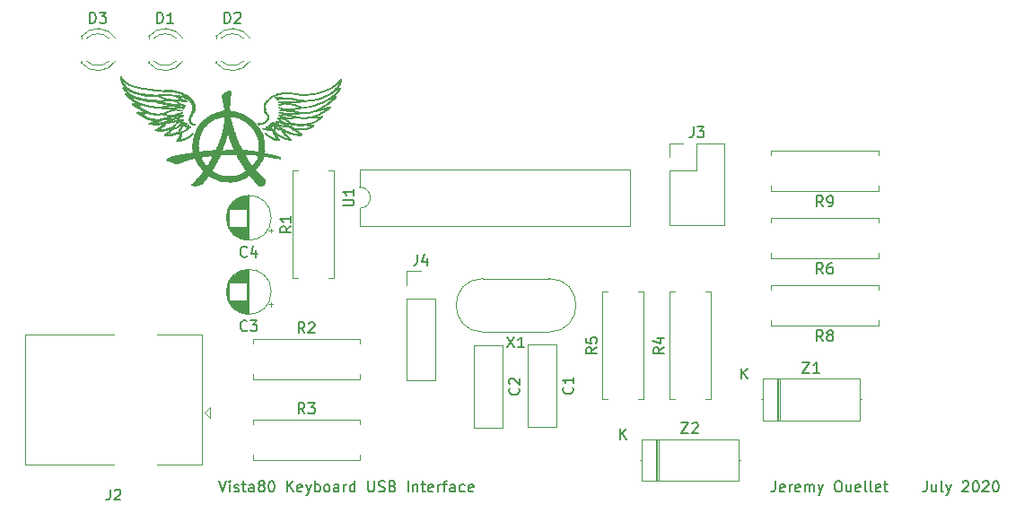
<source format=gbr>
%TF.GenerationSoftware,KiCad,Pcbnew,(5.1.6)-1*%
%TF.CreationDate,2020-07-03T01:35:13-04:00*%
%TF.ProjectId,controller,636f6e74-726f-46c6-9c65-722e6b696361,rev?*%
%TF.SameCoordinates,Original*%
%TF.FileFunction,Legend,Top*%
%TF.FilePolarity,Positive*%
%FSLAX46Y46*%
G04 Gerber Fmt 4.6, Leading zero omitted, Abs format (unit mm)*
G04 Created by KiCad (PCBNEW (5.1.6)-1) date 2020-07-03 01:35:13*
%MOMM*%
%LPD*%
G01*
G04 APERTURE LIST*
%ADD10C,0.150000*%
%ADD11C,0.010000*%
%ADD12C,0.120000*%
G04 APERTURE END LIST*
D10*
X156624047Y-111847380D02*
X156624047Y-112561666D01*
X156576428Y-112704523D01*
X156481190Y-112799761D01*
X156338333Y-112847380D01*
X156243095Y-112847380D01*
X157481190Y-112799761D02*
X157385952Y-112847380D01*
X157195476Y-112847380D01*
X157100238Y-112799761D01*
X157052619Y-112704523D01*
X157052619Y-112323571D01*
X157100238Y-112228333D01*
X157195476Y-112180714D01*
X157385952Y-112180714D01*
X157481190Y-112228333D01*
X157528809Y-112323571D01*
X157528809Y-112418809D01*
X157052619Y-112514047D01*
X157957380Y-112847380D02*
X157957380Y-112180714D01*
X157957380Y-112371190D02*
X158005000Y-112275952D01*
X158052619Y-112228333D01*
X158147857Y-112180714D01*
X158243095Y-112180714D01*
X158957380Y-112799761D02*
X158862142Y-112847380D01*
X158671666Y-112847380D01*
X158576428Y-112799761D01*
X158528809Y-112704523D01*
X158528809Y-112323571D01*
X158576428Y-112228333D01*
X158671666Y-112180714D01*
X158862142Y-112180714D01*
X158957380Y-112228333D01*
X159005000Y-112323571D01*
X159005000Y-112418809D01*
X158528809Y-112514047D01*
X159433571Y-112847380D02*
X159433571Y-112180714D01*
X159433571Y-112275952D02*
X159481190Y-112228333D01*
X159576428Y-112180714D01*
X159719285Y-112180714D01*
X159814523Y-112228333D01*
X159862142Y-112323571D01*
X159862142Y-112847380D01*
X159862142Y-112323571D02*
X159909761Y-112228333D01*
X160005000Y-112180714D01*
X160147857Y-112180714D01*
X160243095Y-112228333D01*
X160290714Y-112323571D01*
X160290714Y-112847380D01*
X160671666Y-112180714D02*
X160909761Y-112847380D01*
X161147857Y-112180714D02*
X160909761Y-112847380D01*
X160814523Y-113085476D01*
X160766904Y-113133095D01*
X160671666Y-113180714D01*
X162481190Y-111847380D02*
X162671666Y-111847380D01*
X162766904Y-111895000D01*
X162862142Y-111990238D01*
X162909761Y-112180714D01*
X162909761Y-112514047D01*
X162862142Y-112704523D01*
X162766904Y-112799761D01*
X162671666Y-112847380D01*
X162481190Y-112847380D01*
X162385952Y-112799761D01*
X162290714Y-112704523D01*
X162243095Y-112514047D01*
X162243095Y-112180714D01*
X162290714Y-111990238D01*
X162385952Y-111895000D01*
X162481190Y-111847380D01*
X163766904Y-112180714D02*
X163766904Y-112847380D01*
X163338333Y-112180714D02*
X163338333Y-112704523D01*
X163385952Y-112799761D01*
X163481190Y-112847380D01*
X163624047Y-112847380D01*
X163719285Y-112799761D01*
X163766904Y-112752142D01*
X164624047Y-112799761D02*
X164528809Y-112847380D01*
X164338333Y-112847380D01*
X164243095Y-112799761D01*
X164195476Y-112704523D01*
X164195476Y-112323571D01*
X164243095Y-112228333D01*
X164338333Y-112180714D01*
X164528809Y-112180714D01*
X164624047Y-112228333D01*
X164671666Y-112323571D01*
X164671666Y-112418809D01*
X164195476Y-112514047D01*
X165243095Y-112847380D02*
X165147857Y-112799761D01*
X165100238Y-112704523D01*
X165100238Y-111847380D01*
X165766904Y-112847380D02*
X165671666Y-112799761D01*
X165624047Y-112704523D01*
X165624047Y-111847380D01*
X166528809Y-112799761D02*
X166433571Y-112847380D01*
X166243095Y-112847380D01*
X166147857Y-112799761D01*
X166100238Y-112704523D01*
X166100238Y-112323571D01*
X166147857Y-112228333D01*
X166243095Y-112180714D01*
X166433571Y-112180714D01*
X166528809Y-112228333D01*
X166576428Y-112323571D01*
X166576428Y-112418809D01*
X166100238Y-112514047D01*
X166862142Y-112180714D02*
X167243095Y-112180714D01*
X167005000Y-111847380D02*
X167005000Y-112704523D01*
X167052619Y-112799761D01*
X167147857Y-112847380D01*
X167243095Y-112847380D01*
X170909761Y-111847380D02*
X170909761Y-112561666D01*
X170862142Y-112704523D01*
X170766904Y-112799761D01*
X170624047Y-112847380D01*
X170528809Y-112847380D01*
X171814523Y-112180714D02*
X171814523Y-112847380D01*
X171385952Y-112180714D02*
X171385952Y-112704523D01*
X171433571Y-112799761D01*
X171528809Y-112847380D01*
X171671666Y-112847380D01*
X171766904Y-112799761D01*
X171814523Y-112752142D01*
X172433571Y-112847380D02*
X172338333Y-112799761D01*
X172290714Y-112704523D01*
X172290714Y-111847380D01*
X172719285Y-112180714D02*
X172957380Y-112847380D01*
X173195476Y-112180714D02*
X172957380Y-112847380D01*
X172862142Y-113085476D01*
X172814523Y-113133095D01*
X172719285Y-113180714D01*
X174290714Y-111942619D02*
X174338333Y-111895000D01*
X174433571Y-111847380D01*
X174671666Y-111847380D01*
X174766904Y-111895000D01*
X174814523Y-111942619D01*
X174862142Y-112037857D01*
X174862142Y-112133095D01*
X174814523Y-112275952D01*
X174243095Y-112847380D01*
X174862142Y-112847380D01*
X175481190Y-111847380D02*
X175576428Y-111847380D01*
X175671666Y-111895000D01*
X175719285Y-111942619D01*
X175766904Y-112037857D01*
X175814523Y-112228333D01*
X175814523Y-112466428D01*
X175766904Y-112656904D01*
X175719285Y-112752142D01*
X175671666Y-112799761D01*
X175576428Y-112847380D01*
X175481190Y-112847380D01*
X175385952Y-112799761D01*
X175338333Y-112752142D01*
X175290714Y-112656904D01*
X175243095Y-112466428D01*
X175243095Y-112228333D01*
X175290714Y-112037857D01*
X175338333Y-111942619D01*
X175385952Y-111895000D01*
X175481190Y-111847380D01*
X176195476Y-111942619D02*
X176243095Y-111895000D01*
X176338333Y-111847380D01*
X176576428Y-111847380D01*
X176671666Y-111895000D01*
X176719285Y-111942619D01*
X176766904Y-112037857D01*
X176766904Y-112133095D01*
X176719285Y-112275952D01*
X176147857Y-112847380D01*
X176766904Y-112847380D01*
X177385952Y-111847380D02*
X177481190Y-111847380D01*
X177576428Y-111895000D01*
X177624047Y-111942619D01*
X177671666Y-112037857D01*
X177719285Y-112228333D01*
X177719285Y-112466428D01*
X177671666Y-112656904D01*
X177624047Y-112752142D01*
X177576428Y-112799761D01*
X177481190Y-112847380D01*
X177385952Y-112847380D01*
X177290714Y-112799761D01*
X177243095Y-112752142D01*
X177195476Y-112656904D01*
X177147857Y-112466428D01*
X177147857Y-112228333D01*
X177195476Y-112037857D01*
X177243095Y-111942619D01*
X177290714Y-111895000D01*
X177385952Y-111847380D01*
X104157380Y-111847380D02*
X104490714Y-112847380D01*
X104824047Y-111847380D01*
X105157380Y-112847380D02*
X105157380Y-112180714D01*
X105157380Y-111847380D02*
X105109761Y-111895000D01*
X105157380Y-111942619D01*
X105205000Y-111895000D01*
X105157380Y-111847380D01*
X105157380Y-111942619D01*
X105585952Y-112799761D02*
X105681190Y-112847380D01*
X105871666Y-112847380D01*
X105966904Y-112799761D01*
X106014523Y-112704523D01*
X106014523Y-112656904D01*
X105966904Y-112561666D01*
X105871666Y-112514047D01*
X105728809Y-112514047D01*
X105633571Y-112466428D01*
X105585952Y-112371190D01*
X105585952Y-112323571D01*
X105633571Y-112228333D01*
X105728809Y-112180714D01*
X105871666Y-112180714D01*
X105966904Y-112228333D01*
X106300238Y-112180714D02*
X106681190Y-112180714D01*
X106443095Y-111847380D02*
X106443095Y-112704523D01*
X106490714Y-112799761D01*
X106585952Y-112847380D01*
X106681190Y-112847380D01*
X107443095Y-112847380D02*
X107443095Y-112323571D01*
X107395476Y-112228333D01*
X107300238Y-112180714D01*
X107109761Y-112180714D01*
X107014523Y-112228333D01*
X107443095Y-112799761D02*
X107347857Y-112847380D01*
X107109761Y-112847380D01*
X107014523Y-112799761D01*
X106966904Y-112704523D01*
X106966904Y-112609285D01*
X107014523Y-112514047D01*
X107109761Y-112466428D01*
X107347857Y-112466428D01*
X107443095Y-112418809D01*
X108062142Y-112275952D02*
X107966904Y-112228333D01*
X107919285Y-112180714D01*
X107871666Y-112085476D01*
X107871666Y-112037857D01*
X107919285Y-111942619D01*
X107966904Y-111895000D01*
X108062142Y-111847380D01*
X108252619Y-111847380D01*
X108347857Y-111895000D01*
X108395476Y-111942619D01*
X108443095Y-112037857D01*
X108443095Y-112085476D01*
X108395476Y-112180714D01*
X108347857Y-112228333D01*
X108252619Y-112275952D01*
X108062142Y-112275952D01*
X107966904Y-112323571D01*
X107919285Y-112371190D01*
X107871666Y-112466428D01*
X107871666Y-112656904D01*
X107919285Y-112752142D01*
X107966904Y-112799761D01*
X108062142Y-112847380D01*
X108252619Y-112847380D01*
X108347857Y-112799761D01*
X108395476Y-112752142D01*
X108443095Y-112656904D01*
X108443095Y-112466428D01*
X108395476Y-112371190D01*
X108347857Y-112323571D01*
X108252619Y-112275952D01*
X109062142Y-111847380D02*
X109157380Y-111847380D01*
X109252619Y-111895000D01*
X109300238Y-111942619D01*
X109347857Y-112037857D01*
X109395476Y-112228333D01*
X109395476Y-112466428D01*
X109347857Y-112656904D01*
X109300238Y-112752142D01*
X109252619Y-112799761D01*
X109157380Y-112847380D01*
X109062142Y-112847380D01*
X108966904Y-112799761D01*
X108919285Y-112752142D01*
X108871666Y-112656904D01*
X108824047Y-112466428D01*
X108824047Y-112228333D01*
X108871666Y-112037857D01*
X108919285Y-111942619D01*
X108966904Y-111895000D01*
X109062142Y-111847380D01*
X110585952Y-112847380D02*
X110585952Y-111847380D01*
X111157380Y-112847380D02*
X110728809Y-112275952D01*
X111157380Y-111847380D02*
X110585952Y-112418809D01*
X111966904Y-112799761D02*
X111871666Y-112847380D01*
X111681190Y-112847380D01*
X111585952Y-112799761D01*
X111538333Y-112704523D01*
X111538333Y-112323571D01*
X111585952Y-112228333D01*
X111681190Y-112180714D01*
X111871666Y-112180714D01*
X111966904Y-112228333D01*
X112014523Y-112323571D01*
X112014523Y-112418809D01*
X111538333Y-112514047D01*
X112347857Y-112180714D02*
X112585952Y-112847380D01*
X112824047Y-112180714D02*
X112585952Y-112847380D01*
X112490714Y-113085476D01*
X112443095Y-113133095D01*
X112347857Y-113180714D01*
X113205000Y-112847380D02*
X113205000Y-111847380D01*
X113205000Y-112228333D02*
X113300238Y-112180714D01*
X113490714Y-112180714D01*
X113585952Y-112228333D01*
X113633571Y-112275952D01*
X113681190Y-112371190D01*
X113681190Y-112656904D01*
X113633571Y-112752142D01*
X113585952Y-112799761D01*
X113490714Y-112847380D01*
X113300238Y-112847380D01*
X113205000Y-112799761D01*
X114252619Y-112847380D02*
X114157380Y-112799761D01*
X114109761Y-112752142D01*
X114062142Y-112656904D01*
X114062142Y-112371190D01*
X114109761Y-112275952D01*
X114157380Y-112228333D01*
X114252619Y-112180714D01*
X114395476Y-112180714D01*
X114490714Y-112228333D01*
X114538333Y-112275952D01*
X114585952Y-112371190D01*
X114585952Y-112656904D01*
X114538333Y-112752142D01*
X114490714Y-112799761D01*
X114395476Y-112847380D01*
X114252619Y-112847380D01*
X115443095Y-112847380D02*
X115443095Y-112323571D01*
X115395476Y-112228333D01*
X115300238Y-112180714D01*
X115109761Y-112180714D01*
X115014523Y-112228333D01*
X115443095Y-112799761D02*
X115347857Y-112847380D01*
X115109761Y-112847380D01*
X115014523Y-112799761D01*
X114966904Y-112704523D01*
X114966904Y-112609285D01*
X115014523Y-112514047D01*
X115109761Y-112466428D01*
X115347857Y-112466428D01*
X115443095Y-112418809D01*
X115919285Y-112847380D02*
X115919285Y-112180714D01*
X115919285Y-112371190D02*
X115966904Y-112275952D01*
X116014523Y-112228333D01*
X116109761Y-112180714D01*
X116205000Y-112180714D01*
X116966904Y-112847380D02*
X116966904Y-111847380D01*
X116966904Y-112799761D02*
X116871666Y-112847380D01*
X116681190Y-112847380D01*
X116585952Y-112799761D01*
X116538333Y-112752142D01*
X116490714Y-112656904D01*
X116490714Y-112371190D01*
X116538333Y-112275952D01*
X116585952Y-112228333D01*
X116681190Y-112180714D01*
X116871666Y-112180714D01*
X116966904Y-112228333D01*
X118205000Y-111847380D02*
X118205000Y-112656904D01*
X118252619Y-112752142D01*
X118300238Y-112799761D01*
X118395476Y-112847380D01*
X118585952Y-112847380D01*
X118681190Y-112799761D01*
X118728809Y-112752142D01*
X118776428Y-112656904D01*
X118776428Y-111847380D01*
X119205000Y-112799761D02*
X119347857Y-112847380D01*
X119585952Y-112847380D01*
X119681190Y-112799761D01*
X119728809Y-112752142D01*
X119776428Y-112656904D01*
X119776428Y-112561666D01*
X119728809Y-112466428D01*
X119681190Y-112418809D01*
X119585952Y-112371190D01*
X119395476Y-112323571D01*
X119300238Y-112275952D01*
X119252619Y-112228333D01*
X119205000Y-112133095D01*
X119205000Y-112037857D01*
X119252619Y-111942619D01*
X119300238Y-111895000D01*
X119395476Y-111847380D01*
X119633571Y-111847380D01*
X119776428Y-111895000D01*
X120538333Y-112323571D02*
X120681190Y-112371190D01*
X120728809Y-112418809D01*
X120776428Y-112514047D01*
X120776428Y-112656904D01*
X120728809Y-112752142D01*
X120681190Y-112799761D01*
X120585952Y-112847380D01*
X120205000Y-112847380D01*
X120205000Y-111847380D01*
X120538333Y-111847380D01*
X120633571Y-111895000D01*
X120681190Y-111942619D01*
X120728809Y-112037857D01*
X120728809Y-112133095D01*
X120681190Y-112228333D01*
X120633571Y-112275952D01*
X120538333Y-112323571D01*
X120205000Y-112323571D01*
X121966904Y-112847380D02*
X121966904Y-111847380D01*
X122443095Y-112180714D02*
X122443095Y-112847380D01*
X122443095Y-112275952D02*
X122490714Y-112228333D01*
X122585952Y-112180714D01*
X122728809Y-112180714D01*
X122824047Y-112228333D01*
X122871666Y-112323571D01*
X122871666Y-112847380D01*
X123205000Y-112180714D02*
X123585952Y-112180714D01*
X123347857Y-111847380D02*
X123347857Y-112704523D01*
X123395476Y-112799761D01*
X123490714Y-112847380D01*
X123585952Y-112847380D01*
X124300238Y-112799761D02*
X124204999Y-112847380D01*
X124014523Y-112847380D01*
X123919285Y-112799761D01*
X123871666Y-112704523D01*
X123871666Y-112323571D01*
X123919285Y-112228333D01*
X124014523Y-112180714D01*
X124204999Y-112180714D01*
X124300238Y-112228333D01*
X124347857Y-112323571D01*
X124347857Y-112418809D01*
X123871666Y-112514047D01*
X124776428Y-112847380D02*
X124776428Y-112180714D01*
X124776428Y-112371190D02*
X124824047Y-112275952D01*
X124871666Y-112228333D01*
X124966904Y-112180714D01*
X125062142Y-112180714D01*
X125252619Y-112180714D02*
X125633571Y-112180714D01*
X125395476Y-112847380D02*
X125395476Y-111990238D01*
X125443095Y-111895000D01*
X125538333Y-111847380D01*
X125633571Y-111847380D01*
X126395476Y-112847380D02*
X126395476Y-112323571D01*
X126347857Y-112228333D01*
X126252619Y-112180714D01*
X126062142Y-112180714D01*
X125966904Y-112228333D01*
X126395476Y-112799761D02*
X126300238Y-112847380D01*
X126062142Y-112847380D01*
X125966904Y-112799761D01*
X125919285Y-112704523D01*
X125919285Y-112609285D01*
X125966904Y-112514047D01*
X126062142Y-112466428D01*
X126300238Y-112466428D01*
X126395476Y-112418809D01*
X127300238Y-112799761D02*
X127204999Y-112847380D01*
X127014523Y-112847380D01*
X126919285Y-112799761D01*
X126871666Y-112752142D01*
X126824047Y-112656904D01*
X126824047Y-112371190D01*
X126871666Y-112275952D01*
X126919285Y-112228333D01*
X127014523Y-112180714D01*
X127204999Y-112180714D01*
X127300238Y-112228333D01*
X128109761Y-112799761D02*
X128014523Y-112847380D01*
X127824047Y-112847380D01*
X127728809Y-112799761D01*
X127681190Y-112704523D01*
X127681190Y-112323571D01*
X127728809Y-112228333D01*
X127824047Y-112180714D01*
X128014523Y-112180714D01*
X128109761Y-112228333D01*
X128157380Y-112323571D01*
X128157380Y-112418809D01*
X127681190Y-112514047D01*
D11*
%TO.C,G\u002A\u002A\u002A*%
G36*
X105146921Y-74982602D02*
G01*
X105188178Y-75017669D01*
X105210760Y-75050650D01*
X105236847Y-75101324D01*
X105250646Y-75147831D01*
X105252609Y-75197333D01*
X105243190Y-75256997D01*
X105227624Y-75317350D01*
X105209300Y-75388884D01*
X105193406Y-75466694D01*
X105179532Y-75554066D01*
X105167266Y-75654282D01*
X105156196Y-75770628D01*
X105145911Y-75906388D01*
X105137752Y-76034900D01*
X105132037Y-76130150D01*
X105126315Y-76223417D01*
X105120906Y-76309675D01*
X105116126Y-76383897D01*
X105112292Y-76441058D01*
X105110457Y-76466700D01*
X105104206Y-76578299D01*
X105104285Y-76669125D01*
X105111198Y-76743129D01*
X105125452Y-76804258D01*
X105147553Y-76856465D01*
X105163850Y-76883735D01*
X105180097Y-76891226D01*
X105218080Y-76900565D01*
X105274262Y-76911074D01*
X105345105Y-76922078D01*
X105410000Y-76930789D01*
X105502792Y-76942649D01*
X105574375Y-76952393D01*
X105628773Y-76960794D01*
X105670012Y-76968625D01*
X105702117Y-76976662D01*
X105729113Y-76985677D01*
X105755025Y-76996444D01*
X105757689Y-76997637D01*
X105797906Y-77013619D01*
X105832282Y-77023697D01*
X105845374Y-77025499D01*
X105861744Y-77027273D01*
X105889630Y-77033061D01*
X105931741Y-77043564D01*
X105990790Y-77059482D01*
X106069488Y-77081515D01*
X106140250Y-77101677D01*
X106168973Y-77111339D01*
X106213408Y-77127908D01*
X106265842Y-77148469D01*
X106289243Y-77157942D01*
X106340662Y-77177898D01*
X106385553Y-77193377D01*
X106417170Y-77202138D01*
X106425768Y-77203300D01*
X106446536Y-77208246D01*
X106451400Y-77215200D01*
X106460570Y-77231817D01*
X106483624Y-77257206D01*
X106513874Y-77285240D01*
X106544634Y-77309788D01*
X106569218Y-77324723D01*
X106572050Y-77325785D01*
X106592920Y-77336834D01*
X106627862Y-77359659D01*
X106670994Y-77390313D01*
X106695125Y-77408356D01*
X106740041Y-77440596D01*
X106780003Y-77465785D01*
X106809197Y-77480419D01*
X106818503Y-77482700D01*
X106845004Y-77492939D01*
X106857061Y-77506719D01*
X106875810Y-77524407D01*
X106909936Y-77543712D01*
X106935380Y-77554279D01*
X106996747Y-77585685D01*
X107040447Y-77623786D01*
X107069513Y-77653203D01*
X107096671Y-77673828D01*
X107105450Y-77678039D01*
X107127865Y-77692865D01*
X107155464Y-77720891D01*
X107167870Y-77736460D01*
X107200458Y-77771929D01*
X107237953Y-77800975D01*
X107250420Y-77807820D01*
X107288884Y-77832104D01*
X107325765Y-77864978D01*
X107331851Y-77871836D01*
X107381650Y-77912564D01*
X107424865Y-77929007D01*
X107459483Y-77939208D01*
X107474687Y-77949895D01*
X107476058Y-77966078D01*
X107474419Y-77973503D01*
X107472472Y-77996771D01*
X107479583Y-78022363D01*
X107497804Y-78053208D01*
X107529185Y-78092233D01*
X107575778Y-78142367D01*
X107633268Y-78200250D01*
X107682027Y-78249970D01*
X107725851Y-78297429D01*
X107760595Y-78337941D01*
X107782112Y-78366821D01*
X107784952Y-78371700D01*
X107807091Y-78405135D01*
X107839981Y-78445062D01*
X107866401Y-78472769D01*
X107896613Y-78504213D01*
X107917653Y-78530033D01*
X107924600Y-78543418D01*
X107933081Y-78560394D01*
X107954227Y-78585513D01*
X107962207Y-78593478D01*
X107993861Y-78636712D01*
X108008130Y-78687929D01*
X108029207Y-78753922D01*
X108059423Y-78802409D01*
X108083456Y-78837787D01*
X108099054Y-78868477D01*
X108102400Y-78881868D01*
X108111452Y-78906061D01*
X108133316Y-78932141D01*
X108134150Y-78932874D01*
X108159772Y-78967677D01*
X108165900Y-78995383D01*
X108173259Y-79027855D01*
X108191034Y-79055904D01*
X108212771Y-79069906D01*
X108216066Y-79070200D01*
X108230602Y-79081959D01*
X108242529Y-79113540D01*
X108250501Y-79159394D01*
X108253173Y-79213973D01*
X108253033Y-79222600D01*
X108254365Y-79278556D01*
X108263060Y-79320211D01*
X108278281Y-79353161D01*
X108298425Y-79404496D01*
X108305750Y-79454761D01*
X108309350Y-79498978D01*
X108318346Y-79551623D01*
X108324650Y-79578200D01*
X108335587Y-79629111D01*
X108342419Y-79680436D01*
X108343549Y-79702685D01*
X108345587Y-79738015D01*
X108354856Y-79757019D01*
X108376474Y-79768683D01*
X108382326Y-79770786D01*
X108408028Y-79781305D01*
X108413124Y-79792888D01*
X108401158Y-79814459D01*
X108400234Y-79815872D01*
X108387042Y-79846388D01*
X108385604Y-79870776D01*
X108382855Y-79893147D01*
X108374121Y-79900802D01*
X108362665Y-79917297D01*
X108358130Y-79949498D01*
X108360288Y-79988736D01*
X108368912Y-80026345D01*
X108377915Y-80045870D01*
X108389662Y-80078507D01*
X108383732Y-80111514D01*
X108377881Y-80146459D01*
X108387764Y-80170370D01*
X108396942Y-80189389D01*
X108396375Y-80214164D01*
X108386881Y-80250777D01*
X108372578Y-80311622D01*
X108370482Y-80357643D01*
X108380756Y-80385215D01*
X108380823Y-80385285D01*
X108390415Y-80405745D01*
X108399925Y-80442197D01*
X108407696Y-80485280D01*
X108412071Y-80525635D01*
X108411393Y-80553901D01*
X108410988Y-80555684D01*
X108410385Y-80582343D01*
X108416482Y-80619006D01*
X108418275Y-80625935D01*
X108424886Y-80663809D01*
X108418418Y-80696736D01*
X108407529Y-80720553D01*
X108393593Y-80761670D01*
X108389304Y-80805704D01*
X108394139Y-80845013D01*
X108407575Y-80871958D01*
X108418351Y-80878714D01*
X108440596Y-80884271D01*
X108479379Y-80893342D01*
X108526428Y-80903993D01*
X108527850Y-80904310D01*
X108583725Y-80916890D01*
X108651463Y-80932333D01*
X108718197Y-80947703D01*
X108731050Y-80950686D01*
X108791009Y-80964194D01*
X108850062Y-80976773D01*
X108897909Y-80986250D01*
X108908850Y-80988217D01*
X108960791Y-80997472D01*
X109018785Y-81008219D01*
X109042200Y-81012692D01*
X109089162Y-81021720D01*
X109149275Y-81033194D01*
X109210726Y-81044860D01*
X109220000Y-81046614D01*
X109274810Y-81058091D01*
X109324528Y-81070457D01*
X109360373Y-81081475D01*
X109366582Y-81083950D01*
X109387027Y-81092277D01*
X109411085Y-81100435D01*
X109443085Y-81109591D01*
X109487354Y-81120917D01*
X109548220Y-81135581D01*
X109620050Y-81152432D01*
X109689774Y-81171075D01*
X109759201Y-81193804D01*
X109822380Y-81218290D01*
X109873361Y-81242204D01*
X109906194Y-81263216D01*
X109908582Y-81265384D01*
X109931540Y-81299855D01*
X109932098Y-81333609D01*
X109910682Y-81360969D01*
X109900974Y-81366629D01*
X109883280Y-81373505D01*
X109861632Y-81377132D01*
X109831347Y-81377426D01*
X109787742Y-81374304D01*
X109726134Y-81367681D01*
X109685074Y-81362783D01*
X109572069Y-81348410D01*
X109461476Y-81333141D01*
X109356975Y-81317573D01*
X109262247Y-81302306D01*
X109180974Y-81287937D01*
X109116836Y-81275065D01*
X109073514Y-81264288D01*
X109067600Y-81262412D01*
X109025349Y-81250501D01*
X108970074Y-81237949D01*
X108915200Y-81227728D01*
X108864152Y-81218550D01*
X108819236Y-81208895D01*
X108789598Y-81200742D01*
X108788200Y-81200229D01*
X108758183Y-81191948D01*
X108714189Y-81183282D01*
X108680250Y-81178109D01*
X108631479Y-81170867D01*
X108569191Y-81160510D01*
X108504765Y-81148952D01*
X108487318Y-81145651D01*
X108429816Y-81135367D01*
X108391748Y-81130827D01*
X108367857Y-81131800D01*
X108352890Y-81138058D01*
X108350793Y-81139682D01*
X108334288Y-81160537D01*
X108331000Y-81172024D01*
X108326135Y-81191559D01*
X108313533Y-81225829D01*
X108300024Y-81257980D01*
X108281864Y-81305792D01*
X108268579Y-81353157D01*
X108264443Y-81377438D01*
X108252707Y-81421781D01*
X108227069Y-81474703D01*
X108212868Y-81497617D01*
X108188600Y-81538168D01*
X108171634Y-81574136D01*
X108165900Y-81595923D01*
X108157745Y-81620330D01*
X108136772Y-81653753D01*
X108117822Y-81677158D01*
X108068090Y-81736140D01*
X108021561Y-81797608D01*
X107981106Y-81857123D01*
X107949599Y-81910246D01*
X107929911Y-81952540D01*
X107924600Y-81975783D01*
X107915008Y-81990990D01*
X107892806Y-82009110D01*
X107861770Y-82037606D01*
X107824239Y-82085276D01*
X107783510Y-82147860D01*
X107777141Y-82158592D01*
X107757902Y-82185732D01*
X107735866Y-82211569D01*
X107716626Y-82236405D01*
X107708700Y-82255217D01*
X107698480Y-82270540D01*
X107673596Y-82288060D01*
X107670814Y-82289538D01*
X107638057Y-82314271D01*
X107614941Y-82343839D01*
X107593380Y-82375216D01*
X107563057Y-82408470D01*
X107556536Y-82414500D01*
X107539877Y-82428709D01*
X107529160Y-82439773D01*
X107526145Y-82451150D01*
X107532595Y-82466302D01*
X107550272Y-82488689D01*
X107580938Y-82521773D01*
X107626354Y-82569012D01*
X107645200Y-82588632D01*
X107693058Y-82635651D01*
X107729738Y-82664503D01*
X107758698Y-82677780D01*
X107765850Y-82679055D01*
X107792690Y-82685623D01*
X107800730Y-82700836D01*
X107799976Y-82711925D01*
X107801989Y-82734034D01*
X107809816Y-82740500D01*
X107824208Y-82751004D01*
X107835252Y-82771073D01*
X107858491Y-82799158D01*
X107883648Y-82809723D01*
X107919392Y-82829029D01*
X107940837Y-82860614D01*
X107960784Y-82891148D01*
X107983030Y-82910092D01*
X107986072Y-82911306D01*
X108004507Y-82925890D01*
X108004142Y-82944990D01*
X108010059Y-82970835D01*
X108037914Y-83007450D01*
X108087000Y-83054094D01*
X108156614Y-83110026D01*
X108172132Y-83121664D01*
X108210873Y-83152037D01*
X108244617Y-83181235D01*
X108261150Y-83197651D01*
X108288871Y-83220694D01*
X108327505Y-83243585D01*
X108340794Y-83249810D01*
X108375146Y-83268545D01*
X108398528Y-83288490D01*
X108402956Y-83295789D01*
X108416439Y-83319134D01*
X108440205Y-83349349D01*
X108447795Y-83357734D01*
X108465159Y-83377391D01*
X108475720Y-83395475D01*
X108480822Y-83418531D01*
X108481807Y-83453105D01*
X108480016Y-83505744D01*
X108479691Y-83513293D01*
X108475379Y-83577352D01*
X108468487Y-83620368D01*
X108458211Y-83646637D01*
X108453632Y-83652709D01*
X108437317Y-83675675D01*
X108432600Y-83689269D01*
X108423805Y-83707619D01*
X108412766Y-83719049D01*
X108398337Y-83745404D01*
X108396315Y-83774762D01*
X108393776Y-83818286D01*
X108376697Y-83841265D01*
X108357864Y-83845400D01*
X108334131Y-83854149D01*
X108307316Y-83875346D01*
X108305987Y-83876737D01*
X108270145Y-83903142D01*
X108216682Y-83928368D01*
X108152186Y-83950743D01*
X108083245Y-83968591D01*
X108016448Y-83980240D01*
X107958383Y-83984016D01*
X107915638Y-83978245D01*
X107911900Y-83976851D01*
X107853721Y-83944591D01*
X107794597Y-83898101D01*
X107744917Y-83845884D01*
X107734100Y-83831373D01*
X107702095Y-83786517D01*
X107668641Y-83741471D01*
X107651550Y-83719373D01*
X107618472Y-83677374D01*
X107583521Y-83632549D01*
X107575350Y-83621986D01*
X107547947Y-83587934D01*
X107510988Y-83543886D01*
X107471927Y-83498708D01*
X107467400Y-83493573D01*
X107413208Y-83431240D01*
X107372274Y-83381337D01*
X107340186Y-83338050D01*
X107312533Y-83295563D01*
X107296027Y-83267677D01*
X107264265Y-83221447D01*
X107224046Y-83174391D01*
X107202582Y-83153377D01*
X107147450Y-83102898D01*
X107107798Y-83063300D01*
X107079153Y-83029744D01*
X107057045Y-82997392D01*
X107054478Y-82993123D01*
X107023581Y-82958580D01*
X106987491Y-82945189D01*
X106951501Y-82954215D01*
X106937526Y-82965155D01*
X106916346Y-82982750D01*
X106882004Y-83008187D01*
X106841303Y-83036782D01*
X106801044Y-83063852D01*
X106768028Y-83084710D01*
X106749850Y-83094407D01*
X106725901Y-83106947D01*
X106690351Y-83129596D01*
X106650567Y-83157159D01*
X106613917Y-83184440D01*
X106587769Y-83206242D01*
X106580854Y-83213575D01*
X106556779Y-83231795D01*
X106539861Y-83235800D01*
X106515222Y-83240923D01*
X106477562Y-83254119D01*
X106448506Y-83266480D01*
X106356848Y-83307356D01*
X106281809Y-83338052D01*
X106217771Y-83360669D01*
X106159118Y-83377304D01*
X106139516Y-83381946D01*
X106035777Y-83409709D01*
X105955783Y-83440691D01*
X105918000Y-83461712D01*
X105880575Y-83483031D01*
X105836208Y-83501522D01*
X105782219Y-83517689D01*
X105715927Y-83532040D01*
X105634652Y-83545079D01*
X105535715Y-83557314D01*
X105416436Y-83569251D01*
X105291893Y-83579960D01*
X105219266Y-83585748D01*
X105167365Y-83589183D01*
X105131602Y-83589989D01*
X105107385Y-83587890D01*
X105090128Y-83582609D01*
X105075240Y-83573869D01*
X105064764Y-83566281D01*
X105039638Y-83549764D01*
X105017262Y-83543560D01*
X104987347Y-83546299D01*
X104959051Y-83552211D01*
X104914017Y-83558120D01*
X104851616Y-83560775D01*
X104778564Y-83560475D01*
X104701578Y-83557517D01*
X104627376Y-83552198D01*
X104562674Y-83544816D01*
X104514190Y-83535667D01*
X104501950Y-83531981D01*
X104466837Y-83522933D01*
X104415006Y-83513702D01*
X104355084Y-83505717D01*
X104324150Y-83502580D01*
X104268194Y-83496522D01*
X104218186Y-83488079D01*
X104169448Y-83475620D01*
X104117302Y-83457514D01*
X104057070Y-83432132D01*
X103984074Y-83397841D01*
X103893636Y-83353013D01*
X103890454Y-83351413D01*
X103828227Y-83321267D01*
X103768263Y-83294265D01*
X103717162Y-83273252D01*
X103681524Y-83261075D01*
X103680009Y-83260685D01*
X103641521Y-83248298D01*
X103612747Y-83234127D01*
X103605428Y-83228039D01*
X103583594Y-83212695D01*
X103572885Y-83210400D01*
X103553457Y-83206035D01*
X103517073Y-83194392D01*
X103470347Y-83177648D01*
X103451303Y-83170417D01*
X103384502Y-83141288D01*
X103333116Y-83109884D01*
X103287427Y-83070232D01*
X103286008Y-83068817D01*
X103251431Y-83037581D01*
X103220512Y-83015411D01*
X103200344Y-83007200D01*
X103176284Y-83001228D01*
X103168450Y-82994500D01*
X103150110Y-82982898D01*
X103141804Y-82981800D01*
X103120247Y-82991158D01*
X103090602Y-83014912D01*
X103059247Y-83046578D01*
X103032558Y-83079673D01*
X103016913Y-83107712D01*
X103016406Y-83109287D01*
X102998974Y-83141621D01*
X102979772Y-83162212D01*
X102961507Y-83181604D01*
X102963137Y-83200393D01*
X102967254Y-83207790D01*
X102974092Y-83226146D01*
X102964078Y-83241000D01*
X102945029Y-83253521D01*
X102919763Y-83273837D01*
X102908178Y-83293787D01*
X102908100Y-83295130D01*
X102898779Y-83315241D01*
X102875341Y-83343229D01*
X102844569Y-83372536D01*
X102813249Y-83396607D01*
X102791219Y-83408069D01*
X102771778Y-83423324D01*
X102749821Y-83453214D01*
X102741353Y-83468498D01*
X102719776Y-83506956D01*
X102697778Y-83539419D01*
X102691448Y-83547042D01*
X102672283Y-83575876D01*
X102654537Y-83614704D01*
X102651607Y-83623069D01*
X102632452Y-83662295D01*
X102609650Y-83678468D01*
X102584555Y-83689644D01*
X102552410Y-83711742D01*
X102541717Y-83720633D01*
X102495679Y-83753243D01*
X102435558Y-83785494D01*
X102372189Y-83812107D01*
X102325439Y-83826011D01*
X102295717Y-83835473D01*
X102278941Y-83846227D01*
X102278846Y-83846377D01*
X102261798Y-83855559D01*
X102241685Y-83858100D01*
X102216052Y-83862426D01*
X102174669Y-83873909D01*
X102125384Y-83890307D01*
X102112260Y-83895093D01*
X102027412Y-83920203D01*
X101937646Y-83935724D01*
X101850335Y-83941087D01*
X101772852Y-83935724D01*
X101727053Y-83924820D01*
X101680718Y-83912182D01*
X101624964Y-83901530D01*
X101593650Y-83897456D01*
X101551513Y-83892595D01*
X101528733Y-83886399D01*
X101519365Y-83875331D01*
X101517459Y-83855859D01*
X101517450Y-83852174D01*
X101519867Y-83832797D01*
X101529778Y-83815147D01*
X101551173Y-83795139D01*
X101588041Y-83768691D01*
X101619050Y-83748160D01*
X101689487Y-83701002D01*
X101743632Y-83660793D01*
X101787184Y-83621777D01*
X101825845Y-83578195D01*
X101865313Y-83524292D01*
X101911291Y-83454310D01*
X101913605Y-83450689D01*
X101940276Y-83420382D01*
X101971681Y-83396606D01*
X101999350Y-83374825D01*
X102015021Y-83351565D01*
X102015239Y-83350790D01*
X102031041Y-83329367D01*
X102058736Y-83313367D01*
X102091065Y-83292637D01*
X102117354Y-83260269D01*
X102117789Y-83259467D01*
X102140333Y-83224860D01*
X102171302Y-83185849D01*
X102184200Y-83171559D01*
X102241504Y-83103949D01*
X102293073Y-83030515D01*
X102296392Y-83025164D01*
X102314236Y-83007207D01*
X102325324Y-82999764D01*
X102344418Y-82983406D01*
X102374152Y-82951771D01*
X102410141Y-82910066D01*
X102448003Y-82863494D01*
X102483353Y-82817262D01*
X102506303Y-82784872D01*
X102552743Y-82716554D01*
X102588354Y-82665381D01*
X102616079Y-82627154D01*
X102627893Y-82611601D01*
X102651065Y-82580243D01*
X102662268Y-82556542D01*
X102660168Y-82534690D01*
X102643431Y-82508879D01*
X102630347Y-82494645D01*
X103444841Y-82494645D01*
X103464541Y-82533708D01*
X103484274Y-82550000D01*
X103509183Y-82568040D01*
X103544970Y-82597273D01*
X103584022Y-82631474D01*
X103585207Y-82632550D01*
X103641393Y-82683138D01*
X103681942Y-82718305D01*
X103709541Y-82740218D01*
X103726874Y-82751047D01*
X103734678Y-82753200D01*
X103745312Y-82763345D01*
X103746300Y-82770172D01*
X103758652Y-82782222D01*
X103794545Y-82796001D01*
X103851075Y-82810578D01*
X103910195Y-82826512D01*
X103969060Y-82846830D01*
X104015998Y-82867448D01*
X104020376Y-82869805D01*
X104060651Y-82889581D01*
X104095994Y-82902581D01*
X104112497Y-82905600D01*
X104141129Y-82911497D01*
X104177919Y-82926146D01*
X104187482Y-82931000D01*
X104220934Y-82946947D01*
X104246637Y-82955777D01*
X104251442Y-82956400D01*
X104272668Y-82961788D01*
X104305107Y-82975207D01*
X104315130Y-82980064D01*
X104364362Y-82996240D01*
X104438500Y-83007815D01*
X104491136Y-83012306D01*
X104554426Y-83018404D01*
X104616092Y-83027561D01*
X104666594Y-83038232D01*
X104684398Y-83043555D01*
X104709798Y-83051364D01*
X104737869Y-83057034D01*
X104772708Y-83060800D01*
X104818414Y-83062899D01*
X104879085Y-83063564D01*
X104958818Y-83063032D01*
X105011567Y-83062324D01*
X105092258Y-83060736D01*
X105165542Y-83058561D01*
X105227161Y-83055983D01*
X105272858Y-83053188D01*
X105298374Y-83050361D01*
X105300905Y-83049738D01*
X105323202Y-83044881D01*
X105360311Y-83040501D01*
X105414872Y-83036398D01*
X105489527Y-83032373D01*
X105586917Y-83028230D01*
X105587800Y-83028195D01*
X105681959Y-83017027D01*
X105771950Y-82989225D01*
X105828059Y-82968342D01*
X105886616Y-82948701D01*
X105930700Y-82935729D01*
X106010085Y-82914352D01*
X106075202Y-82895487D01*
X106122835Y-82880124D01*
X106149766Y-82869253D01*
X106152950Y-82867307D01*
X106174268Y-82856635D01*
X106197400Y-82848456D01*
X106223295Y-82836964D01*
X106262200Y-82815406D01*
X106306247Y-82788175D01*
X106311700Y-82784606D01*
X106380065Y-82745808D01*
X106440513Y-82723880D01*
X106453860Y-82721320D01*
X106490713Y-82714053D01*
X106509250Y-82703544D01*
X106516511Y-82685094D01*
X106517360Y-82678948D01*
X106529702Y-82649527D01*
X106546586Y-82640653D01*
X106575477Y-82629338D01*
X106612033Y-82607738D01*
X106648035Y-82581647D01*
X106675260Y-82556858D01*
X106684732Y-82543286D01*
X106684181Y-82516041D01*
X106670298Y-82480794D01*
X106647657Y-82447561D01*
X106635653Y-82435786D01*
X106616618Y-82412430D01*
X106598498Y-82379056D01*
X106597553Y-82376838D01*
X106572598Y-82340446D01*
X106547486Y-82326825D01*
X106523186Y-82314762D01*
X106515136Y-82289878D01*
X106514900Y-82281275D01*
X106505258Y-82244365D01*
X106474367Y-82206032D01*
X106471460Y-82203277D01*
X106439928Y-82167617D01*
X106414597Y-82128546D01*
X106409732Y-82118200D01*
X106391462Y-82084089D01*
X106363120Y-82041833D01*
X106338871Y-82010482D01*
X106311533Y-81974513D01*
X106292522Y-81943635D01*
X106286300Y-81926312D01*
X106277197Y-81900952D01*
X106267250Y-81889600D01*
X106251589Y-81864575D01*
X106248200Y-81845971D01*
X106239392Y-81819604D01*
X106217570Y-81789242D01*
X106211022Y-81782534D01*
X106182450Y-81749610D01*
X106160941Y-81715389D01*
X106158938Y-81710927D01*
X106137603Y-81677395D01*
X106113565Y-81654976D01*
X106091405Y-81636079D01*
X106083100Y-81621140D01*
X106076462Y-81604684D01*
X106058833Y-81573307D01*
X106033642Y-81532997D01*
X106025950Y-81521300D01*
X105999222Y-81479065D01*
X105979179Y-81443528D01*
X105969283Y-81420947D01*
X105968800Y-81417962D01*
X105962638Y-81400117D01*
X105946064Y-81366249D01*
X105921946Y-81321986D01*
X105904982Y-81292670D01*
X105876685Y-81242775D01*
X105853314Y-81197770D01*
X105838176Y-81164210D01*
X105834554Y-81153000D01*
X105817513Y-81082074D01*
X105801110Y-81035932D01*
X105787766Y-81016453D01*
X105770527Y-81012058D01*
X105732208Y-81007462D01*
X105677124Y-81003015D01*
X105609588Y-80999068D01*
X105570773Y-80997467D01*
X106543338Y-80997467D01*
X106550015Y-81027137D01*
X106565488Y-81063649D01*
X106584979Y-81101833D01*
X106602748Y-81130953D01*
X106611281Y-81141239D01*
X106624687Y-81158960D01*
X106643955Y-81192097D01*
X106661518Y-81226560D01*
X106685119Y-81272455D01*
X106709569Y-81314903D01*
X106724232Y-81337150D01*
X106745870Y-81373047D01*
X106760260Y-81408168D01*
X106760719Y-81409942D01*
X106774546Y-81441358D01*
X106798636Y-81477471D01*
X106807183Y-81487818D01*
X106830351Y-81518691D01*
X106843763Y-81545246D01*
X106845100Y-81552386D01*
X106855495Y-81592096D01*
X106887170Y-81641740D01*
X106914380Y-81674252D01*
X106945361Y-81714718D01*
X106974843Y-81762245D01*
X106983036Y-81778007D01*
X107009451Y-81820693D01*
X107042492Y-81859036D01*
X107055406Y-81870265D01*
X107090376Y-81904016D01*
X107119810Y-81943890D01*
X107123561Y-81950660D01*
X107145534Y-81984785D01*
X107169368Y-82010113D01*
X107174243Y-82013532D01*
X107194925Y-82034791D01*
X107200700Y-82052690D01*
X107206341Y-82078985D01*
X107219424Y-82092547D01*
X107221559Y-82092800D01*
X107233897Y-82086904D01*
X107258862Y-82072491D01*
X107262473Y-82070306D01*
X107293354Y-82045351D01*
X107331777Y-82005689D01*
X107371916Y-81958213D01*
X107407945Y-81909814D01*
X107434038Y-81867383D01*
X107434042Y-81867375D01*
X107450692Y-81840301D01*
X107464384Y-81826536D01*
X107466181Y-81826100D01*
X107478595Y-81816652D01*
X107501165Y-81791769D01*
X107529221Y-81756637D01*
X107531912Y-81753075D01*
X107562314Y-81713801D01*
X107589439Y-81680779D01*
X107607459Y-81661101D01*
X107607569Y-81661000D01*
X107624556Y-81640111D01*
X107648320Y-81604345D01*
X107675374Y-81559813D01*
X107702231Y-81512625D01*
X107725404Y-81468892D01*
X107741407Y-81434724D01*
X107746800Y-81417008D01*
X107752707Y-81395215D01*
X107767781Y-81361191D01*
X107779025Y-81339841D01*
X107803192Y-81282507D01*
X107809507Y-81223526D01*
X107809437Y-81220766D01*
X107810261Y-81175809D01*
X107814479Y-81135582D01*
X107816806Y-81124352D01*
X107820412Y-81094689D01*
X107810788Y-81073905D01*
X107784659Y-81059930D01*
X107738748Y-81050694D01*
X107692615Y-81045901D01*
X107636666Y-81040204D01*
X107584410Y-81033141D01*
X107545838Y-81026090D01*
X107541416Y-81025007D01*
X107509693Y-81019322D01*
X107457776Y-81012913D01*
X107390843Y-81006192D01*
X107314074Y-80999571D01*
X107232650Y-80993464D01*
X107151749Y-80988282D01*
X107076552Y-80984438D01*
X107012237Y-80982344D01*
X107003850Y-80982206D01*
X106938899Y-80979337D01*
X106864604Y-80973122D01*
X106796589Y-80964881D01*
X106793980Y-80964492D01*
X106705637Y-80954174D01*
X106634548Y-80952161D01*
X106582824Y-80958342D01*
X106552576Y-80972604D01*
X106548554Y-80977520D01*
X106543338Y-80997467D01*
X105570773Y-80997467D01*
X105537000Y-80996074D01*
X105453570Y-80993058D01*
X105370821Y-80989642D01*
X105295338Y-80986129D01*
X105233705Y-80982819D01*
X105200450Y-80980646D01*
X105151048Y-80979293D01*
X105080127Y-80980722D01*
X104991394Y-80984768D01*
X104888559Y-80991262D01*
X104781513Y-80999519D01*
X104686461Y-81007046D01*
X104592619Y-81013741D01*
X104505251Y-81019284D01*
X104429620Y-81023353D01*
X104370989Y-81025628D01*
X104346985Y-81026000D01*
X104290712Y-81026605D01*
X104254508Y-81029089D01*
X104233053Y-81034455D01*
X104221033Y-81043704D01*
X104216646Y-81050565D01*
X104205568Y-81083497D01*
X104203500Y-81101537D01*
X104192528Y-81145255D01*
X104160939Y-81196584D01*
X104147781Y-81212823D01*
X104130283Y-81247025D01*
X104130670Y-81283151D01*
X104132226Y-81314602D01*
X104119835Y-81334067D01*
X104102313Y-81345614D01*
X104076052Y-81370233D01*
X104048177Y-81410868D01*
X104023245Y-81458896D01*
X104005814Y-81505695D01*
X104000300Y-81538589D01*
X103992264Y-81569068D01*
X103972526Y-81602909D01*
X103968550Y-81607883D01*
X103948036Y-81635375D01*
X103937272Y-81655877D01*
X103936800Y-81658683D01*
X103929281Y-81676332D01*
X103910793Y-81702814D01*
X103906853Y-81707650D01*
X103883154Y-81740296D01*
X103857611Y-81781891D01*
X103834214Y-81825050D01*
X103816954Y-81862387D01*
X103809819Y-81886519D01*
X103809800Y-81887277D01*
X103802556Y-81904726D01*
X103783293Y-81936220D01*
X103755715Y-81975853D01*
X103746300Y-81988545D01*
X103709596Y-82042161D01*
X103687963Y-82084786D01*
X103682800Y-82107522D01*
X103674443Y-82139986D01*
X103659221Y-82158754D01*
X103636115Y-82184453D01*
X103626639Y-82203849D01*
X103612838Y-82233679D01*
X103602139Y-82248299D01*
X103572098Y-82281443D01*
X103537795Y-82322619D01*
X103503701Y-82366023D01*
X103474289Y-82405849D01*
X103454029Y-82436294D01*
X103447748Y-82448720D01*
X103444841Y-82494645D01*
X102630347Y-82494645D01*
X102610723Y-82473298D01*
X102591642Y-82453780D01*
X102566061Y-82425085D01*
X102547327Y-82399673D01*
X102547192Y-82399448D01*
X102485935Y-82305101D01*
X102421442Y-82220648D01*
X102366049Y-82160029D01*
X102333355Y-82126489D01*
X102309367Y-82098950D01*
X102298674Y-82082735D01*
X102298500Y-82081683D01*
X102289262Y-82052249D01*
X102266489Y-82018110D01*
X102237593Y-81988932D01*
X102218043Y-81976777D01*
X102173585Y-81951549D01*
X102150919Y-81919952D01*
X102146100Y-81888800D01*
X102136261Y-81851707D01*
X102120225Y-81835732D01*
X102099186Y-81815110D01*
X102073707Y-81779950D01*
X102048662Y-81738454D01*
X102028923Y-81698821D01*
X102019363Y-81669252D01*
X102019100Y-81665566D01*
X102011794Y-81642020D01*
X101993779Y-81611119D01*
X101989363Y-81605048D01*
X101967215Y-81569967D01*
X101952463Y-81536266D01*
X101951550Y-81532932D01*
X101938733Y-81503064D01*
X101915915Y-81466306D01*
X101905086Y-81451811D01*
X101882641Y-81421658D01*
X101868818Y-81399409D01*
X101866700Y-81393460D01*
X101858674Y-81377316D01*
X101847257Y-81363971D01*
X101822549Y-81353689D01*
X101780214Y-81349816D01*
X101727104Y-81351981D01*
X101670070Y-81359814D01*
X101615965Y-81372942D01*
X101603161Y-81377199D01*
X101565454Y-81389481D01*
X101512807Y-81405195D01*
X101454888Y-81421482D01*
X101438061Y-81426017D01*
X101379867Y-81442088D01*
X101323517Y-81458605D01*
X101278969Y-81472622D01*
X101269800Y-81475757D01*
X101228281Y-81489593D01*
X101173941Y-81506663D01*
X101118406Y-81523315D01*
X101117400Y-81523609D01*
X101062873Y-81540431D01*
X101000663Y-81561138D01*
X100935733Y-81583895D01*
X100873044Y-81606867D01*
X100817559Y-81628217D01*
X100774239Y-81646110D01*
X100748047Y-81658712D01*
X100743384Y-81661948D01*
X100720620Y-81672680D01*
X100711533Y-81673700D01*
X100689555Y-81679397D01*
X100655017Y-81693969D01*
X100632105Y-81705450D01*
X100590277Y-81723962D01*
X100550842Y-81735404D01*
X100535119Y-81737200D01*
X100496972Y-81741729D01*
X100446870Y-81753544D01*
X100393126Y-81769982D01*
X100344050Y-81788383D01*
X100307956Y-81806085D01*
X100298250Y-81813038D01*
X100243375Y-81850057D01*
X100186355Y-81863496D01*
X100123462Y-81853774D01*
X100082142Y-81837368D01*
X100023476Y-81817973D01*
X99983855Y-81816940D01*
X99909238Y-81817468D01*
X99822451Y-81798749D01*
X99726653Y-81761791D01*
X99625003Y-81707599D01*
X99608285Y-81697319D01*
X99563603Y-81674444D01*
X99516224Y-81657616D01*
X99500335Y-81654077D01*
X99452386Y-81641902D01*
X99405162Y-81623788D01*
X99400230Y-81621378D01*
X99352609Y-81605146D01*
X99297761Y-81597636D01*
X99290234Y-81597500D01*
X99249199Y-81595211D01*
X99222380Y-81585358D01*
X99198782Y-81563457D01*
X99194524Y-81558479D01*
X99173390Y-81527971D01*
X99170370Y-81505405D01*
X99173683Y-81497052D01*
X99194496Y-81471256D01*
X99230446Y-81438354D01*
X99274593Y-81403795D01*
X99319995Y-81373033D01*
X99358026Y-81352264D01*
X99400454Y-81330986D01*
X99448148Y-81303930D01*
X99466942Y-81292305D01*
X99496788Y-81275306D01*
X102393340Y-81275306D01*
X102400018Y-81298076D01*
X102406673Y-81314244D01*
X102424197Y-81350307D01*
X102442063Y-81378571D01*
X102445034Y-81382135D01*
X102460509Y-81411089D01*
X102463600Y-81429041D01*
X102468784Y-81454270D01*
X102482146Y-81492683D01*
X102500396Y-81536804D01*
X102520246Y-81579160D01*
X102538407Y-81612278D01*
X102551399Y-81628570D01*
X102565668Y-81642768D01*
X102589354Y-81671502D01*
X102618334Y-81709158D01*
X102648487Y-81750121D01*
X102675693Y-81788777D01*
X102695829Y-81819514D01*
X102704774Y-81836718D01*
X102704900Y-81837648D01*
X102713965Y-81851887D01*
X102737929Y-81877709D01*
X102771937Y-81910726D01*
X102811139Y-81946548D01*
X102850684Y-81980785D01*
X102885718Y-82009048D01*
X102911390Y-82026948D01*
X102917625Y-82030097D01*
X102939768Y-82046798D01*
X102946200Y-82062910D01*
X102956354Y-82092822D01*
X102980446Y-82118817D01*
X103008922Y-82130841D01*
X103010812Y-82130900D01*
X103031906Y-82120198D01*
X103042304Y-82102807D01*
X103059166Y-82073342D01*
X103078867Y-82052967D01*
X103126193Y-82002532D01*
X103163807Y-81937020D01*
X103186059Y-81866431D01*
X103186843Y-81861884D01*
X103199596Y-81811967D01*
X103219152Y-81764052D01*
X103230036Y-81745160D01*
X103252425Y-81705610D01*
X103268315Y-81665911D01*
X103270504Y-81657403D01*
X103283576Y-81619979D01*
X103301115Y-81591150D01*
X103320775Y-81561555D01*
X103338788Y-81524045D01*
X103339845Y-81521300D01*
X103360415Y-81481046D01*
X103388245Y-81442137D01*
X103391241Y-81438750D01*
X103418904Y-81401059D01*
X103445515Y-81352935D01*
X103466827Y-81303451D01*
X103478593Y-81261680D01*
X103479678Y-81249810D01*
X103485568Y-81219219D01*
X103498728Y-81186473D01*
X103513865Y-81153105D01*
X103512463Y-81135439D01*
X103491339Y-81128585D01*
X103460425Y-81127600D01*
X103415255Y-81122992D01*
X103386499Y-81107551D01*
X103381403Y-81102200D01*
X103351251Y-81083857D01*
X103308111Y-81076645D01*
X103262165Y-81081290D01*
X103234290Y-81091713D01*
X103206114Y-81101643D01*
X103160093Y-81112546D01*
X103103681Y-81123139D01*
X103044332Y-81132138D01*
X102989500Y-81138260D01*
X102952550Y-81140237D01*
X102905612Y-81145233D01*
X102857061Y-81156897D01*
X102850950Y-81158983D01*
X102806210Y-81170292D01*
X102753875Y-81177058D01*
X102735096Y-81177842D01*
X102690227Y-81182282D01*
X102633416Y-81193439D01*
X102576447Y-81208966D01*
X102572778Y-81210150D01*
X102525917Y-81225008D01*
X102488232Y-81236146D01*
X102466323Y-81241635D01*
X102464034Y-81241900D01*
X102444528Y-81246067D01*
X102419716Y-81254384D01*
X102399288Y-81263575D01*
X102393340Y-81275306D01*
X99496788Y-81275306D01*
X99513195Y-81265962D01*
X99562643Y-81242599D01*
X99580880Y-81235486D01*
X99621557Y-81217712D01*
X99655907Y-81197019D01*
X99664082Y-81190318D01*
X99697562Y-81169263D01*
X99727943Y-81159863D01*
X99822271Y-81146376D01*
X99892885Y-81135446D01*
X99939296Y-81127156D01*
X99961012Y-81121586D01*
X99961922Y-81121112D01*
X99978460Y-81115753D01*
X100012937Y-81107281D01*
X100058350Y-81097399D01*
X100065219Y-81095992D01*
X100123284Y-81084037D01*
X100192984Y-81069453D01*
X100261133Y-81055004D01*
X100274499Y-81052141D01*
X100331599Y-81041327D01*
X100405151Y-81029486D01*
X100486314Y-81017939D01*
X100566251Y-81008011D01*
X100578752Y-81006615D01*
X100646885Y-80998501D01*
X100707334Y-80990093D01*
X100754957Y-80982199D01*
X100784613Y-80975622D01*
X100790492Y-80973437D01*
X100826820Y-80959824D01*
X100884591Y-80945488D01*
X100959892Y-80931174D01*
X101048809Y-80917624D01*
X101147427Y-80905580D01*
X101149150Y-80905394D01*
X101283029Y-80890820D01*
X101393665Y-80878372D01*
X101483099Y-80867763D01*
X101553374Y-80858706D01*
X101606530Y-80850915D01*
X101644611Y-80844104D01*
X101669657Y-80837986D01*
X101683710Y-80832275D01*
X101686790Y-80829963D01*
X101694269Y-80817292D01*
X101693553Y-80797452D01*
X101683672Y-80764716D01*
X101669498Y-80727841D01*
X101651604Y-80679804D01*
X101643754Y-80647631D01*
X101644758Y-80624403D01*
X101649423Y-80611200D01*
X101657370Y-80577309D01*
X101657672Y-80536616D01*
X101657257Y-80533188D01*
X101642543Y-80420639D01*
X101631782Y-80329640D01*
X101624736Y-80256694D01*
X101621171Y-80198297D01*
X101621052Y-80180724D01*
X102147639Y-80180724D01*
X102148311Y-80214231D01*
X102154112Y-80235767D01*
X102164191Y-80250240D01*
X102188631Y-80293301D01*
X102206016Y-80360561D01*
X102216308Y-80451810D01*
X102219476Y-80554853D01*
X102221076Y-80635730D01*
X102225465Y-80692002D01*
X102232617Y-80723388D01*
X102235307Y-80727919D01*
X102256142Y-80740736D01*
X102292253Y-80745321D01*
X102346140Y-80741600D01*
X102420303Y-80729496D01*
X102462352Y-80721001D01*
X102526163Y-80709444D01*
X102591814Y-80700678D01*
X102647953Y-80696131D01*
X102662587Y-80695800D01*
X102708272Y-80693725D01*
X102770284Y-80688101D01*
X102839941Y-80679825D01*
X102898785Y-80671360D01*
X102978119Y-80660563D01*
X103069839Y-80650680D01*
X103160932Y-80643003D01*
X103219250Y-80639548D01*
X103297179Y-80635505D01*
X103380816Y-80630245D01*
X103459115Y-80624508D01*
X103511350Y-80619990D01*
X103580080Y-80614386D01*
X103653032Y-80610025D01*
X103717702Y-80607610D01*
X103736328Y-80607353D01*
X103790012Y-80605791D01*
X103825477Y-80598660D01*
X103834400Y-80591677D01*
X104410237Y-80591677D01*
X104429146Y-80614159D01*
X104469062Y-80625305D01*
X104531242Y-80626298D01*
X104554318Y-80624802D01*
X104594256Y-80621827D01*
X104654265Y-80617545D01*
X104729073Y-80612323D01*
X104813408Y-80606528D01*
X104901997Y-80600527D01*
X104928968Y-80598718D01*
X105063285Y-80589685D01*
X105174494Y-80582084D01*
X105264838Y-80575729D01*
X105336559Y-80570434D01*
X105391897Y-80566015D01*
X105433096Y-80562286D01*
X105462395Y-80559062D01*
X105482038Y-80556156D01*
X105494265Y-80553384D01*
X105499389Y-80551525D01*
X105512760Y-80534276D01*
X105520110Y-80503929D01*
X105520800Y-80470789D01*
X105514191Y-80445158D01*
X105506451Y-80437668D01*
X105491506Y-80422413D01*
X105470080Y-80388434D01*
X105444506Y-80340828D01*
X105417116Y-80284693D01*
X105390242Y-80225128D01*
X105366215Y-80167231D01*
X105347369Y-80116099D01*
X105336034Y-80076830D01*
X105333800Y-80060238D01*
X105328795Y-80027721D01*
X105316080Y-79985149D01*
X105307632Y-79963427D01*
X105281472Y-79903862D01*
X105254861Y-79846311D01*
X105230570Y-79796502D01*
X105211371Y-79760162D01*
X105202132Y-79745390D01*
X105193849Y-79722723D01*
X105188752Y-79686482D01*
X105188148Y-79673046D01*
X105179921Y-79621641D01*
X105158853Y-79587587D01*
X105137205Y-79551618D01*
X105130600Y-79519483D01*
X105124385Y-79482983D01*
X105111953Y-79456802D01*
X105097289Y-79424833D01*
X105092903Y-79397974D01*
X105088334Y-79369835D01*
X105079800Y-79355950D01*
X105070495Y-79338704D01*
X105067100Y-79312305D01*
X105060900Y-79280486D01*
X105048589Y-79261147D01*
X105035704Y-79234570D01*
X105037211Y-79210115D01*
X105036190Y-79175411D01*
X105015695Y-79145795D01*
X104993985Y-79112104D01*
X104983115Y-79073342D01*
X104974003Y-79032135D01*
X104957297Y-79003477D01*
X104938871Y-78994000D01*
X104923603Y-79005253D01*
X104908148Y-79033685D01*
X104895715Y-79071299D01*
X104889511Y-79110102D01*
X104889300Y-79117543D01*
X104883887Y-79158054D01*
X104870664Y-79192542D01*
X104868747Y-79195490D01*
X104850297Y-79231088D01*
X104831348Y-79282222D01*
X104814772Y-79339252D01*
X104803444Y-79392538D01*
X104800093Y-79425800D01*
X104794463Y-79463700D01*
X104781544Y-79494089D01*
X104780946Y-79494902D01*
X104765972Y-79525453D01*
X104762300Y-79546051D01*
X104755067Y-79577673D01*
X104744518Y-79597934D01*
X104733327Y-79624181D01*
X104723041Y-79665376D01*
X104717654Y-79699185D01*
X104708738Y-79747831D01*
X104695499Y-79792021D01*
X104685814Y-79813150D01*
X104664595Y-79853478D01*
X104642295Y-79903444D01*
X104621800Y-79955560D01*
X104605994Y-80002335D01*
X104597763Y-80036280D01*
X104597200Y-80043190D01*
X104592326Y-80069102D01*
X104584861Y-80079626D01*
X104571733Y-80096520D01*
X104554110Y-80130160D01*
X104535291Y-80173118D01*
X104518575Y-80217965D01*
X104508708Y-80251111D01*
X104485840Y-80340637D01*
X104466766Y-80409036D01*
X104450331Y-80460098D01*
X104435381Y-80497610D01*
X104430422Y-80507969D01*
X104411081Y-80556675D01*
X104410237Y-80591677D01*
X103834400Y-80591677D01*
X103847530Y-80581402D01*
X103860979Y-80549454D01*
X103870629Y-80498256D01*
X103873707Y-80477020D01*
X103886530Y-80419405D01*
X103905366Y-80379226D01*
X103910656Y-80372741D01*
X103929954Y-80342042D01*
X103936800Y-80313861D01*
X103946065Y-80283687D01*
X103961004Y-80267694D01*
X103980512Y-80246059D01*
X103997795Y-80211935D01*
X104000431Y-80204314D01*
X104017657Y-80161735D01*
X104041323Y-80116555D01*
X104047344Y-80106782D01*
X104066217Y-80074551D01*
X104071582Y-80052815D01*
X104065191Y-80031765D01*
X104061892Y-80025329D01*
X104051492Y-80001449D01*
X104055622Y-79990316D01*
X104063078Y-79986995D01*
X104094722Y-79967220D01*
X104122587Y-79935296D01*
X104138650Y-79901272D01*
X104140000Y-79890653D01*
X104146424Y-79859265D01*
X104162313Y-79821665D01*
X104166717Y-79813768D01*
X104182501Y-79778554D01*
X104186154Y-79750712D01*
X104185168Y-79746942D01*
X104185340Y-79722035D01*
X104196573Y-79689118D01*
X104199095Y-79684186D01*
X104212840Y-79655882D01*
X104213693Y-79638548D01*
X104201579Y-79621221D01*
X104198625Y-79617930D01*
X104184469Y-79599627D01*
X104187541Y-79587020D01*
X104209568Y-79570866D01*
X104232728Y-79548810D01*
X104257299Y-79515132D01*
X104279271Y-79477061D01*
X104294636Y-79441825D01*
X104299382Y-79416651D01*
X104297874Y-79411683D01*
X104299693Y-79393996D01*
X104315098Y-79370884D01*
X104335506Y-79338743D01*
X104349498Y-79299613D01*
X104349669Y-79298800D01*
X104361668Y-79257961D01*
X104379757Y-79212909D01*
X104384237Y-79203550D01*
X104400785Y-79156383D01*
X104412078Y-79096240D01*
X104414766Y-79067309D01*
X104430637Y-78970450D01*
X104447940Y-78917800D01*
X104914700Y-78917800D01*
X104923092Y-78938401D01*
X104940750Y-78942040D01*
X104956391Y-78926688D01*
X104956916Y-78925391D01*
X104957004Y-78902224D01*
X104936042Y-78892549D01*
X104931633Y-78892400D01*
X104917897Y-78902991D01*
X104914700Y-78917800D01*
X104447940Y-78917800D01*
X104458681Y-78885118D01*
X104479693Y-78827765D01*
X104489881Y-78785458D01*
X104490770Y-78751046D01*
X104489412Y-78740960D01*
X104487237Y-78703025D01*
X104497873Y-78680173D01*
X104501201Y-78677121D01*
X104515763Y-78652982D01*
X104521000Y-78623514D01*
X104527122Y-78583863D01*
X104539102Y-78551331D01*
X104548566Y-78522324D01*
X104557507Y-78476626D01*
X104564312Y-78422921D01*
X104565497Y-78409190D01*
X104570820Y-78358071D01*
X104577720Y-78315914D01*
X104584955Y-78289790D01*
X104587138Y-78285970D01*
X104594284Y-78263302D01*
X104593881Y-78229506D01*
X104593335Y-78225807D01*
X104595325Y-78171984D01*
X104605369Y-78143268D01*
X104621136Y-78100817D01*
X104633700Y-78041980D01*
X104643337Y-77964534D01*
X104650323Y-77866253D01*
X104654933Y-77744914D01*
X104654982Y-77743050D01*
X104657201Y-77670001D01*
X104659835Y-77602556D01*
X104662621Y-77546319D01*
X104665299Y-77506893D01*
X104666588Y-77494700D01*
X104666742Y-77457365D01*
X104653510Y-77421499D01*
X104650792Y-77417454D01*
X105159026Y-77417454D01*
X105161206Y-77437549D01*
X105168218Y-77456138D01*
X105177766Y-77487774D01*
X105173048Y-77508591D01*
X105169196Y-77513852D01*
X105160287Y-77542535D01*
X105163544Y-77561465D01*
X105172427Y-77592591D01*
X105176021Y-77609700D01*
X105202084Y-77733764D01*
X105240356Y-77836759D01*
X105251591Y-77858844D01*
X105274945Y-77906846D01*
X105293671Y-77953905D01*
X105302915Y-77986379D01*
X105310664Y-78021136D01*
X105318654Y-78045152D01*
X105320132Y-78047850D01*
X105325757Y-78067322D01*
X105330342Y-78102065D01*
X105331695Y-78121033D01*
X105339198Y-78171859D01*
X105354109Y-78225141D01*
X105359719Y-78239561D01*
X105374208Y-78275777D01*
X105383178Y-78302846D01*
X105384600Y-78310424D01*
X105391837Y-78328565D01*
X105409320Y-78354665D01*
X105410000Y-78355534D01*
X105429679Y-78396374D01*
X105435400Y-78435357D01*
X105440660Y-78472972D01*
X105453985Y-78498260D01*
X105454988Y-78499146D01*
X105466985Y-78517467D01*
X105461338Y-78528641D01*
X105449441Y-78552035D01*
X105453613Y-78585613D01*
X105473500Y-78632050D01*
X105489502Y-78669011D01*
X105498570Y-78700715D01*
X105499303Y-78707760D01*
X105507187Y-78738536D01*
X105518353Y-78758302D01*
X105533238Y-78790698D01*
X105537187Y-78815452D01*
X105543841Y-78851537D01*
X105555691Y-78879700D01*
X105574168Y-78913734D01*
X105586281Y-78938292D01*
X105605045Y-78963349D01*
X105620125Y-78973413D01*
X105635093Y-78987279D01*
X105634886Y-79015654D01*
X105634412Y-79018112D01*
X105632701Y-79057350D01*
X105639921Y-79098754D01*
X105653549Y-79133124D01*
X105670929Y-79151215D01*
X105682539Y-79163291D01*
X105687647Y-79191199D01*
X105687754Y-79229240D01*
X105688971Y-79271980D01*
X105694718Y-79303950D01*
X105700122Y-79314602D01*
X105712070Y-79338531D01*
X105714800Y-79357740D01*
X105719811Y-79383566D01*
X105727330Y-79393945D01*
X105736803Y-79409143D01*
X105750278Y-79442143D01*
X105765065Y-79486244D01*
X105767145Y-79493119D01*
X105782756Y-79540518D01*
X105798383Y-79579939D01*
X105810863Y-79603483D01*
X105811764Y-79604600D01*
X105826078Y-79626984D01*
X105829100Y-79637969D01*
X105837882Y-79656463D01*
X105848150Y-79667100D01*
X105864390Y-79690826D01*
X105867200Y-79704308D01*
X105872680Y-79725453D01*
X105887167Y-79761792D01*
X105907733Y-79806098D01*
X105911610Y-79813878D01*
X105932836Y-79858101D01*
X105948551Y-79894806D01*
X105955860Y-79917143D01*
X105956060Y-79919140D01*
X105961705Y-79942221D01*
X105973885Y-79969940D01*
X105987913Y-79999073D01*
X106007102Y-80042090D01*
X106025842Y-80086200D01*
X106047752Y-80132570D01*
X106071492Y-80172783D01*
X106090606Y-80196715D01*
X106111660Y-80218253D01*
X106121155Y-80232495D01*
X106121200Y-80232982D01*
X106128648Y-80247161D01*
X106147126Y-80271954D01*
X106152950Y-80279016D01*
X106173578Y-80307642D01*
X106184280Y-80330522D01*
X106184700Y-80333780D01*
X106190847Y-80357072D01*
X106206877Y-80394700D01*
X106229176Y-80439484D01*
X106254127Y-80484243D01*
X106278114Y-80521799D01*
X106282263Y-80527525D01*
X106308815Y-80556113D01*
X106337919Y-80567523D01*
X106359386Y-80568800D01*
X106402743Y-80570451D01*
X106465020Y-80574989D01*
X106539980Y-80581788D01*
X106621386Y-80590226D01*
X106703002Y-80599677D01*
X106778591Y-80609517D01*
X106807000Y-80613610D01*
X106884793Y-80624159D01*
X106972092Y-80634262D01*
X107062109Y-80643291D01*
X107148052Y-80650621D01*
X107223133Y-80655626D01*
X107280562Y-80657680D01*
X107285181Y-80657700D01*
X107333905Y-80662326D01*
X107390327Y-80674204D01*
X107424136Y-80684523D01*
X107461829Y-80695151D01*
X107518289Y-80707590D01*
X107587052Y-80720731D01*
X107661654Y-80733464D01*
X107735631Y-80744680D01*
X107802518Y-80753269D01*
X107851282Y-80757835D01*
X107873636Y-80749146D01*
X107893444Y-80728424D01*
X107909451Y-80690321D01*
X107916872Y-80644276D01*
X107914983Y-80600844D01*
X107904172Y-80571966D01*
X107894451Y-80545939D01*
X107888352Y-80502212D01*
X107886903Y-80466043D01*
X107883694Y-80410385D01*
X107875835Y-80354354D01*
X107868223Y-80321608D01*
X107858094Y-80283806D01*
X107857045Y-80259798D01*
X107865674Y-80239434D01*
X107873756Y-80227514D01*
X107885915Y-80206713D01*
X107891727Y-80183059D01*
X107891995Y-80149092D01*
X107887648Y-80098561D01*
X107880938Y-80048232D01*
X107872543Y-80005065D01*
X107864179Y-79977744D01*
X107863473Y-79976335D01*
X107855984Y-79946783D01*
X107854653Y-79904334D01*
X107855924Y-79887774D01*
X107856195Y-79831895D01*
X107847844Y-79772186D01*
X107844761Y-79759504D01*
X107834531Y-79702291D01*
X107834512Y-79651213D01*
X107835421Y-79645204D01*
X107836927Y-79596806D01*
X107828457Y-79565500D01*
X107816022Y-79536328D01*
X107799805Y-79493549D01*
X107787139Y-79457550D01*
X107757085Y-79371373D01*
X107732108Y-79305839D01*
X107710571Y-79257092D01*
X107690836Y-79221277D01*
X107680151Y-79205686D01*
X107654606Y-79164645D01*
X107629779Y-79113661D01*
X107609267Y-79061466D01*
X107596667Y-79016796D01*
X107594400Y-78997444D01*
X107587564Y-78973720D01*
X107569194Y-78935561D01*
X107542494Y-78889219D01*
X107524550Y-78861198D01*
X107494629Y-78813934D01*
X107471070Y-78772357D01*
X107457037Y-78742288D01*
X107454505Y-78732234D01*
X107444707Y-78695161D01*
X107414281Y-78669039D01*
X107387361Y-78645539D01*
X107353760Y-78602277D01*
X107316232Y-78543072D01*
X107291490Y-78498700D01*
X107266063Y-78459935D01*
X107229226Y-78415061D01*
X107185380Y-78368250D01*
X107138923Y-78323677D01*
X107094253Y-78285516D01*
X107055771Y-78257941D01*
X107027874Y-78245125D01*
X107023794Y-78244700D01*
X107008539Y-78234395D01*
X106995717Y-78214110D01*
X106977628Y-78190640D01*
X106945469Y-78161971D01*
X106917260Y-78141713D01*
X106874072Y-78110184D01*
X106825081Y-78069192D01*
X106784799Y-78031419D01*
X106747457Y-77996935D01*
X106701838Y-77959426D01*
X106653052Y-77922545D01*
X106606206Y-77889945D01*
X106566409Y-77865279D01*
X106538768Y-77852198D01*
X106532521Y-77851025D01*
X106514911Y-77843635D01*
X106486291Y-77824915D01*
X106470450Y-77812900D01*
X106439798Y-77790479D01*
X106416377Y-77776785D01*
X106409857Y-77774800D01*
X106394783Y-77768314D01*
X106363060Y-77750652D01*
X106319322Y-77724503D01*
X106268200Y-77692558D01*
X106267716Y-77692250D01*
X106215248Y-77660047D01*
X106168639Y-77633721D01*
X106133018Y-77616023D01*
X106113716Y-77609700D01*
X106087709Y-77599743D01*
X106074114Y-77585527D01*
X106049460Y-77566222D01*
X106007589Y-77553623D01*
X106004384Y-77553113D01*
X105894197Y-77532878D01*
X105808410Y-77509045D01*
X105770558Y-77493971D01*
X105736201Y-77479418D01*
X105710945Y-77470910D01*
X105705439Y-77470000D01*
X105687295Y-77461234D01*
X105676700Y-77450950D01*
X105650683Y-77437462D01*
X105601297Y-77431978D01*
X105589419Y-77431829D01*
X105539884Y-77429663D01*
X105493091Y-77424222D01*
X105473500Y-77420284D01*
X105435192Y-77413070D01*
X105384315Y-77407059D01*
X105327361Y-77402572D01*
X105270824Y-77399932D01*
X105221199Y-77399461D01*
X105184977Y-77401481D01*
X105169848Y-77405213D01*
X105159026Y-77417454D01*
X104650792Y-77417454D01*
X104627613Y-77382960D01*
X104614907Y-77384702D01*
X104583285Y-77392951D01*
X104537955Y-77406271D01*
X104499577Y-77418251D01*
X104442599Y-77436420D01*
X104390776Y-77452913D01*
X104351430Y-77465401D01*
X104336850Y-77470005D01*
X104305941Y-77478173D01*
X104259336Y-77488741D01*
X104206337Y-77499614D01*
X104198424Y-77501140D01*
X104148221Y-77512566D01*
X104106019Y-77525492D01*
X104079567Y-77537469D01*
X104076774Y-77539601D01*
X104049903Y-77555337D01*
X104033021Y-77558900D01*
X104010231Y-77562273D01*
X103971207Y-77571156D01*
X103924024Y-77583695D01*
X103919721Y-77584920D01*
X103866383Y-77600166D01*
X103815051Y-77614795D01*
X103778050Y-77625296D01*
X103718940Y-77645663D01*
X103666687Y-77670320D01*
X103628813Y-77695491D01*
X103619300Y-77704950D01*
X103597016Y-77724662D01*
X103564040Y-77746762D01*
X103556649Y-77751008D01*
X103520160Y-77772812D01*
X103475399Y-77801624D01*
X103447850Y-77820294D01*
X103399929Y-77848930D01*
X103347187Y-77873650D01*
X103319849Y-77883383D01*
X103289307Y-77894560D01*
X103258905Y-77911414D01*
X103224232Y-77937208D01*
X103180876Y-77975210D01*
X103127314Y-78025894D01*
X103077273Y-78075754D01*
X103031223Y-78124487D01*
X102993769Y-78167027D01*
X102969514Y-78198309D01*
X102966866Y-78202417D01*
X102942498Y-78235520D01*
X102917971Y-78258593D01*
X102908576Y-78263598D01*
X102887774Y-78275921D01*
X102882700Y-78285867D01*
X102873767Y-78301178D01*
X102850256Y-78328083D01*
X102817094Y-78361905D01*
X102779208Y-78397972D01*
X102741527Y-78431607D01*
X102708978Y-78458137D01*
X102686490Y-78472886D01*
X102684795Y-78473606D01*
X102665890Y-78490723D01*
X102639550Y-78529233D01*
X102607315Y-78586764D01*
X102592874Y-78615054D01*
X102561929Y-78676204D01*
X102530367Y-78737039D01*
X102502548Y-78789230D01*
X102487612Y-78816200D01*
X102452178Y-78879098D01*
X102427754Y-78924873D01*
X102412341Y-78958215D01*
X102403942Y-78983817D01*
X102400557Y-79006370D01*
X102400100Y-79021683D01*
X102394562Y-79057317D01*
X102379758Y-79106464D01*
X102358404Y-79160243D01*
X102356406Y-79164672D01*
X102293761Y-79324808D01*
X102244558Y-79498294D01*
X102211489Y-79675464D01*
X102209240Y-79692489D01*
X102200737Y-79747889D01*
X102190730Y-79795806D01*
X102180820Y-79829139D01*
X102176353Y-79838190D01*
X102161401Y-79877984D01*
X102161005Y-79925231D01*
X102171946Y-79960034D01*
X102177718Y-79994073D01*
X102172675Y-80007803D01*
X102165554Y-80031304D01*
X102158208Y-80071946D01*
X102152081Y-80121523D01*
X102151407Y-80128671D01*
X102147639Y-80180724D01*
X101621052Y-80180724D01*
X101620848Y-80150951D01*
X101623530Y-80111155D01*
X101627022Y-80086200D01*
X101634599Y-80038438D01*
X101640739Y-79991331D01*
X101646242Y-79937495D01*
X101651907Y-79869547D01*
X101655207Y-79825850D01*
X101659480Y-79788296D01*
X101665294Y-79759812D01*
X101666598Y-79756000D01*
X101672329Y-79735370D01*
X101681029Y-79696766D01*
X101691150Y-79647207D01*
X101695037Y-79627014D01*
X101707883Y-79567003D01*
X101723089Y-79507515D01*
X101737763Y-79459676D01*
X101740468Y-79452253D01*
X101754603Y-79410120D01*
X101763706Y-79373551D01*
X101765503Y-79358988D01*
X101773494Y-79325908D01*
X101784553Y-79305897D01*
X101797029Y-79272733D01*
X101802779Y-79215178D01*
X101803200Y-79189053D01*
X101804429Y-79138304D01*
X101808904Y-79107215D01*
X101817803Y-79090131D01*
X101824955Y-79084687D01*
X101842351Y-79063481D01*
X101848097Y-79040822D01*
X101856268Y-79005532D01*
X101868958Y-78979341D01*
X101884488Y-78951985D01*
X101905143Y-78911045D01*
X101922803Y-78873350D01*
X101942511Y-78830302D01*
X101959543Y-78794224D01*
X101969087Y-78775097D01*
X101977180Y-78747891D01*
X101981296Y-78710354D01*
X101981403Y-78705247D01*
X101986569Y-78666583D01*
X101998661Y-78635384D01*
X102000453Y-78632797D01*
X102015306Y-78604212D01*
X102019100Y-78585619D01*
X102029283Y-78562163D01*
X102044500Y-78549500D01*
X102064687Y-78532632D01*
X102069954Y-78520478D01*
X102076600Y-78501856D01*
X102093592Y-78470736D01*
X102108010Y-78447900D01*
X102131734Y-78406513D01*
X102149256Y-78365650D01*
X102153955Y-78348752D01*
X102170207Y-78310064D01*
X102192886Y-78286451D01*
X102216094Y-78263690D01*
X102242023Y-78227334D01*
X102256555Y-78201654D01*
X102284668Y-78155924D01*
X102322124Y-78107078D01*
X102347843Y-78078921D01*
X102402619Y-78023519D01*
X102455778Y-77968019D01*
X102503954Y-77916105D01*
X102543780Y-77871462D01*
X102571888Y-77837776D01*
X102584250Y-77820140D01*
X102606962Y-77790271D01*
X102647758Y-77750429D01*
X102702814Y-77703490D01*
X102768304Y-77652333D01*
X102840404Y-77599834D01*
X102915289Y-77548873D01*
X102989134Y-77502327D01*
X103058114Y-77463073D01*
X103060500Y-77461811D01*
X103110600Y-77434008D01*
X103159681Y-77404545D01*
X103193850Y-77382043D01*
X103226963Y-77360400D01*
X103274998Y-77331434D01*
X103330385Y-77299633D01*
X103365300Y-77280354D01*
X103416692Y-77252416D01*
X103461040Y-77228225D01*
X103492787Y-77210816D01*
X103505000Y-77204029D01*
X103527954Y-77193141D01*
X103563848Y-77178210D01*
X103581200Y-77171458D01*
X103630811Y-77151541D01*
X103682258Y-77129366D01*
X103693138Y-77124417D01*
X103730770Y-77109769D01*
X103783814Y-77092565D01*
X103842891Y-77075770D01*
X103864588Y-77070207D01*
X103931058Y-77052512D01*
X104002257Y-77031615D01*
X104064922Y-77011449D01*
X104076500Y-77007410D01*
X104137701Y-76986456D01*
X104208551Y-76963415D01*
X104274251Y-76943094D01*
X104277421Y-76942151D01*
X104332278Y-76925230D01*
X104383443Y-76908342D01*
X104421703Y-76894558D01*
X104428197Y-76891945D01*
X104470325Y-76879988D01*
X104519505Y-76873491D01*
X104532425Y-76873100D01*
X104576244Y-76868687D01*
X104612473Y-76857498D01*
X104620035Y-76853146D01*
X104635134Y-76840250D01*
X104642751Y-76823889D01*
X104644286Y-76796991D01*
X104641138Y-76752480D01*
X104640765Y-76748371D01*
X104635434Y-76705465D01*
X104625717Y-76642229D01*
X104612460Y-76563186D01*
X104596508Y-76472863D01*
X104578706Y-76375783D01*
X104559900Y-76276472D01*
X104540935Y-76179454D01*
X104522657Y-76089255D01*
X104505911Y-76010398D01*
X104491543Y-75947409D01*
X104489655Y-75939650D01*
X104469624Y-75856597D01*
X104455273Y-75792991D01*
X104445532Y-75743793D01*
X104439331Y-75703964D01*
X104438893Y-75700530D01*
X104433047Y-75674303D01*
X104421288Y-75633659D01*
X104408370Y-75593975D01*
X104386366Y-75513672D01*
X104381628Y-75450006D01*
X104394229Y-75400917D01*
X104416225Y-75371342D01*
X104449957Y-75345174D01*
X104492903Y-75319280D01*
X104508300Y-75311617D01*
X104602488Y-75259042D01*
X104694500Y-75190982D01*
X104732514Y-75165211D01*
X104772532Y-75145606D01*
X104777050Y-75144007D01*
X104809765Y-75129855D01*
X104831993Y-75114446D01*
X104832940Y-75113359D01*
X104862282Y-75085061D01*
X104905674Y-75051914D01*
X104954777Y-75019452D01*
X105001255Y-74993204D01*
X105035350Y-74979074D01*
X105097290Y-74970272D01*
X105146921Y-74982602D01*
G37*
X105146921Y-74982602D02*
X105188178Y-75017669D01*
X105210760Y-75050650D01*
X105236847Y-75101324D01*
X105250646Y-75147831D01*
X105252609Y-75197333D01*
X105243190Y-75256997D01*
X105227624Y-75317350D01*
X105209300Y-75388884D01*
X105193406Y-75466694D01*
X105179532Y-75554066D01*
X105167266Y-75654282D01*
X105156196Y-75770628D01*
X105145911Y-75906388D01*
X105137752Y-76034900D01*
X105132037Y-76130150D01*
X105126315Y-76223417D01*
X105120906Y-76309675D01*
X105116126Y-76383897D01*
X105112292Y-76441058D01*
X105110457Y-76466700D01*
X105104206Y-76578299D01*
X105104285Y-76669125D01*
X105111198Y-76743129D01*
X105125452Y-76804258D01*
X105147553Y-76856465D01*
X105163850Y-76883735D01*
X105180097Y-76891226D01*
X105218080Y-76900565D01*
X105274262Y-76911074D01*
X105345105Y-76922078D01*
X105410000Y-76930789D01*
X105502792Y-76942649D01*
X105574375Y-76952393D01*
X105628773Y-76960794D01*
X105670012Y-76968625D01*
X105702117Y-76976662D01*
X105729113Y-76985677D01*
X105755025Y-76996444D01*
X105757689Y-76997637D01*
X105797906Y-77013619D01*
X105832282Y-77023697D01*
X105845374Y-77025499D01*
X105861744Y-77027273D01*
X105889630Y-77033061D01*
X105931741Y-77043564D01*
X105990790Y-77059482D01*
X106069488Y-77081515D01*
X106140250Y-77101677D01*
X106168973Y-77111339D01*
X106213408Y-77127908D01*
X106265842Y-77148469D01*
X106289243Y-77157942D01*
X106340662Y-77177898D01*
X106385553Y-77193377D01*
X106417170Y-77202138D01*
X106425768Y-77203300D01*
X106446536Y-77208246D01*
X106451400Y-77215200D01*
X106460570Y-77231817D01*
X106483624Y-77257206D01*
X106513874Y-77285240D01*
X106544634Y-77309788D01*
X106569218Y-77324723D01*
X106572050Y-77325785D01*
X106592920Y-77336834D01*
X106627862Y-77359659D01*
X106670994Y-77390313D01*
X106695125Y-77408356D01*
X106740041Y-77440596D01*
X106780003Y-77465785D01*
X106809197Y-77480419D01*
X106818503Y-77482700D01*
X106845004Y-77492939D01*
X106857061Y-77506719D01*
X106875810Y-77524407D01*
X106909936Y-77543712D01*
X106935380Y-77554279D01*
X106996747Y-77585685D01*
X107040447Y-77623786D01*
X107069513Y-77653203D01*
X107096671Y-77673828D01*
X107105450Y-77678039D01*
X107127865Y-77692865D01*
X107155464Y-77720891D01*
X107167870Y-77736460D01*
X107200458Y-77771929D01*
X107237953Y-77800975D01*
X107250420Y-77807820D01*
X107288884Y-77832104D01*
X107325765Y-77864978D01*
X107331851Y-77871836D01*
X107381650Y-77912564D01*
X107424865Y-77929007D01*
X107459483Y-77939208D01*
X107474687Y-77949895D01*
X107476058Y-77966078D01*
X107474419Y-77973503D01*
X107472472Y-77996771D01*
X107479583Y-78022363D01*
X107497804Y-78053208D01*
X107529185Y-78092233D01*
X107575778Y-78142367D01*
X107633268Y-78200250D01*
X107682027Y-78249970D01*
X107725851Y-78297429D01*
X107760595Y-78337941D01*
X107782112Y-78366821D01*
X107784952Y-78371700D01*
X107807091Y-78405135D01*
X107839981Y-78445062D01*
X107866401Y-78472769D01*
X107896613Y-78504213D01*
X107917653Y-78530033D01*
X107924600Y-78543418D01*
X107933081Y-78560394D01*
X107954227Y-78585513D01*
X107962207Y-78593478D01*
X107993861Y-78636712D01*
X108008130Y-78687929D01*
X108029207Y-78753922D01*
X108059423Y-78802409D01*
X108083456Y-78837787D01*
X108099054Y-78868477D01*
X108102400Y-78881868D01*
X108111452Y-78906061D01*
X108133316Y-78932141D01*
X108134150Y-78932874D01*
X108159772Y-78967677D01*
X108165900Y-78995383D01*
X108173259Y-79027855D01*
X108191034Y-79055904D01*
X108212771Y-79069906D01*
X108216066Y-79070200D01*
X108230602Y-79081959D01*
X108242529Y-79113540D01*
X108250501Y-79159394D01*
X108253173Y-79213973D01*
X108253033Y-79222600D01*
X108254365Y-79278556D01*
X108263060Y-79320211D01*
X108278281Y-79353161D01*
X108298425Y-79404496D01*
X108305750Y-79454761D01*
X108309350Y-79498978D01*
X108318346Y-79551623D01*
X108324650Y-79578200D01*
X108335587Y-79629111D01*
X108342419Y-79680436D01*
X108343549Y-79702685D01*
X108345587Y-79738015D01*
X108354856Y-79757019D01*
X108376474Y-79768683D01*
X108382326Y-79770786D01*
X108408028Y-79781305D01*
X108413124Y-79792888D01*
X108401158Y-79814459D01*
X108400234Y-79815872D01*
X108387042Y-79846388D01*
X108385604Y-79870776D01*
X108382855Y-79893147D01*
X108374121Y-79900802D01*
X108362665Y-79917297D01*
X108358130Y-79949498D01*
X108360288Y-79988736D01*
X108368912Y-80026345D01*
X108377915Y-80045870D01*
X108389662Y-80078507D01*
X108383732Y-80111514D01*
X108377881Y-80146459D01*
X108387764Y-80170370D01*
X108396942Y-80189389D01*
X108396375Y-80214164D01*
X108386881Y-80250777D01*
X108372578Y-80311622D01*
X108370482Y-80357643D01*
X108380756Y-80385215D01*
X108380823Y-80385285D01*
X108390415Y-80405745D01*
X108399925Y-80442197D01*
X108407696Y-80485280D01*
X108412071Y-80525635D01*
X108411393Y-80553901D01*
X108410988Y-80555684D01*
X108410385Y-80582343D01*
X108416482Y-80619006D01*
X108418275Y-80625935D01*
X108424886Y-80663809D01*
X108418418Y-80696736D01*
X108407529Y-80720553D01*
X108393593Y-80761670D01*
X108389304Y-80805704D01*
X108394139Y-80845013D01*
X108407575Y-80871958D01*
X108418351Y-80878714D01*
X108440596Y-80884271D01*
X108479379Y-80893342D01*
X108526428Y-80903993D01*
X108527850Y-80904310D01*
X108583725Y-80916890D01*
X108651463Y-80932333D01*
X108718197Y-80947703D01*
X108731050Y-80950686D01*
X108791009Y-80964194D01*
X108850062Y-80976773D01*
X108897909Y-80986250D01*
X108908850Y-80988217D01*
X108960791Y-80997472D01*
X109018785Y-81008219D01*
X109042200Y-81012692D01*
X109089162Y-81021720D01*
X109149275Y-81033194D01*
X109210726Y-81044860D01*
X109220000Y-81046614D01*
X109274810Y-81058091D01*
X109324528Y-81070457D01*
X109360373Y-81081475D01*
X109366582Y-81083950D01*
X109387027Y-81092277D01*
X109411085Y-81100435D01*
X109443085Y-81109591D01*
X109487354Y-81120917D01*
X109548220Y-81135581D01*
X109620050Y-81152432D01*
X109689774Y-81171075D01*
X109759201Y-81193804D01*
X109822380Y-81218290D01*
X109873361Y-81242204D01*
X109906194Y-81263216D01*
X109908582Y-81265384D01*
X109931540Y-81299855D01*
X109932098Y-81333609D01*
X109910682Y-81360969D01*
X109900974Y-81366629D01*
X109883280Y-81373505D01*
X109861632Y-81377132D01*
X109831347Y-81377426D01*
X109787742Y-81374304D01*
X109726134Y-81367681D01*
X109685074Y-81362783D01*
X109572069Y-81348410D01*
X109461476Y-81333141D01*
X109356975Y-81317573D01*
X109262247Y-81302306D01*
X109180974Y-81287937D01*
X109116836Y-81275065D01*
X109073514Y-81264288D01*
X109067600Y-81262412D01*
X109025349Y-81250501D01*
X108970074Y-81237949D01*
X108915200Y-81227728D01*
X108864152Y-81218550D01*
X108819236Y-81208895D01*
X108789598Y-81200742D01*
X108788200Y-81200229D01*
X108758183Y-81191948D01*
X108714189Y-81183282D01*
X108680250Y-81178109D01*
X108631479Y-81170867D01*
X108569191Y-81160510D01*
X108504765Y-81148952D01*
X108487318Y-81145651D01*
X108429816Y-81135367D01*
X108391748Y-81130827D01*
X108367857Y-81131800D01*
X108352890Y-81138058D01*
X108350793Y-81139682D01*
X108334288Y-81160537D01*
X108331000Y-81172024D01*
X108326135Y-81191559D01*
X108313533Y-81225829D01*
X108300024Y-81257980D01*
X108281864Y-81305792D01*
X108268579Y-81353157D01*
X108264443Y-81377438D01*
X108252707Y-81421781D01*
X108227069Y-81474703D01*
X108212868Y-81497617D01*
X108188600Y-81538168D01*
X108171634Y-81574136D01*
X108165900Y-81595923D01*
X108157745Y-81620330D01*
X108136772Y-81653753D01*
X108117822Y-81677158D01*
X108068090Y-81736140D01*
X108021561Y-81797608D01*
X107981106Y-81857123D01*
X107949599Y-81910246D01*
X107929911Y-81952540D01*
X107924600Y-81975783D01*
X107915008Y-81990990D01*
X107892806Y-82009110D01*
X107861770Y-82037606D01*
X107824239Y-82085276D01*
X107783510Y-82147860D01*
X107777141Y-82158592D01*
X107757902Y-82185732D01*
X107735866Y-82211569D01*
X107716626Y-82236405D01*
X107708700Y-82255217D01*
X107698480Y-82270540D01*
X107673596Y-82288060D01*
X107670814Y-82289538D01*
X107638057Y-82314271D01*
X107614941Y-82343839D01*
X107593380Y-82375216D01*
X107563057Y-82408470D01*
X107556536Y-82414500D01*
X107539877Y-82428709D01*
X107529160Y-82439773D01*
X107526145Y-82451150D01*
X107532595Y-82466302D01*
X107550272Y-82488689D01*
X107580938Y-82521773D01*
X107626354Y-82569012D01*
X107645200Y-82588632D01*
X107693058Y-82635651D01*
X107729738Y-82664503D01*
X107758698Y-82677780D01*
X107765850Y-82679055D01*
X107792690Y-82685623D01*
X107800730Y-82700836D01*
X107799976Y-82711925D01*
X107801989Y-82734034D01*
X107809816Y-82740500D01*
X107824208Y-82751004D01*
X107835252Y-82771073D01*
X107858491Y-82799158D01*
X107883648Y-82809723D01*
X107919392Y-82829029D01*
X107940837Y-82860614D01*
X107960784Y-82891148D01*
X107983030Y-82910092D01*
X107986072Y-82911306D01*
X108004507Y-82925890D01*
X108004142Y-82944990D01*
X108010059Y-82970835D01*
X108037914Y-83007450D01*
X108087000Y-83054094D01*
X108156614Y-83110026D01*
X108172132Y-83121664D01*
X108210873Y-83152037D01*
X108244617Y-83181235D01*
X108261150Y-83197651D01*
X108288871Y-83220694D01*
X108327505Y-83243585D01*
X108340794Y-83249810D01*
X108375146Y-83268545D01*
X108398528Y-83288490D01*
X108402956Y-83295789D01*
X108416439Y-83319134D01*
X108440205Y-83349349D01*
X108447795Y-83357734D01*
X108465159Y-83377391D01*
X108475720Y-83395475D01*
X108480822Y-83418531D01*
X108481807Y-83453105D01*
X108480016Y-83505744D01*
X108479691Y-83513293D01*
X108475379Y-83577352D01*
X108468487Y-83620368D01*
X108458211Y-83646637D01*
X108453632Y-83652709D01*
X108437317Y-83675675D01*
X108432600Y-83689269D01*
X108423805Y-83707619D01*
X108412766Y-83719049D01*
X108398337Y-83745404D01*
X108396315Y-83774762D01*
X108393776Y-83818286D01*
X108376697Y-83841265D01*
X108357864Y-83845400D01*
X108334131Y-83854149D01*
X108307316Y-83875346D01*
X108305987Y-83876737D01*
X108270145Y-83903142D01*
X108216682Y-83928368D01*
X108152186Y-83950743D01*
X108083245Y-83968591D01*
X108016448Y-83980240D01*
X107958383Y-83984016D01*
X107915638Y-83978245D01*
X107911900Y-83976851D01*
X107853721Y-83944591D01*
X107794597Y-83898101D01*
X107744917Y-83845884D01*
X107734100Y-83831373D01*
X107702095Y-83786517D01*
X107668641Y-83741471D01*
X107651550Y-83719373D01*
X107618472Y-83677374D01*
X107583521Y-83632549D01*
X107575350Y-83621986D01*
X107547947Y-83587934D01*
X107510988Y-83543886D01*
X107471927Y-83498708D01*
X107467400Y-83493573D01*
X107413208Y-83431240D01*
X107372274Y-83381337D01*
X107340186Y-83338050D01*
X107312533Y-83295563D01*
X107296027Y-83267677D01*
X107264265Y-83221447D01*
X107224046Y-83174391D01*
X107202582Y-83153377D01*
X107147450Y-83102898D01*
X107107798Y-83063300D01*
X107079153Y-83029744D01*
X107057045Y-82997392D01*
X107054478Y-82993123D01*
X107023581Y-82958580D01*
X106987491Y-82945189D01*
X106951501Y-82954215D01*
X106937526Y-82965155D01*
X106916346Y-82982750D01*
X106882004Y-83008187D01*
X106841303Y-83036782D01*
X106801044Y-83063852D01*
X106768028Y-83084710D01*
X106749850Y-83094407D01*
X106725901Y-83106947D01*
X106690351Y-83129596D01*
X106650567Y-83157159D01*
X106613917Y-83184440D01*
X106587769Y-83206242D01*
X106580854Y-83213575D01*
X106556779Y-83231795D01*
X106539861Y-83235800D01*
X106515222Y-83240923D01*
X106477562Y-83254119D01*
X106448506Y-83266480D01*
X106356848Y-83307356D01*
X106281809Y-83338052D01*
X106217771Y-83360669D01*
X106159118Y-83377304D01*
X106139516Y-83381946D01*
X106035777Y-83409709D01*
X105955783Y-83440691D01*
X105918000Y-83461712D01*
X105880575Y-83483031D01*
X105836208Y-83501522D01*
X105782219Y-83517689D01*
X105715927Y-83532040D01*
X105634652Y-83545079D01*
X105535715Y-83557314D01*
X105416436Y-83569251D01*
X105291893Y-83579960D01*
X105219266Y-83585748D01*
X105167365Y-83589183D01*
X105131602Y-83589989D01*
X105107385Y-83587890D01*
X105090128Y-83582609D01*
X105075240Y-83573869D01*
X105064764Y-83566281D01*
X105039638Y-83549764D01*
X105017262Y-83543560D01*
X104987347Y-83546299D01*
X104959051Y-83552211D01*
X104914017Y-83558120D01*
X104851616Y-83560775D01*
X104778564Y-83560475D01*
X104701578Y-83557517D01*
X104627376Y-83552198D01*
X104562674Y-83544816D01*
X104514190Y-83535667D01*
X104501950Y-83531981D01*
X104466837Y-83522933D01*
X104415006Y-83513702D01*
X104355084Y-83505717D01*
X104324150Y-83502580D01*
X104268194Y-83496522D01*
X104218186Y-83488079D01*
X104169448Y-83475620D01*
X104117302Y-83457514D01*
X104057070Y-83432132D01*
X103984074Y-83397841D01*
X103893636Y-83353013D01*
X103890454Y-83351413D01*
X103828227Y-83321267D01*
X103768263Y-83294265D01*
X103717162Y-83273252D01*
X103681524Y-83261075D01*
X103680009Y-83260685D01*
X103641521Y-83248298D01*
X103612747Y-83234127D01*
X103605428Y-83228039D01*
X103583594Y-83212695D01*
X103572885Y-83210400D01*
X103553457Y-83206035D01*
X103517073Y-83194392D01*
X103470347Y-83177648D01*
X103451303Y-83170417D01*
X103384502Y-83141288D01*
X103333116Y-83109884D01*
X103287427Y-83070232D01*
X103286008Y-83068817D01*
X103251431Y-83037581D01*
X103220512Y-83015411D01*
X103200344Y-83007200D01*
X103176284Y-83001228D01*
X103168450Y-82994500D01*
X103150110Y-82982898D01*
X103141804Y-82981800D01*
X103120247Y-82991158D01*
X103090602Y-83014912D01*
X103059247Y-83046578D01*
X103032558Y-83079673D01*
X103016913Y-83107712D01*
X103016406Y-83109287D01*
X102998974Y-83141621D01*
X102979772Y-83162212D01*
X102961507Y-83181604D01*
X102963137Y-83200393D01*
X102967254Y-83207790D01*
X102974092Y-83226146D01*
X102964078Y-83241000D01*
X102945029Y-83253521D01*
X102919763Y-83273837D01*
X102908178Y-83293787D01*
X102908100Y-83295130D01*
X102898779Y-83315241D01*
X102875341Y-83343229D01*
X102844569Y-83372536D01*
X102813249Y-83396607D01*
X102791219Y-83408069D01*
X102771778Y-83423324D01*
X102749821Y-83453214D01*
X102741353Y-83468498D01*
X102719776Y-83506956D01*
X102697778Y-83539419D01*
X102691448Y-83547042D01*
X102672283Y-83575876D01*
X102654537Y-83614704D01*
X102651607Y-83623069D01*
X102632452Y-83662295D01*
X102609650Y-83678468D01*
X102584555Y-83689644D01*
X102552410Y-83711742D01*
X102541717Y-83720633D01*
X102495679Y-83753243D01*
X102435558Y-83785494D01*
X102372189Y-83812107D01*
X102325439Y-83826011D01*
X102295717Y-83835473D01*
X102278941Y-83846227D01*
X102278846Y-83846377D01*
X102261798Y-83855559D01*
X102241685Y-83858100D01*
X102216052Y-83862426D01*
X102174669Y-83873909D01*
X102125384Y-83890307D01*
X102112260Y-83895093D01*
X102027412Y-83920203D01*
X101937646Y-83935724D01*
X101850335Y-83941087D01*
X101772852Y-83935724D01*
X101727053Y-83924820D01*
X101680718Y-83912182D01*
X101624964Y-83901530D01*
X101593650Y-83897456D01*
X101551513Y-83892595D01*
X101528733Y-83886399D01*
X101519365Y-83875331D01*
X101517459Y-83855859D01*
X101517450Y-83852174D01*
X101519867Y-83832797D01*
X101529778Y-83815147D01*
X101551173Y-83795139D01*
X101588041Y-83768691D01*
X101619050Y-83748160D01*
X101689487Y-83701002D01*
X101743632Y-83660793D01*
X101787184Y-83621777D01*
X101825845Y-83578195D01*
X101865313Y-83524292D01*
X101911291Y-83454310D01*
X101913605Y-83450689D01*
X101940276Y-83420382D01*
X101971681Y-83396606D01*
X101999350Y-83374825D01*
X102015021Y-83351565D01*
X102015239Y-83350790D01*
X102031041Y-83329367D01*
X102058736Y-83313367D01*
X102091065Y-83292637D01*
X102117354Y-83260269D01*
X102117789Y-83259467D01*
X102140333Y-83224860D01*
X102171302Y-83185849D01*
X102184200Y-83171559D01*
X102241504Y-83103949D01*
X102293073Y-83030515D01*
X102296392Y-83025164D01*
X102314236Y-83007207D01*
X102325324Y-82999764D01*
X102344418Y-82983406D01*
X102374152Y-82951771D01*
X102410141Y-82910066D01*
X102448003Y-82863494D01*
X102483353Y-82817262D01*
X102506303Y-82784872D01*
X102552743Y-82716554D01*
X102588354Y-82665381D01*
X102616079Y-82627154D01*
X102627893Y-82611601D01*
X102651065Y-82580243D01*
X102662268Y-82556542D01*
X102660168Y-82534690D01*
X102643431Y-82508879D01*
X102630347Y-82494645D01*
X103444841Y-82494645D01*
X103464541Y-82533708D01*
X103484274Y-82550000D01*
X103509183Y-82568040D01*
X103544970Y-82597273D01*
X103584022Y-82631474D01*
X103585207Y-82632550D01*
X103641393Y-82683138D01*
X103681942Y-82718305D01*
X103709541Y-82740218D01*
X103726874Y-82751047D01*
X103734678Y-82753200D01*
X103745312Y-82763345D01*
X103746300Y-82770172D01*
X103758652Y-82782222D01*
X103794545Y-82796001D01*
X103851075Y-82810578D01*
X103910195Y-82826512D01*
X103969060Y-82846830D01*
X104015998Y-82867448D01*
X104020376Y-82869805D01*
X104060651Y-82889581D01*
X104095994Y-82902581D01*
X104112497Y-82905600D01*
X104141129Y-82911497D01*
X104177919Y-82926146D01*
X104187482Y-82931000D01*
X104220934Y-82946947D01*
X104246637Y-82955777D01*
X104251442Y-82956400D01*
X104272668Y-82961788D01*
X104305107Y-82975207D01*
X104315130Y-82980064D01*
X104364362Y-82996240D01*
X104438500Y-83007815D01*
X104491136Y-83012306D01*
X104554426Y-83018404D01*
X104616092Y-83027561D01*
X104666594Y-83038232D01*
X104684398Y-83043555D01*
X104709798Y-83051364D01*
X104737869Y-83057034D01*
X104772708Y-83060800D01*
X104818414Y-83062899D01*
X104879085Y-83063564D01*
X104958818Y-83063032D01*
X105011567Y-83062324D01*
X105092258Y-83060736D01*
X105165542Y-83058561D01*
X105227161Y-83055983D01*
X105272858Y-83053188D01*
X105298374Y-83050361D01*
X105300905Y-83049738D01*
X105323202Y-83044881D01*
X105360311Y-83040501D01*
X105414872Y-83036398D01*
X105489527Y-83032373D01*
X105586917Y-83028230D01*
X105587800Y-83028195D01*
X105681959Y-83017027D01*
X105771950Y-82989225D01*
X105828059Y-82968342D01*
X105886616Y-82948701D01*
X105930700Y-82935729D01*
X106010085Y-82914352D01*
X106075202Y-82895487D01*
X106122835Y-82880124D01*
X106149766Y-82869253D01*
X106152950Y-82867307D01*
X106174268Y-82856635D01*
X106197400Y-82848456D01*
X106223295Y-82836964D01*
X106262200Y-82815406D01*
X106306247Y-82788175D01*
X106311700Y-82784606D01*
X106380065Y-82745808D01*
X106440513Y-82723880D01*
X106453860Y-82721320D01*
X106490713Y-82714053D01*
X106509250Y-82703544D01*
X106516511Y-82685094D01*
X106517360Y-82678948D01*
X106529702Y-82649527D01*
X106546586Y-82640653D01*
X106575477Y-82629338D01*
X106612033Y-82607738D01*
X106648035Y-82581647D01*
X106675260Y-82556858D01*
X106684732Y-82543286D01*
X106684181Y-82516041D01*
X106670298Y-82480794D01*
X106647657Y-82447561D01*
X106635653Y-82435786D01*
X106616618Y-82412430D01*
X106598498Y-82379056D01*
X106597553Y-82376838D01*
X106572598Y-82340446D01*
X106547486Y-82326825D01*
X106523186Y-82314762D01*
X106515136Y-82289878D01*
X106514900Y-82281275D01*
X106505258Y-82244365D01*
X106474367Y-82206032D01*
X106471460Y-82203277D01*
X106439928Y-82167617D01*
X106414597Y-82128546D01*
X106409732Y-82118200D01*
X106391462Y-82084089D01*
X106363120Y-82041833D01*
X106338871Y-82010482D01*
X106311533Y-81974513D01*
X106292522Y-81943635D01*
X106286300Y-81926312D01*
X106277197Y-81900952D01*
X106267250Y-81889600D01*
X106251589Y-81864575D01*
X106248200Y-81845971D01*
X106239392Y-81819604D01*
X106217570Y-81789242D01*
X106211022Y-81782534D01*
X106182450Y-81749610D01*
X106160941Y-81715389D01*
X106158938Y-81710927D01*
X106137603Y-81677395D01*
X106113565Y-81654976D01*
X106091405Y-81636079D01*
X106083100Y-81621140D01*
X106076462Y-81604684D01*
X106058833Y-81573307D01*
X106033642Y-81532997D01*
X106025950Y-81521300D01*
X105999222Y-81479065D01*
X105979179Y-81443528D01*
X105969283Y-81420947D01*
X105968800Y-81417962D01*
X105962638Y-81400117D01*
X105946064Y-81366249D01*
X105921946Y-81321986D01*
X105904982Y-81292670D01*
X105876685Y-81242775D01*
X105853314Y-81197770D01*
X105838176Y-81164210D01*
X105834554Y-81153000D01*
X105817513Y-81082074D01*
X105801110Y-81035932D01*
X105787766Y-81016453D01*
X105770527Y-81012058D01*
X105732208Y-81007462D01*
X105677124Y-81003015D01*
X105609588Y-80999068D01*
X105570773Y-80997467D01*
X106543338Y-80997467D01*
X106550015Y-81027137D01*
X106565488Y-81063649D01*
X106584979Y-81101833D01*
X106602748Y-81130953D01*
X106611281Y-81141239D01*
X106624687Y-81158960D01*
X106643955Y-81192097D01*
X106661518Y-81226560D01*
X106685119Y-81272455D01*
X106709569Y-81314903D01*
X106724232Y-81337150D01*
X106745870Y-81373047D01*
X106760260Y-81408168D01*
X106760719Y-81409942D01*
X106774546Y-81441358D01*
X106798636Y-81477471D01*
X106807183Y-81487818D01*
X106830351Y-81518691D01*
X106843763Y-81545246D01*
X106845100Y-81552386D01*
X106855495Y-81592096D01*
X106887170Y-81641740D01*
X106914380Y-81674252D01*
X106945361Y-81714718D01*
X106974843Y-81762245D01*
X106983036Y-81778007D01*
X107009451Y-81820693D01*
X107042492Y-81859036D01*
X107055406Y-81870265D01*
X107090376Y-81904016D01*
X107119810Y-81943890D01*
X107123561Y-81950660D01*
X107145534Y-81984785D01*
X107169368Y-82010113D01*
X107174243Y-82013532D01*
X107194925Y-82034791D01*
X107200700Y-82052690D01*
X107206341Y-82078985D01*
X107219424Y-82092547D01*
X107221559Y-82092800D01*
X107233897Y-82086904D01*
X107258862Y-82072491D01*
X107262473Y-82070306D01*
X107293354Y-82045351D01*
X107331777Y-82005689D01*
X107371916Y-81958213D01*
X107407945Y-81909814D01*
X107434038Y-81867383D01*
X107434042Y-81867375D01*
X107450692Y-81840301D01*
X107464384Y-81826536D01*
X107466181Y-81826100D01*
X107478595Y-81816652D01*
X107501165Y-81791769D01*
X107529221Y-81756637D01*
X107531912Y-81753075D01*
X107562314Y-81713801D01*
X107589439Y-81680779D01*
X107607459Y-81661101D01*
X107607569Y-81661000D01*
X107624556Y-81640111D01*
X107648320Y-81604345D01*
X107675374Y-81559813D01*
X107702231Y-81512625D01*
X107725404Y-81468892D01*
X107741407Y-81434724D01*
X107746800Y-81417008D01*
X107752707Y-81395215D01*
X107767781Y-81361191D01*
X107779025Y-81339841D01*
X107803192Y-81282507D01*
X107809507Y-81223526D01*
X107809437Y-81220766D01*
X107810261Y-81175809D01*
X107814479Y-81135582D01*
X107816806Y-81124352D01*
X107820412Y-81094689D01*
X107810788Y-81073905D01*
X107784659Y-81059930D01*
X107738748Y-81050694D01*
X107692615Y-81045901D01*
X107636666Y-81040204D01*
X107584410Y-81033141D01*
X107545838Y-81026090D01*
X107541416Y-81025007D01*
X107509693Y-81019322D01*
X107457776Y-81012913D01*
X107390843Y-81006192D01*
X107314074Y-80999571D01*
X107232650Y-80993464D01*
X107151749Y-80988282D01*
X107076552Y-80984438D01*
X107012237Y-80982344D01*
X107003850Y-80982206D01*
X106938899Y-80979337D01*
X106864604Y-80973122D01*
X106796589Y-80964881D01*
X106793980Y-80964492D01*
X106705637Y-80954174D01*
X106634548Y-80952161D01*
X106582824Y-80958342D01*
X106552576Y-80972604D01*
X106548554Y-80977520D01*
X106543338Y-80997467D01*
X105570773Y-80997467D01*
X105537000Y-80996074D01*
X105453570Y-80993058D01*
X105370821Y-80989642D01*
X105295338Y-80986129D01*
X105233705Y-80982819D01*
X105200450Y-80980646D01*
X105151048Y-80979293D01*
X105080127Y-80980722D01*
X104991394Y-80984768D01*
X104888559Y-80991262D01*
X104781513Y-80999519D01*
X104686461Y-81007046D01*
X104592619Y-81013741D01*
X104505251Y-81019284D01*
X104429620Y-81023353D01*
X104370989Y-81025628D01*
X104346985Y-81026000D01*
X104290712Y-81026605D01*
X104254508Y-81029089D01*
X104233053Y-81034455D01*
X104221033Y-81043704D01*
X104216646Y-81050565D01*
X104205568Y-81083497D01*
X104203500Y-81101537D01*
X104192528Y-81145255D01*
X104160939Y-81196584D01*
X104147781Y-81212823D01*
X104130283Y-81247025D01*
X104130670Y-81283151D01*
X104132226Y-81314602D01*
X104119835Y-81334067D01*
X104102313Y-81345614D01*
X104076052Y-81370233D01*
X104048177Y-81410868D01*
X104023245Y-81458896D01*
X104005814Y-81505695D01*
X104000300Y-81538589D01*
X103992264Y-81569068D01*
X103972526Y-81602909D01*
X103968550Y-81607883D01*
X103948036Y-81635375D01*
X103937272Y-81655877D01*
X103936800Y-81658683D01*
X103929281Y-81676332D01*
X103910793Y-81702814D01*
X103906853Y-81707650D01*
X103883154Y-81740296D01*
X103857611Y-81781891D01*
X103834214Y-81825050D01*
X103816954Y-81862387D01*
X103809819Y-81886519D01*
X103809800Y-81887277D01*
X103802556Y-81904726D01*
X103783293Y-81936220D01*
X103755715Y-81975853D01*
X103746300Y-81988545D01*
X103709596Y-82042161D01*
X103687963Y-82084786D01*
X103682800Y-82107522D01*
X103674443Y-82139986D01*
X103659221Y-82158754D01*
X103636115Y-82184453D01*
X103626639Y-82203849D01*
X103612838Y-82233679D01*
X103602139Y-82248299D01*
X103572098Y-82281443D01*
X103537795Y-82322619D01*
X103503701Y-82366023D01*
X103474289Y-82405849D01*
X103454029Y-82436294D01*
X103447748Y-82448720D01*
X103444841Y-82494645D01*
X102630347Y-82494645D01*
X102610723Y-82473298D01*
X102591642Y-82453780D01*
X102566061Y-82425085D01*
X102547327Y-82399673D01*
X102547192Y-82399448D01*
X102485935Y-82305101D01*
X102421442Y-82220648D01*
X102366049Y-82160029D01*
X102333355Y-82126489D01*
X102309367Y-82098950D01*
X102298674Y-82082735D01*
X102298500Y-82081683D01*
X102289262Y-82052249D01*
X102266489Y-82018110D01*
X102237593Y-81988932D01*
X102218043Y-81976777D01*
X102173585Y-81951549D01*
X102150919Y-81919952D01*
X102146100Y-81888800D01*
X102136261Y-81851707D01*
X102120225Y-81835732D01*
X102099186Y-81815110D01*
X102073707Y-81779950D01*
X102048662Y-81738454D01*
X102028923Y-81698821D01*
X102019363Y-81669252D01*
X102019100Y-81665566D01*
X102011794Y-81642020D01*
X101993779Y-81611119D01*
X101989363Y-81605048D01*
X101967215Y-81569967D01*
X101952463Y-81536266D01*
X101951550Y-81532932D01*
X101938733Y-81503064D01*
X101915915Y-81466306D01*
X101905086Y-81451811D01*
X101882641Y-81421658D01*
X101868818Y-81399409D01*
X101866700Y-81393460D01*
X101858674Y-81377316D01*
X101847257Y-81363971D01*
X101822549Y-81353689D01*
X101780214Y-81349816D01*
X101727104Y-81351981D01*
X101670070Y-81359814D01*
X101615965Y-81372942D01*
X101603161Y-81377199D01*
X101565454Y-81389481D01*
X101512807Y-81405195D01*
X101454888Y-81421482D01*
X101438061Y-81426017D01*
X101379867Y-81442088D01*
X101323517Y-81458605D01*
X101278969Y-81472622D01*
X101269800Y-81475757D01*
X101228281Y-81489593D01*
X101173941Y-81506663D01*
X101118406Y-81523315D01*
X101117400Y-81523609D01*
X101062873Y-81540431D01*
X101000663Y-81561138D01*
X100935733Y-81583895D01*
X100873044Y-81606867D01*
X100817559Y-81628217D01*
X100774239Y-81646110D01*
X100748047Y-81658712D01*
X100743384Y-81661948D01*
X100720620Y-81672680D01*
X100711533Y-81673700D01*
X100689555Y-81679397D01*
X100655017Y-81693969D01*
X100632105Y-81705450D01*
X100590277Y-81723962D01*
X100550842Y-81735404D01*
X100535119Y-81737200D01*
X100496972Y-81741729D01*
X100446870Y-81753544D01*
X100393126Y-81769982D01*
X100344050Y-81788383D01*
X100307956Y-81806085D01*
X100298250Y-81813038D01*
X100243375Y-81850057D01*
X100186355Y-81863496D01*
X100123462Y-81853774D01*
X100082142Y-81837368D01*
X100023476Y-81817973D01*
X99983855Y-81816940D01*
X99909238Y-81817468D01*
X99822451Y-81798749D01*
X99726653Y-81761791D01*
X99625003Y-81707599D01*
X99608285Y-81697319D01*
X99563603Y-81674444D01*
X99516224Y-81657616D01*
X99500335Y-81654077D01*
X99452386Y-81641902D01*
X99405162Y-81623788D01*
X99400230Y-81621378D01*
X99352609Y-81605146D01*
X99297761Y-81597636D01*
X99290234Y-81597500D01*
X99249199Y-81595211D01*
X99222380Y-81585358D01*
X99198782Y-81563457D01*
X99194524Y-81558479D01*
X99173390Y-81527971D01*
X99170370Y-81505405D01*
X99173683Y-81497052D01*
X99194496Y-81471256D01*
X99230446Y-81438354D01*
X99274593Y-81403795D01*
X99319995Y-81373033D01*
X99358026Y-81352264D01*
X99400454Y-81330986D01*
X99448148Y-81303930D01*
X99466942Y-81292305D01*
X99496788Y-81275306D01*
X102393340Y-81275306D01*
X102400018Y-81298076D01*
X102406673Y-81314244D01*
X102424197Y-81350307D01*
X102442063Y-81378571D01*
X102445034Y-81382135D01*
X102460509Y-81411089D01*
X102463600Y-81429041D01*
X102468784Y-81454270D01*
X102482146Y-81492683D01*
X102500396Y-81536804D01*
X102520246Y-81579160D01*
X102538407Y-81612278D01*
X102551399Y-81628570D01*
X102565668Y-81642768D01*
X102589354Y-81671502D01*
X102618334Y-81709158D01*
X102648487Y-81750121D01*
X102675693Y-81788777D01*
X102695829Y-81819514D01*
X102704774Y-81836718D01*
X102704900Y-81837648D01*
X102713965Y-81851887D01*
X102737929Y-81877709D01*
X102771937Y-81910726D01*
X102811139Y-81946548D01*
X102850684Y-81980785D01*
X102885718Y-82009048D01*
X102911390Y-82026948D01*
X102917625Y-82030097D01*
X102939768Y-82046798D01*
X102946200Y-82062910D01*
X102956354Y-82092822D01*
X102980446Y-82118817D01*
X103008922Y-82130841D01*
X103010812Y-82130900D01*
X103031906Y-82120198D01*
X103042304Y-82102807D01*
X103059166Y-82073342D01*
X103078867Y-82052967D01*
X103126193Y-82002532D01*
X103163807Y-81937020D01*
X103186059Y-81866431D01*
X103186843Y-81861884D01*
X103199596Y-81811967D01*
X103219152Y-81764052D01*
X103230036Y-81745160D01*
X103252425Y-81705610D01*
X103268315Y-81665911D01*
X103270504Y-81657403D01*
X103283576Y-81619979D01*
X103301115Y-81591150D01*
X103320775Y-81561555D01*
X103338788Y-81524045D01*
X103339845Y-81521300D01*
X103360415Y-81481046D01*
X103388245Y-81442137D01*
X103391241Y-81438750D01*
X103418904Y-81401059D01*
X103445515Y-81352935D01*
X103466827Y-81303451D01*
X103478593Y-81261680D01*
X103479678Y-81249810D01*
X103485568Y-81219219D01*
X103498728Y-81186473D01*
X103513865Y-81153105D01*
X103512463Y-81135439D01*
X103491339Y-81128585D01*
X103460425Y-81127600D01*
X103415255Y-81122992D01*
X103386499Y-81107551D01*
X103381403Y-81102200D01*
X103351251Y-81083857D01*
X103308111Y-81076645D01*
X103262165Y-81081290D01*
X103234290Y-81091713D01*
X103206114Y-81101643D01*
X103160093Y-81112546D01*
X103103681Y-81123139D01*
X103044332Y-81132138D01*
X102989500Y-81138260D01*
X102952550Y-81140237D01*
X102905612Y-81145233D01*
X102857061Y-81156897D01*
X102850950Y-81158983D01*
X102806210Y-81170292D01*
X102753875Y-81177058D01*
X102735096Y-81177842D01*
X102690227Y-81182282D01*
X102633416Y-81193439D01*
X102576447Y-81208966D01*
X102572778Y-81210150D01*
X102525917Y-81225008D01*
X102488232Y-81236146D01*
X102466323Y-81241635D01*
X102464034Y-81241900D01*
X102444528Y-81246067D01*
X102419716Y-81254384D01*
X102399288Y-81263575D01*
X102393340Y-81275306D01*
X99496788Y-81275306D01*
X99513195Y-81265962D01*
X99562643Y-81242599D01*
X99580880Y-81235486D01*
X99621557Y-81217712D01*
X99655907Y-81197019D01*
X99664082Y-81190318D01*
X99697562Y-81169263D01*
X99727943Y-81159863D01*
X99822271Y-81146376D01*
X99892885Y-81135446D01*
X99939296Y-81127156D01*
X99961012Y-81121586D01*
X99961922Y-81121112D01*
X99978460Y-81115753D01*
X100012937Y-81107281D01*
X100058350Y-81097399D01*
X100065219Y-81095992D01*
X100123284Y-81084037D01*
X100192984Y-81069453D01*
X100261133Y-81055004D01*
X100274499Y-81052141D01*
X100331599Y-81041327D01*
X100405151Y-81029486D01*
X100486314Y-81017939D01*
X100566251Y-81008011D01*
X100578752Y-81006615D01*
X100646885Y-80998501D01*
X100707334Y-80990093D01*
X100754957Y-80982199D01*
X100784613Y-80975622D01*
X100790492Y-80973437D01*
X100826820Y-80959824D01*
X100884591Y-80945488D01*
X100959892Y-80931174D01*
X101048809Y-80917624D01*
X101147427Y-80905580D01*
X101149150Y-80905394D01*
X101283029Y-80890820D01*
X101393665Y-80878372D01*
X101483099Y-80867763D01*
X101553374Y-80858706D01*
X101606530Y-80850915D01*
X101644611Y-80844104D01*
X101669657Y-80837986D01*
X101683710Y-80832275D01*
X101686790Y-80829963D01*
X101694269Y-80817292D01*
X101693553Y-80797452D01*
X101683672Y-80764716D01*
X101669498Y-80727841D01*
X101651604Y-80679804D01*
X101643754Y-80647631D01*
X101644758Y-80624403D01*
X101649423Y-80611200D01*
X101657370Y-80577309D01*
X101657672Y-80536616D01*
X101657257Y-80533188D01*
X101642543Y-80420639D01*
X101631782Y-80329640D01*
X101624736Y-80256694D01*
X101621171Y-80198297D01*
X101621052Y-80180724D01*
X102147639Y-80180724D01*
X102148311Y-80214231D01*
X102154112Y-80235767D01*
X102164191Y-80250240D01*
X102188631Y-80293301D01*
X102206016Y-80360561D01*
X102216308Y-80451810D01*
X102219476Y-80554853D01*
X102221076Y-80635730D01*
X102225465Y-80692002D01*
X102232617Y-80723388D01*
X102235307Y-80727919D01*
X102256142Y-80740736D01*
X102292253Y-80745321D01*
X102346140Y-80741600D01*
X102420303Y-80729496D01*
X102462352Y-80721001D01*
X102526163Y-80709444D01*
X102591814Y-80700678D01*
X102647953Y-80696131D01*
X102662587Y-80695800D01*
X102708272Y-80693725D01*
X102770284Y-80688101D01*
X102839941Y-80679825D01*
X102898785Y-80671360D01*
X102978119Y-80660563D01*
X103069839Y-80650680D01*
X103160932Y-80643003D01*
X103219250Y-80639548D01*
X103297179Y-80635505D01*
X103380816Y-80630245D01*
X103459115Y-80624508D01*
X103511350Y-80619990D01*
X103580080Y-80614386D01*
X103653032Y-80610025D01*
X103717702Y-80607610D01*
X103736328Y-80607353D01*
X103790012Y-80605791D01*
X103825477Y-80598660D01*
X103834400Y-80591677D01*
X104410237Y-80591677D01*
X104429146Y-80614159D01*
X104469062Y-80625305D01*
X104531242Y-80626298D01*
X104554318Y-80624802D01*
X104594256Y-80621827D01*
X104654265Y-80617545D01*
X104729073Y-80612323D01*
X104813408Y-80606528D01*
X104901997Y-80600527D01*
X104928968Y-80598718D01*
X105063285Y-80589685D01*
X105174494Y-80582084D01*
X105264838Y-80575729D01*
X105336559Y-80570434D01*
X105391897Y-80566015D01*
X105433096Y-80562286D01*
X105462395Y-80559062D01*
X105482038Y-80556156D01*
X105494265Y-80553384D01*
X105499389Y-80551525D01*
X105512760Y-80534276D01*
X105520110Y-80503929D01*
X105520800Y-80470789D01*
X105514191Y-80445158D01*
X105506451Y-80437668D01*
X105491506Y-80422413D01*
X105470080Y-80388434D01*
X105444506Y-80340828D01*
X105417116Y-80284693D01*
X105390242Y-80225128D01*
X105366215Y-80167231D01*
X105347369Y-80116099D01*
X105336034Y-80076830D01*
X105333800Y-80060238D01*
X105328795Y-80027721D01*
X105316080Y-79985149D01*
X105307632Y-79963427D01*
X105281472Y-79903862D01*
X105254861Y-79846311D01*
X105230570Y-79796502D01*
X105211371Y-79760162D01*
X105202132Y-79745390D01*
X105193849Y-79722723D01*
X105188752Y-79686482D01*
X105188148Y-79673046D01*
X105179921Y-79621641D01*
X105158853Y-79587587D01*
X105137205Y-79551618D01*
X105130600Y-79519483D01*
X105124385Y-79482983D01*
X105111953Y-79456802D01*
X105097289Y-79424833D01*
X105092903Y-79397974D01*
X105088334Y-79369835D01*
X105079800Y-79355950D01*
X105070495Y-79338704D01*
X105067100Y-79312305D01*
X105060900Y-79280486D01*
X105048589Y-79261147D01*
X105035704Y-79234570D01*
X105037211Y-79210115D01*
X105036190Y-79175411D01*
X105015695Y-79145795D01*
X104993985Y-79112104D01*
X104983115Y-79073342D01*
X104974003Y-79032135D01*
X104957297Y-79003477D01*
X104938871Y-78994000D01*
X104923603Y-79005253D01*
X104908148Y-79033685D01*
X104895715Y-79071299D01*
X104889511Y-79110102D01*
X104889300Y-79117543D01*
X104883887Y-79158054D01*
X104870664Y-79192542D01*
X104868747Y-79195490D01*
X104850297Y-79231088D01*
X104831348Y-79282222D01*
X104814772Y-79339252D01*
X104803444Y-79392538D01*
X104800093Y-79425800D01*
X104794463Y-79463700D01*
X104781544Y-79494089D01*
X104780946Y-79494902D01*
X104765972Y-79525453D01*
X104762300Y-79546051D01*
X104755067Y-79577673D01*
X104744518Y-79597934D01*
X104733327Y-79624181D01*
X104723041Y-79665376D01*
X104717654Y-79699185D01*
X104708738Y-79747831D01*
X104695499Y-79792021D01*
X104685814Y-79813150D01*
X104664595Y-79853478D01*
X104642295Y-79903444D01*
X104621800Y-79955560D01*
X104605994Y-80002335D01*
X104597763Y-80036280D01*
X104597200Y-80043190D01*
X104592326Y-80069102D01*
X104584861Y-80079626D01*
X104571733Y-80096520D01*
X104554110Y-80130160D01*
X104535291Y-80173118D01*
X104518575Y-80217965D01*
X104508708Y-80251111D01*
X104485840Y-80340637D01*
X104466766Y-80409036D01*
X104450331Y-80460098D01*
X104435381Y-80497610D01*
X104430422Y-80507969D01*
X104411081Y-80556675D01*
X104410237Y-80591677D01*
X103834400Y-80591677D01*
X103847530Y-80581402D01*
X103860979Y-80549454D01*
X103870629Y-80498256D01*
X103873707Y-80477020D01*
X103886530Y-80419405D01*
X103905366Y-80379226D01*
X103910656Y-80372741D01*
X103929954Y-80342042D01*
X103936800Y-80313861D01*
X103946065Y-80283687D01*
X103961004Y-80267694D01*
X103980512Y-80246059D01*
X103997795Y-80211935D01*
X104000431Y-80204314D01*
X104017657Y-80161735D01*
X104041323Y-80116555D01*
X104047344Y-80106782D01*
X104066217Y-80074551D01*
X104071582Y-80052815D01*
X104065191Y-80031765D01*
X104061892Y-80025329D01*
X104051492Y-80001449D01*
X104055622Y-79990316D01*
X104063078Y-79986995D01*
X104094722Y-79967220D01*
X104122587Y-79935296D01*
X104138650Y-79901272D01*
X104140000Y-79890653D01*
X104146424Y-79859265D01*
X104162313Y-79821665D01*
X104166717Y-79813768D01*
X104182501Y-79778554D01*
X104186154Y-79750712D01*
X104185168Y-79746942D01*
X104185340Y-79722035D01*
X104196573Y-79689118D01*
X104199095Y-79684186D01*
X104212840Y-79655882D01*
X104213693Y-79638548D01*
X104201579Y-79621221D01*
X104198625Y-79617930D01*
X104184469Y-79599627D01*
X104187541Y-79587020D01*
X104209568Y-79570866D01*
X104232728Y-79548810D01*
X104257299Y-79515132D01*
X104279271Y-79477061D01*
X104294636Y-79441825D01*
X104299382Y-79416651D01*
X104297874Y-79411683D01*
X104299693Y-79393996D01*
X104315098Y-79370884D01*
X104335506Y-79338743D01*
X104349498Y-79299613D01*
X104349669Y-79298800D01*
X104361668Y-79257961D01*
X104379757Y-79212909D01*
X104384237Y-79203550D01*
X104400785Y-79156383D01*
X104412078Y-79096240D01*
X104414766Y-79067309D01*
X104430637Y-78970450D01*
X104447940Y-78917800D01*
X104914700Y-78917800D01*
X104923092Y-78938401D01*
X104940750Y-78942040D01*
X104956391Y-78926688D01*
X104956916Y-78925391D01*
X104957004Y-78902224D01*
X104936042Y-78892549D01*
X104931633Y-78892400D01*
X104917897Y-78902991D01*
X104914700Y-78917800D01*
X104447940Y-78917800D01*
X104458681Y-78885118D01*
X104479693Y-78827765D01*
X104489881Y-78785458D01*
X104490770Y-78751046D01*
X104489412Y-78740960D01*
X104487237Y-78703025D01*
X104497873Y-78680173D01*
X104501201Y-78677121D01*
X104515763Y-78652982D01*
X104521000Y-78623514D01*
X104527122Y-78583863D01*
X104539102Y-78551331D01*
X104548566Y-78522324D01*
X104557507Y-78476626D01*
X104564312Y-78422921D01*
X104565497Y-78409190D01*
X104570820Y-78358071D01*
X104577720Y-78315914D01*
X104584955Y-78289790D01*
X104587138Y-78285970D01*
X104594284Y-78263302D01*
X104593881Y-78229506D01*
X104593335Y-78225807D01*
X104595325Y-78171984D01*
X104605369Y-78143268D01*
X104621136Y-78100817D01*
X104633700Y-78041980D01*
X104643337Y-77964534D01*
X104650323Y-77866253D01*
X104654933Y-77744914D01*
X104654982Y-77743050D01*
X104657201Y-77670001D01*
X104659835Y-77602556D01*
X104662621Y-77546319D01*
X104665299Y-77506893D01*
X104666588Y-77494700D01*
X104666742Y-77457365D01*
X104653510Y-77421499D01*
X104650792Y-77417454D01*
X105159026Y-77417454D01*
X105161206Y-77437549D01*
X105168218Y-77456138D01*
X105177766Y-77487774D01*
X105173048Y-77508591D01*
X105169196Y-77513852D01*
X105160287Y-77542535D01*
X105163544Y-77561465D01*
X105172427Y-77592591D01*
X105176021Y-77609700D01*
X105202084Y-77733764D01*
X105240356Y-77836759D01*
X105251591Y-77858844D01*
X105274945Y-77906846D01*
X105293671Y-77953905D01*
X105302915Y-77986379D01*
X105310664Y-78021136D01*
X105318654Y-78045152D01*
X105320132Y-78047850D01*
X105325757Y-78067322D01*
X105330342Y-78102065D01*
X105331695Y-78121033D01*
X105339198Y-78171859D01*
X105354109Y-78225141D01*
X105359719Y-78239561D01*
X105374208Y-78275777D01*
X105383178Y-78302846D01*
X105384600Y-78310424D01*
X105391837Y-78328565D01*
X105409320Y-78354665D01*
X105410000Y-78355534D01*
X105429679Y-78396374D01*
X105435400Y-78435357D01*
X105440660Y-78472972D01*
X105453985Y-78498260D01*
X105454988Y-78499146D01*
X105466985Y-78517467D01*
X105461338Y-78528641D01*
X105449441Y-78552035D01*
X105453613Y-78585613D01*
X105473500Y-78632050D01*
X105489502Y-78669011D01*
X105498570Y-78700715D01*
X105499303Y-78707760D01*
X105507187Y-78738536D01*
X105518353Y-78758302D01*
X105533238Y-78790698D01*
X105537187Y-78815452D01*
X105543841Y-78851537D01*
X105555691Y-78879700D01*
X105574168Y-78913734D01*
X105586281Y-78938292D01*
X105605045Y-78963349D01*
X105620125Y-78973413D01*
X105635093Y-78987279D01*
X105634886Y-79015654D01*
X105634412Y-79018112D01*
X105632701Y-79057350D01*
X105639921Y-79098754D01*
X105653549Y-79133124D01*
X105670929Y-79151215D01*
X105682539Y-79163291D01*
X105687647Y-79191199D01*
X105687754Y-79229240D01*
X105688971Y-79271980D01*
X105694718Y-79303950D01*
X105700122Y-79314602D01*
X105712070Y-79338531D01*
X105714800Y-79357740D01*
X105719811Y-79383566D01*
X105727330Y-79393945D01*
X105736803Y-79409143D01*
X105750278Y-79442143D01*
X105765065Y-79486244D01*
X105767145Y-79493119D01*
X105782756Y-79540518D01*
X105798383Y-79579939D01*
X105810863Y-79603483D01*
X105811764Y-79604600D01*
X105826078Y-79626984D01*
X105829100Y-79637969D01*
X105837882Y-79656463D01*
X105848150Y-79667100D01*
X105864390Y-79690826D01*
X105867200Y-79704308D01*
X105872680Y-79725453D01*
X105887167Y-79761792D01*
X105907733Y-79806098D01*
X105911610Y-79813878D01*
X105932836Y-79858101D01*
X105948551Y-79894806D01*
X105955860Y-79917143D01*
X105956060Y-79919140D01*
X105961705Y-79942221D01*
X105973885Y-79969940D01*
X105987913Y-79999073D01*
X106007102Y-80042090D01*
X106025842Y-80086200D01*
X106047752Y-80132570D01*
X106071492Y-80172783D01*
X106090606Y-80196715D01*
X106111660Y-80218253D01*
X106121155Y-80232495D01*
X106121200Y-80232982D01*
X106128648Y-80247161D01*
X106147126Y-80271954D01*
X106152950Y-80279016D01*
X106173578Y-80307642D01*
X106184280Y-80330522D01*
X106184700Y-80333780D01*
X106190847Y-80357072D01*
X106206877Y-80394700D01*
X106229176Y-80439484D01*
X106254127Y-80484243D01*
X106278114Y-80521799D01*
X106282263Y-80527525D01*
X106308815Y-80556113D01*
X106337919Y-80567523D01*
X106359386Y-80568800D01*
X106402743Y-80570451D01*
X106465020Y-80574989D01*
X106539980Y-80581788D01*
X106621386Y-80590226D01*
X106703002Y-80599677D01*
X106778591Y-80609517D01*
X106807000Y-80613610D01*
X106884793Y-80624159D01*
X106972092Y-80634262D01*
X107062109Y-80643291D01*
X107148052Y-80650621D01*
X107223133Y-80655626D01*
X107280562Y-80657680D01*
X107285181Y-80657700D01*
X107333905Y-80662326D01*
X107390327Y-80674204D01*
X107424136Y-80684523D01*
X107461829Y-80695151D01*
X107518289Y-80707590D01*
X107587052Y-80720731D01*
X107661654Y-80733464D01*
X107735631Y-80744680D01*
X107802518Y-80753269D01*
X107851282Y-80757835D01*
X107873636Y-80749146D01*
X107893444Y-80728424D01*
X107909451Y-80690321D01*
X107916872Y-80644276D01*
X107914983Y-80600844D01*
X107904172Y-80571966D01*
X107894451Y-80545939D01*
X107888352Y-80502212D01*
X107886903Y-80466043D01*
X107883694Y-80410385D01*
X107875835Y-80354354D01*
X107868223Y-80321608D01*
X107858094Y-80283806D01*
X107857045Y-80259798D01*
X107865674Y-80239434D01*
X107873756Y-80227514D01*
X107885915Y-80206713D01*
X107891727Y-80183059D01*
X107891995Y-80149092D01*
X107887648Y-80098561D01*
X107880938Y-80048232D01*
X107872543Y-80005065D01*
X107864179Y-79977744D01*
X107863473Y-79976335D01*
X107855984Y-79946783D01*
X107854653Y-79904334D01*
X107855924Y-79887774D01*
X107856195Y-79831895D01*
X107847844Y-79772186D01*
X107844761Y-79759504D01*
X107834531Y-79702291D01*
X107834512Y-79651213D01*
X107835421Y-79645204D01*
X107836927Y-79596806D01*
X107828457Y-79565500D01*
X107816022Y-79536328D01*
X107799805Y-79493549D01*
X107787139Y-79457550D01*
X107757085Y-79371373D01*
X107732108Y-79305839D01*
X107710571Y-79257092D01*
X107690836Y-79221277D01*
X107680151Y-79205686D01*
X107654606Y-79164645D01*
X107629779Y-79113661D01*
X107609267Y-79061466D01*
X107596667Y-79016796D01*
X107594400Y-78997444D01*
X107587564Y-78973720D01*
X107569194Y-78935561D01*
X107542494Y-78889219D01*
X107524550Y-78861198D01*
X107494629Y-78813934D01*
X107471070Y-78772357D01*
X107457037Y-78742288D01*
X107454505Y-78732234D01*
X107444707Y-78695161D01*
X107414281Y-78669039D01*
X107387361Y-78645539D01*
X107353760Y-78602277D01*
X107316232Y-78543072D01*
X107291490Y-78498700D01*
X107266063Y-78459935D01*
X107229226Y-78415061D01*
X107185380Y-78368250D01*
X107138923Y-78323677D01*
X107094253Y-78285516D01*
X107055771Y-78257941D01*
X107027874Y-78245125D01*
X107023794Y-78244700D01*
X107008539Y-78234395D01*
X106995717Y-78214110D01*
X106977628Y-78190640D01*
X106945469Y-78161971D01*
X106917260Y-78141713D01*
X106874072Y-78110184D01*
X106825081Y-78069192D01*
X106784799Y-78031419D01*
X106747457Y-77996935D01*
X106701838Y-77959426D01*
X106653052Y-77922545D01*
X106606206Y-77889945D01*
X106566409Y-77865279D01*
X106538768Y-77852198D01*
X106532521Y-77851025D01*
X106514911Y-77843635D01*
X106486291Y-77824915D01*
X106470450Y-77812900D01*
X106439798Y-77790479D01*
X106416377Y-77776785D01*
X106409857Y-77774800D01*
X106394783Y-77768314D01*
X106363060Y-77750652D01*
X106319322Y-77724503D01*
X106268200Y-77692558D01*
X106267716Y-77692250D01*
X106215248Y-77660047D01*
X106168639Y-77633721D01*
X106133018Y-77616023D01*
X106113716Y-77609700D01*
X106087709Y-77599743D01*
X106074114Y-77585527D01*
X106049460Y-77566222D01*
X106007589Y-77553623D01*
X106004384Y-77553113D01*
X105894197Y-77532878D01*
X105808410Y-77509045D01*
X105770558Y-77493971D01*
X105736201Y-77479418D01*
X105710945Y-77470910D01*
X105705439Y-77470000D01*
X105687295Y-77461234D01*
X105676700Y-77450950D01*
X105650683Y-77437462D01*
X105601297Y-77431978D01*
X105589419Y-77431829D01*
X105539884Y-77429663D01*
X105493091Y-77424222D01*
X105473500Y-77420284D01*
X105435192Y-77413070D01*
X105384315Y-77407059D01*
X105327361Y-77402572D01*
X105270824Y-77399932D01*
X105221199Y-77399461D01*
X105184977Y-77401481D01*
X105169848Y-77405213D01*
X105159026Y-77417454D01*
X104650792Y-77417454D01*
X104627613Y-77382960D01*
X104614907Y-77384702D01*
X104583285Y-77392951D01*
X104537955Y-77406271D01*
X104499577Y-77418251D01*
X104442599Y-77436420D01*
X104390776Y-77452913D01*
X104351430Y-77465401D01*
X104336850Y-77470005D01*
X104305941Y-77478173D01*
X104259336Y-77488741D01*
X104206337Y-77499614D01*
X104198424Y-77501140D01*
X104148221Y-77512566D01*
X104106019Y-77525492D01*
X104079567Y-77537469D01*
X104076774Y-77539601D01*
X104049903Y-77555337D01*
X104033021Y-77558900D01*
X104010231Y-77562273D01*
X103971207Y-77571156D01*
X103924024Y-77583695D01*
X103919721Y-77584920D01*
X103866383Y-77600166D01*
X103815051Y-77614795D01*
X103778050Y-77625296D01*
X103718940Y-77645663D01*
X103666687Y-77670320D01*
X103628813Y-77695491D01*
X103619300Y-77704950D01*
X103597016Y-77724662D01*
X103564040Y-77746762D01*
X103556649Y-77751008D01*
X103520160Y-77772812D01*
X103475399Y-77801624D01*
X103447850Y-77820294D01*
X103399929Y-77848930D01*
X103347187Y-77873650D01*
X103319849Y-77883383D01*
X103289307Y-77894560D01*
X103258905Y-77911414D01*
X103224232Y-77937208D01*
X103180876Y-77975210D01*
X103127314Y-78025894D01*
X103077273Y-78075754D01*
X103031223Y-78124487D01*
X102993769Y-78167027D01*
X102969514Y-78198309D01*
X102966866Y-78202417D01*
X102942498Y-78235520D01*
X102917971Y-78258593D01*
X102908576Y-78263598D01*
X102887774Y-78275921D01*
X102882700Y-78285867D01*
X102873767Y-78301178D01*
X102850256Y-78328083D01*
X102817094Y-78361905D01*
X102779208Y-78397972D01*
X102741527Y-78431607D01*
X102708978Y-78458137D01*
X102686490Y-78472886D01*
X102684795Y-78473606D01*
X102665890Y-78490723D01*
X102639550Y-78529233D01*
X102607315Y-78586764D01*
X102592874Y-78615054D01*
X102561929Y-78676204D01*
X102530367Y-78737039D01*
X102502548Y-78789230D01*
X102487612Y-78816200D01*
X102452178Y-78879098D01*
X102427754Y-78924873D01*
X102412341Y-78958215D01*
X102403942Y-78983817D01*
X102400557Y-79006370D01*
X102400100Y-79021683D01*
X102394562Y-79057317D01*
X102379758Y-79106464D01*
X102358404Y-79160243D01*
X102356406Y-79164672D01*
X102293761Y-79324808D01*
X102244558Y-79498294D01*
X102211489Y-79675464D01*
X102209240Y-79692489D01*
X102200737Y-79747889D01*
X102190730Y-79795806D01*
X102180820Y-79829139D01*
X102176353Y-79838190D01*
X102161401Y-79877984D01*
X102161005Y-79925231D01*
X102171946Y-79960034D01*
X102177718Y-79994073D01*
X102172675Y-80007803D01*
X102165554Y-80031304D01*
X102158208Y-80071946D01*
X102152081Y-80121523D01*
X102151407Y-80128671D01*
X102147639Y-80180724D01*
X101621052Y-80180724D01*
X101620848Y-80150951D01*
X101623530Y-80111155D01*
X101627022Y-80086200D01*
X101634599Y-80038438D01*
X101640739Y-79991331D01*
X101646242Y-79937495D01*
X101651907Y-79869547D01*
X101655207Y-79825850D01*
X101659480Y-79788296D01*
X101665294Y-79759812D01*
X101666598Y-79756000D01*
X101672329Y-79735370D01*
X101681029Y-79696766D01*
X101691150Y-79647207D01*
X101695037Y-79627014D01*
X101707883Y-79567003D01*
X101723089Y-79507515D01*
X101737763Y-79459676D01*
X101740468Y-79452253D01*
X101754603Y-79410120D01*
X101763706Y-79373551D01*
X101765503Y-79358988D01*
X101773494Y-79325908D01*
X101784553Y-79305897D01*
X101797029Y-79272733D01*
X101802779Y-79215178D01*
X101803200Y-79189053D01*
X101804429Y-79138304D01*
X101808904Y-79107215D01*
X101817803Y-79090131D01*
X101824955Y-79084687D01*
X101842351Y-79063481D01*
X101848097Y-79040822D01*
X101856268Y-79005532D01*
X101868958Y-78979341D01*
X101884488Y-78951985D01*
X101905143Y-78911045D01*
X101922803Y-78873350D01*
X101942511Y-78830302D01*
X101959543Y-78794224D01*
X101969087Y-78775097D01*
X101977180Y-78747891D01*
X101981296Y-78710354D01*
X101981403Y-78705247D01*
X101986569Y-78666583D01*
X101998661Y-78635384D01*
X102000453Y-78632797D01*
X102015306Y-78604212D01*
X102019100Y-78585619D01*
X102029283Y-78562163D01*
X102044500Y-78549500D01*
X102064687Y-78532632D01*
X102069954Y-78520478D01*
X102076600Y-78501856D01*
X102093592Y-78470736D01*
X102108010Y-78447900D01*
X102131734Y-78406513D01*
X102149256Y-78365650D01*
X102153955Y-78348752D01*
X102170207Y-78310064D01*
X102192886Y-78286451D01*
X102216094Y-78263690D01*
X102242023Y-78227334D01*
X102256555Y-78201654D01*
X102284668Y-78155924D01*
X102322124Y-78107078D01*
X102347843Y-78078921D01*
X102402619Y-78023519D01*
X102455778Y-77968019D01*
X102503954Y-77916105D01*
X102543780Y-77871462D01*
X102571888Y-77837776D01*
X102584250Y-77820140D01*
X102606962Y-77790271D01*
X102647758Y-77750429D01*
X102702814Y-77703490D01*
X102768304Y-77652333D01*
X102840404Y-77599834D01*
X102915289Y-77548873D01*
X102989134Y-77502327D01*
X103058114Y-77463073D01*
X103060500Y-77461811D01*
X103110600Y-77434008D01*
X103159681Y-77404545D01*
X103193850Y-77382043D01*
X103226963Y-77360400D01*
X103274998Y-77331434D01*
X103330385Y-77299633D01*
X103365300Y-77280354D01*
X103416692Y-77252416D01*
X103461040Y-77228225D01*
X103492787Y-77210816D01*
X103505000Y-77204029D01*
X103527954Y-77193141D01*
X103563848Y-77178210D01*
X103581200Y-77171458D01*
X103630811Y-77151541D01*
X103682258Y-77129366D01*
X103693138Y-77124417D01*
X103730770Y-77109769D01*
X103783814Y-77092565D01*
X103842891Y-77075770D01*
X103864588Y-77070207D01*
X103931058Y-77052512D01*
X104002257Y-77031615D01*
X104064922Y-77011449D01*
X104076500Y-77007410D01*
X104137701Y-76986456D01*
X104208551Y-76963415D01*
X104274251Y-76943094D01*
X104277421Y-76942151D01*
X104332278Y-76925230D01*
X104383443Y-76908342D01*
X104421703Y-76894558D01*
X104428197Y-76891945D01*
X104470325Y-76879988D01*
X104519505Y-76873491D01*
X104532425Y-76873100D01*
X104576244Y-76868687D01*
X104612473Y-76857498D01*
X104620035Y-76853146D01*
X104635134Y-76840250D01*
X104642751Y-76823889D01*
X104644286Y-76796991D01*
X104641138Y-76752480D01*
X104640765Y-76748371D01*
X104635434Y-76705465D01*
X104625717Y-76642229D01*
X104612460Y-76563186D01*
X104596508Y-76472863D01*
X104578706Y-76375783D01*
X104559900Y-76276472D01*
X104540935Y-76179454D01*
X104522657Y-76089255D01*
X104505911Y-76010398D01*
X104491543Y-75947409D01*
X104489655Y-75939650D01*
X104469624Y-75856597D01*
X104455273Y-75792991D01*
X104445532Y-75743793D01*
X104439331Y-75703964D01*
X104438893Y-75700530D01*
X104433047Y-75674303D01*
X104421288Y-75633659D01*
X104408370Y-75593975D01*
X104386366Y-75513672D01*
X104381628Y-75450006D01*
X104394229Y-75400917D01*
X104416225Y-75371342D01*
X104449957Y-75345174D01*
X104492903Y-75319280D01*
X104508300Y-75311617D01*
X104602488Y-75259042D01*
X104694500Y-75190982D01*
X104732514Y-75165211D01*
X104772532Y-75145606D01*
X104777050Y-75144007D01*
X104809765Y-75129855D01*
X104831993Y-75114446D01*
X104832940Y-75113359D01*
X104862282Y-75085061D01*
X104905674Y-75051914D01*
X104954777Y-75019452D01*
X105001255Y-74993204D01*
X105035350Y-74979074D01*
X105097290Y-74970272D01*
X105146921Y-74982602D01*
G36*
X94872901Y-73654379D02*
G01*
X94903314Y-73678605D01*
X94913600Y-73690818D01*
X94943839Y-73728065D01*
X94979372Y-73768651D01*
X94990446Y-73780622D01*
X95015610Y-73809158D01*
X95031385Y-73830612D01*
X95034100Y-73836977D01*
X95043656Y-73849520D01*
X95067918Y-73869953D01*
X95083758Y-73881458D01*
X95115307Y-73908388D01*
X95136852Y-73936093D01*
X95140937Y-73945839D01*
X95155246Y-73972030D01*
X95170654Y-73983013D01*
X95189091Y-73998564D01*
X95208471Y-74028794D01*
X95214109Y-74040957D01*
X95239523Y-74082768D01*
X95268409Y-74104256D01*
X95295622Y-74120236D01*
X95308963Y-74136396D01*
X95323707Y-74153506D01*
X95353247Y-74175937D01*
X95375312Y-74189624D01*
X95418028Y-74216890D01*
X95466912Y-74252169D01*
X95499675Y-74278187D01*
X95535849Y-74306205D01*
X95566628Y-74325992D01*
X95584651Y-74333099D01*
X95606975Y-74340726D01*
X95612273Y-74346322D01*
X95629989Y-74360747D01*
X95664812Y-74379909D01*
X95709690Y-74400709D01*
X95757570Y-74420044D01*
X95801398Y-74434814D01*
X95827850Y-74441110D01*
X95893044Y-74456320D01*
X95966935Y-74480671D01*
X96036778Y-74509689D01*
X96067385Y-74525203D01*
X96094116Y-74535377D01*
X96133461Y-74545536D01*
X96149935Y-74548796D01*
X96193386Y-74558059D01*
X96248423Y-74571809D01*
X96297750Y-74585524D01*
X96359537Y-74601498D01*
X96428112Y-74615909D01*
X96475550Y-74623726D01*
X96536555Y-74634901D01*
X96604385Y-74651690D01*
X96653350Y-74666794D01*
X96705579Y-74681571D01*
X96779593Y-74697382D01*
X96871831Y-74713555D01*
X96978737Y-74729413D01*
X96996250Y-74731781D01*
X97084242Y-74743592D01*
X97173387Y-74755671D01*
X97256967Y-74767098D01*
X97328265Y-74776955D01*
X97377250Y-74783851D01*
X97487145Y-74799090D01*
X97583513Y-74811500D01*
X97663448Y-74820746D01*
X97724047Y-74826491D01*
X97761613Y-74828400D01*
X97796950Y-74833145D01*
X97842100Y-74845232D01*
X97866200Y-74853800D01*
X97913619Y-74868736D01*
X97960973Y-74877867D01*
X97980143Y-74879200D01*
X98023292Y-74882959D01*
X98062326Y-74892125D01*
X98065398Y-74893269D01*
X98089148Y-74898272D01*
X98133579Y-74903679D01*
X98193986Y-74909071D01*
X98265662Y-74914025D01*
X98342450Y-74918056D01*
X98421379Y-74922175D01*
X98494389Y-74927122D01*
X98556564Y-74932475D01*
X98602990Y-74937814D01*
X98628200Y-74942541D01*
X98664939Y-74948526D01*
X98723606Y-74951120D01*
X98800943Y-74950227D01*
X98837750Y-74948809D01*
X99052388Y-74940066D01*
X99243316Y-74934495D01*
X99412033Y-74932151D01*
X99560037Y-74933088D01*
X99688827Y-74937361D01*
X99799899Y-74945024D01*
X99894754Y-74956131D01*
X99974889Y-74970737D01*
X100041801Y-74988896D01*
X100053746Y-74992965D01*
X100175772Y-75035289D01*
X100275191Y-75067985D01*
X100351797Y-75090993D01*
X100405381Y-75104247D01*
X100432655Y-75107800D01*
X100464795Y-75112552D01*
X100509871Y-75124619D01*
X100557736Y-75140710D01*
X100598246Y-75157539D01*
X100615400Y-75167025D01*
X100641278Y-75180476D01*
X100655831Y-75183999D01*
X100674603Y-75190126D01*
X100710824Y-75208873D01*
X100765462Y-75240795D01*
X100839486Y-75286446D01*
X100882344Y-75313496D01*
X100922607Y-75337555D01*
X100956069Y-75354859D01*
X100975712Y-75361789D01*
X100976095Y-75361800D01*
X100998203Y-75368034D01*
X101029080Y-75383298D01*
X101033350Y-75385830D01*
X101073139Y-75405284D01*
X101113334Y-75418394D01*
X101113451Y-75418419D01*
X101145835Y-75431891D01*
X101157901Y-75454714D01*
X101172428Y-75479432D01*
X101210161Y-75507541D01*
X101233102Y-75520550D01*
X101281982Y-75551434D01*
X101330293Y-75589440D01*
X101354491Y-75612625D01*
X101383995Y-75641892D01*
X101408195Y-75661494D01*
X101419039Y-75666600D01*
X101437505Y-75675493D01*
X101467528Y-75698995D01*
X101504240Y-75732336D01*
X101542777Y-75770747D01*
X101578272Y-75809460D01*
X101605860Y-75843704D01*
X101616708Y-75860329D01*
X101639596Y-75901408D01*
X101661392Y-75940577D01*
X101665500Y-75947967D01*
X101686049Y-75981189D01*
X101705449Y-76007201D01*
X101719126Y-76027367D01*
X101740537Y-76064237D01*
X101766229Y-76111717D01*
X101782306Y-76142850D01*
X101808988Y-76197270D01*
X101826387Y-76240235D01*
X101836224Y-76280013D01*
X101840223Y-76324873D01*
X101840104Y-76383085D01*
X101839164Y-76415900D01*
X101838943Y-76444780D01*
X101839332Y-76492947D01*
X101840253Y-76554297D01*
X101841626Y-76622724D01*
X101842054Y-76641159D01*
X101846368Y-76821969D01*
X101812084Y-76857754D01*
X101789554Y-76888345D01*
X101778146Y-76917683D01*
X101777800Y-76922093D01*
X101770821Y-76950174D01*
X101753367Y-76985832D01*
X101746050Y-76997371D01*
X101726426Y-77030989D01*
X101715270Y-77059286D01*
X101714300Y-77066106D01*
X101706405Y-77088967D01*
X101686657Y-77119543D01*
X101678298Y-77129833D01*
X101639237Y-77178537D01*
X101606612Y-77225669D01*
X101583919Y-77265675D01*
X101574656Y-77293003D01*
X101574600Y-77294493D01*
X101566409Y-77317904D01*
X101546343Y-77346648D01*
X101542850Y-77350550D01*
X101521773Y-77377524D01*
X101511341Y-77399172D01*
X101511100Y-77401490D01*
X101502542Y-77421114D01*
X101481801Y-77445891D01*
X101480374Y-77447261D01*
X101450007Y-77491411D01*
X101429056Y-77557765D01*
X101417354Y-77646951D01*
X101415041Y-77695443D01*
X101414629Y-77751145D01*
X101417709Y-77788272D01*
X101425334Y-77813532D01*
X101436261Y-77830796D01*
X101453813Y-77861495D01*
X101460300Y-77887681D01*
X101468423Y-77917594D01*
X101489395Y-77957942D01*
X101518122Y-78001187D01*
X101549506Y-78039788D01*
X101578452Y-78066204D01*
X101582822Y-78068975D01*
X101610811Y-78079467D01*
X101656710Y-78090631D01*
X101713132Y-78100836D01*
X101750531Y-78106011D01*
X101818692Y-78115700D01*
X101863160Y-78125514D01*
X101885639Y-78135875D01*
X101888809Y-78140143D01*
X101889128Y-78157910D01*
X101872503Y-78170116D01*
X101836497Y-78177476D01*
X101778669Y-78180709D01*
X101749850Y-78181005D01*
X101660443Y-78178146D01*
X101588758Y-78169530D01*
X101537013Y-78155613D01*
X101507426Y-78136850D01*
X101503201Y-78130342D01*
X101485771Y-78108106D01*
X101456335Y-78082771D01*
X101447600Y-78076634D01*
X101416584Y-78047051D01*
X101383846Y-78001958D01*
X101353953Y-77949527D01*
X101331471Y-77897930D01*
X101320964Y-77855336D01*
X101320698Y-77849537D01*
X101312787Y-77816090D01*
X101293970Y-77782470D01*
X101276992Y-77755205D01*
X101278193Y-77736298D01*
X101281585Y-77731451D01*
X101291693Y-77706601D01*
X101294404Y-77677868D01*
X101299532Y-77609900D01*
X101320063Y-77527319D01*
X101356523Y-77428241D01*
X101376476Y-77381783D01*
X101401810Y-77326638D01*
X101425310Y-77278740D01*
X101444109Y-77243745D01*
X101454236Y-77228383D01*
X101469848Y-77198806D01*
X101473000Y-77180074D01*
X101477407Y-77158276D01*
X101484321Y-77152500D01*
X101496889Y-77141060D01*
X101511572Y-77110993D01*
X101526016Y-77068672D01*
X101537864Y-77020474D01*
X101542084Y-76996129D01*
X101552539Y-76949524D01*
X101568035Y-76906139D01*
X101573820Y-76894529D01*
X101594774Y-76840390D01*
X101609336Y-76767712D01*
X101617562Y-76682525D01*
X101619511Y-76590857D01*
X101615237Y-76498738D01*
X101604798Y-76412197D01*
X101588251Y-76337263D01*
X101568091Y-76284552D01*
X101550324Y-76246924D01*
X101538864Y-76216812D01*
X101536500Y-76205601D01*
X101528533Y-76187896D01*
X101507623Y-76158092D01*
X101478257Y-76122570D01*
X101477553Y-76121777D01*
X101442987Y-76078841D01*
X101412431Y-76033995D01*
X101395132Y-76002339D01*
X101368882Y-75960276D01*
X101329787Y-75917169D01*
X101311204Y-75901002D01*
X101267936Y-75863710D01*
X101224478Y-75822009D01*
X101204613Y-75800941D01*
X101179061Y-75773583D01*
X101157898Y-75758015D01*
X101132449Y-75750811D01*
X101094038Y-75748542D01*
X101071174Y-75748228D01*
X101021803Y-75746398D01*
X100989385Y-75740652D01*
X100965527Y-75728687D01*
X100948568Y-75714588D01*
X100916116Y-75690717D01*
X100869148Y-75666861D01*
X100804511Y-75641695D01*
X100719055Y-75613890D01*
X100685600Y-75603866D01*
X100632725Y-75587289D01*
X100583331Y-75570115D01*
X100547578Y-75555890D01*
X100545900Y-75555120D01*
X100511605Y-75544407D01*
X100466078Y-75537079D01*
X100415481Y-75533204D01*
X100365979Y-75532848D01*
X100323736Y-75536078D01*
X100294916Y-75542961D01*
X100285550Y-75552300D01*
X100296098Y-75568735D01*
X100322784Y-75588373D01*
X100338602Y-75596844D01*
X100378547Y-75618919D01*
X100413441Y-75642873D01*
X100421152Y-75649386D01*
X100472233Y-75685528D01*
X100547210Y-75722607D01*
X100644632Y-75759916D01*
X100657136Y-75764165D01*
X100708893Y-75782922D01*
X100756253Y-75802450D01*
X100789818Y-75818843D01*
X100792357Y-75820345D01*
X100828192Y-75836839D01*
X100861673Y-75844257D01*
X100863400Y-75844289D01*
X100893962Y-75848235D01*
X100935985Y-75858288D01*
X100958650Y-75865157D01*
X100997831Y-75877854D01*
X101028149Y-75887344D01*
X101038025Y-75890221D01*
X101049560Y-75904487D01*
X101053900Y-75930075D01*
X101061143Y-75967925D01*
X101073737Y-75994070D01*
X101086472Y-76015251D01*
X101083094Y-76025541D01*
X101072960Y-76030303D01*
X101041515Y-76034305D01*
X100994503Y-76031173D01*
X100940311Y-76022217D01*
X100887325Y-76008747D01*
X100851703Y-75995720D01*
X100823131Y-75985235D01*
X100787708Y-75976950D01*
X100741011Y-75970258D01*
X100678612Y-75964554D01*
X100596087Y-75959232D01*
X100577650Y-75958208D01*
X100503138Y-75953876D01*
X100434828Y-75949403D01*
X100377908Y-75945166D01*
X100337565Y-75941544D01*
X100322042Y-75939590D01*
X100278098Y-75938586D01*
X100241575Y-75949366D01*
X100219345Y-75969130D01*
X100215700Y-75982935D01*
X100226938Y-76008537D01*
X100258565Y-76041240D01*
X100307448Y-76078555D01*
X100370456Y-76117996D01*
X100418900Y-76144313D01*
X100463822Y-76168538D01*
X100499892Y-76190119D01*
X100521091Y-76205383D01*
X100523750Y-76208331D01*
X100542023Y-76221093D01*
X100573041Y-76231244D01*
X100574550Y-76231551D01*
X100663740Y-76258182D01*
X100726832Y-76291952D01*
X100757653Y-76306392D01*
X100803219Y-76320098D01*
X100847482Y-76329033D01*
X100901310Y-76338460D01*
X100933305Y-76348169D01*
X100946955Y-76360419D01*
X100945751Y-76377469D01*
X100940329Y-76389136D01*
X100916742Y-76408070D01*
X100875302Y-76416873D01*
X100821389Y-76415684D01*
X100760385Y-76404640D01*
X100697669Y-76383876D01*
X100695321Y-76382896D01*
X100662475Y-76370229D01*
X100629094Y-76360545D01*
X100590125Y-76353054D01*
X100540512Y-76346967D01*
X100475202Y-76341495D01*
X100397237Y-76336345D01*
X100325090Y-76332371D01*
X100261950Y-76329797D01*
X100212094Y-76328722D01*
X100179798Y-76329249D01*
X100169424Y-76330942D01*
X100167808Y-76346687D01*
X100188334Y-76365470D01*
X100228213Y-76385452D01*
X100279016Y-76403145D01*
X100327214Y-76419582D01*
X100369355Y-76437578D01*
X100395019Y-76452372D01*
X100420509Y-76466585D01*
X100463060Y-76484524D01*
X100515240Y-76503180D01*
X100539550Y-76510906D01*
X100605872Y-76529318D01*
X100657676Y-76538794D01*
X100703680Y-76540658D01*
X100726180Y-76539245D01*
X100782781Y-76537977D01*
X100817698Y-76547155D01*
X100832859Y-76567869D01*
X100830932Y-76598388D01*
X100818877Y-76627214D01*
X100797613Y-76644965D01*
X100763417Y-76652445D01*
X100712565Y-76650458D01*
X100641334Y-76639809D01*
X100640114Y-76639592D01*
X100577354Y-76630765D01*
X100503772Y-76624245D01*
X100423576Y-76619988D01*
X100340971Y-76617954D01*
X100260164Y-76618102D01*
X100185362Y-76620388D01*
X100120772Y-76624773D01*
X100070600Y-76631213D01*
X100039052Y-76639668D01*
X100030860Y-76645616D01*
X100034438Y-76659634D01*
X100060645Y-76677642D01*
X100110180Y-76699996D01*
X100183740Y-76727054D01*
X100203000Y-76733600D01*
X100315518Y-76768624D01*
X100411976Y-76792167D01*
X100498326Y-76805426D01*
X100580518Y-76809599D01*
X100580820Y-76809600D01*
X100628581Y-76810259D01*
X100656286Y-76813201D01*
X100669263Y-76819868D01*
X100672842Y-76831706D01*
X100672900Y-76834553D01*
X100662631Y-76859452D01*
X100645372Y-76874238D01*
X100615284Y-76881083D01*
X100565324Y-76882114D01*
X100500203Y-76877910D01*
X100424630Y-76869051D01*
X100343316Y-76856116D01*
X100260972Y-76839684D01*
X100182307Y-76820334D01*
X100163263Y-76814962D01*
X100103332Y-76798093D01*
X100050658Y-76784277D01*
X100010926Y-76774938D01*
X99989819Y-76771500D01*
X99989802Y-76771500D01*
X99966062Y-76780481D01*
X99938422Y-76802595D01*
X99933738Y-76807594D01*
X99915239Y-76825743D01*
X99894630Y-76837378D01*
X99865085Y-76844676D01*
X99819776Y-76849814D01*
X99795113Y-76851797D01*
X99710772Y-76863145D01*
X99629760Y-76882710D01*
X99602347Y-76891903D01*
X99556575Y-76907789D01*
X99518004Y-76919241D01*
X99494655Y-76923888D01*
X99494039Y-76923900D01*
X99472669Y-76929173D01*
X99435752Y-76943157D01*
X99390404Y-76963093D01*
X99379281Y-76968350D01*
X99333916Y-76989178D01*
X99296311Y-77004778D01*
X99273108Y-77012441D01*
X99270302Y-77012800D01*
X99251215Y-77018614D01*
X99217494Y-77033583D01*
X99176404Y-77053992D01*
X99135209Y-77076129D01*
X99101176Y-77096280D01*
X99085400Y-77107301D01*
X99061532Y-77120373D01*
X99025167Y-77134216D01*
X99012908Y-77137959D01*
X98972060Y-77153199D01*
X98949290Y-77169447D01*
X98947927Y-77184227D01*
X98949040Y-77185474D01*
X98962989Y-77189498D01*
X98997513Y-77196679D01*
X99048107Y-77206154D01*
X99110267Y-77217064D01*
X99143987Y-77222739D01*
X99237590Y-77236271D01*
X99338906Y-77247444D01*
X99443699Y-77256106D01*
X99547732Y-77262108D01*
X99646768Y-77265299D01*
X99736571Y-77265531D01*
X99812903Y-77262651D01*
X99871529Y-77256510D01*
X99901569Y-77249593D01*
X99954143Y-77229027D01*
X100015272Y-77201298D01*
X100076051Y-77170799D01*
X100127570Y-77141920D01*
X100151425Y-77126419D01*
X100188625Y-77108051D01*
X100244878Y-77090416D01*
X100313841Y-77074806D01*
X100389174Y-77062513D01*
X100464535Y-77054828D01*
X100512271Y-77052898D01*
X100565690Y-77051606D01*
X100611221Y-77049117D01*
X100641501Y-77045885D01*
X100647457Y-77044563D01*
X100674211Y-77047436D01*
X100697810Y-77066287D01*
X100708783Y-77092488D01*
X100708301Y-77099980D01*
X100698831Y-77112126D01*
X100673105Y-77122290D01*
X100627314Y-77131758D01*
X100602892Y-77135585D01*
X100546359Y-77143042D01*
X100491897Y-77148711D01*
X100450435Y-77151471D01*
X100447314Y-77151546D01*
X100417867Y-77154579D01*
X100375652Y-77161902D01*
X100327477Y-77171946D01*
X100280151Y-77183145D01*
X100240481Y-77193931D01*
X100215276Y-77202737D01*
X100210047Y-77206167D01*
X100202625Y-77218185D01*
X100187349Y-77242668D01*
X100186013Y-77244803D01*
X100172401Y-77269637D01*
X100173433Y-77281864D01*
X100183179Y-77287311D01*
X100216322Y-77293644D01*
X100268437Y-77296322D01*
X100333423Y-77295760D01*
X100405178Y-77292370D01*
X100477602Y-77286568D01*
X100544594Y-77278766D01*
X100600053Y-77269378D01*
X100637878Y-77258819D01*
X100643829Y-77256064D01*
X100688198Y-77242674D01*
X100732434Y-77245961D01*
X100766577Y-77265100D01*
X100767721Y-77266326D01*
X100783149Y-77296273D01*
X100774133Y-77322670D01*
X100741608Y-77343042D01*
X100738317Y-77344234D01*
X100707500Y-77362490D01*
X100688984Y-77384907D01*
X100673722Y-77402782D01*
X100642649Y-77419699D01*
X100591606Y-77437779D01*
X100576109Y-77442471D01*
X100509998Y-77462421D01*
X100462927Y-77478167D01*
X100429470Y-77492334D01*
X100404201Y-77507541D01*
X100381695Y-77526413D01*
X100361997Y-77545947D01*
X100314190Y-77594905D01*
X100369720Y-77622415D01*
X100434281Y-77652684D01*
X100487864Y-77672429D01*
X100540055Y-77683912D01*
X100600435Y-77689397D01*
X100660054Y-77690975D01*
X100720763Y-77692246D01*
X100760484Y-77694824D01*
X100783624Y-77699431D01*
X100794588Y-77706788D01*
X100797285Y-77713455D01*
X100790662Y-77736617D01*
X100768262Y-77764393D01*
X100737052Y-77790085D01*
X100703999Y-77806996D01*
X100698300Y-77808613D01*
X100669167Y-77821094D01*
X100639020Y-77841707D01*
X100616382Y-77863773D01*
X100609400Y-77878287D01*
X100620803Y-77893591D01*
X100650198Y-77909258D01*
X100690357Y-77922603D01*
X100734054Y-77930945D01*
X100755127Y-77932403D01*
X100793685Y-77934579D01*
X100814831Y-77941825D01*
X100826524Y-77957940D01*
X100830583Y-77968417D01*
X100835978Y-77994218D01*
X100827922Y-78016210D01*
X100807031Y-78040684D01*
X100785791Y-78070098D01*
X100778409Y-78095665D01*
X100784687Y-78111782D01*
X100804423Y-78112850D01*
X100809532Y-78110952D01*
X100837108Y-78099947D01*
X100871449Y-78087014D01*
X100904840Y-78072360D01*
X100929124Y-78057623D01*
X100950577Y-78050930D01*
X100986727Y-78048908D01*
X101028644Y-78050938D01*
X101067396Y-78056400D01*
X101094054Y-78064673D01*
X101099945Y-78069481D01*
X101101341Y-78093224D01*
X101087340Y-78124922D01*
X101062555Y-78156881D01*
X101033498Y-78180314D01*
X101006016Y-78199446D01*
X100991221Y-78215425D01*
X100990400Y-78218361D01*
X101001392Y-78229395D01*
X101029005Y-78242122D01*
X101042343Y-78246542D01*
X101083375Y-78255405D01*
X101116282Y-78252036D01*
X101134418Y-78245600D01*
X101190585Y-78226363D01*
X101227911Y-78222844D01*
X101247449Y-78234974D01*
X101248894Y-78238094D01*
X101249996Y-78266223D01*
X101244354Y-78282885D01*
X101232244Y-78328620D01*
X101241171Y-78373492D01*
X101258422Y-78398422D01*
X101277300Y-78413419D01*
X101299007Y-78418978D01*
X101330554Y-78415351D01*
X101378952Y-78402792D01*
X101379031Y-78402769D01*
X101411509Y-78405631D01*
X101427563Y-78416978D01*
X101440106Y-78440286D01*
X101427738Y-78459905D01*
X101390712Y-78475623D01*
X101347917Y-78484565D01*
X101301597Y-78496287D01*
X101263903Y-78513614D01*
X101253519Y-78521421D01*
X101219914Y-78546074D01*
X101190425Y-78561039D01*
X101165367Y-78576097D01*
X101155500Y-78592506D01*
X101144787Y-78614471D01*
X101115665Y-78643535D01*
X101072656Y-78675877D01*
X101020283Y-78707675D01*
X101017164Y-78709363D01*
X100969245Y-78736541D01*
X100918263Y-78767508D01*
X100901500Y-78778255D01*
X100863805Y-78801962D01*
X100830991Y-78820948D01*
X100818428Y-78827321D01*
X100789430Y-78845884D01*
X100776275Y-78858510D01*
X100752695Y-78874945D01*
X100719647Y-78886573D01*
X100676562Y-78898315D01*
X100641150Y-78911004D01*
X100600707Y-78927794D01*
X100567045Y-78941634D01*
X100544737Y-78952919D01*
X100536081Y-78967985D01*
X100537488Y-78995812D01*
X100539672Y-79010094D01*
X100549728Y-79054363D01*
X100563499Y-79094830D01*
X100566303Y-79101031D01*
X100578280Y-79150442D01*
X100576413Y-79180272D01*
X100573898Y-79211490D01*
X100583466Y-79227258D01*
X100590743Y-79230858D01*
X100605663Y-79238715D01*
X100600073Y-79248465D01*
X100589365Y-79256640D01*
X100570172Y-79282452D01*
X100564400Y-79305123D01*
X100554789Y-79339652D01*
X100542167Y-79359407D01*
X100523974Y-79395393D01*
X100518340Y-79442691D01*
X100525306Y-79485418D01*
X100526703Y-79509548D01*
X100508963Y-79529724D01*
X100501429Y-79534931D01*
X100479411Y-79555064D01*
X100481113Y-79569293D01*
X100499325Y-79573428D01*
X100535203Y-79572401D01*
X100581775Y-79567235D01*
X100632070Y-79558950D01*
X100679118Y-79548567D01*
X100715948Y-79537110D01*
X100723700Y-79533742D01*
X100752056Y-79523012D01*
X100795683Y-79509671D01*
X100844350Y-79496807D01*
X100896533Y-79481510D01*
X100945319Y-79462860D01*
X100977700Y-79446306D01*
X101014793Y-79424219D01*
X101062052Y-79398659D01*
X101092000Y-79383591D01*
X101142601Y-79355415D01*
X101196540Y-79319913D01*
X101225350Y-79298191D01*
X101269758Y-79263884D01*
X101323487Y-79224822D01*
X101371400Y-79191828D01*
X101448043Y-79135514D01*
X101504463Y-79082185D01*
X101538999Y-79033535D01*
X101547447Y-79011859D01*
X101563695Y-78982512D01*
X101587560Y-78972575D01*
X101613480Y-78979745D01*
X101635892Y-79001717D01*
X101649235Y-79036189D01*
X101650800Y-79054666D01*
X101641705Y-79081725D01*
X101617369Y-79119902D01*
X101582212Y-79164238D01*
X101540656Y-79209773D01*
X101497121Y-79251545D01*
X101456029Y-79284595D01*
X101433205Y-79298800D01*
X101390536Y-79323211D01*
X101339331Y-79355447D01*
X101295483Y-79385185D01*
X101248648Y-79415700D01*
X101201132Y-79442333D01*
X101164748Y-79458704D01*
X101118643Y-79478192D01*
X101073750Y-79502055D01*
X101066600Y-79506535D01*
X101031878Y-79526010D01*
X100983764Y-79549124D01*
X100933250Y-79570637D01*
X100887231Y-79590075D01*
X100849000Y-79608462D01*
X100826201Y-79622094D01*
X100825094Y-79623026D01*
X100801218Y-79636331D01*
X100764128Y-79649267D01*
X100748894Y-79653144D01*
X100705830Y-79665164D01*
X100652718Y-79683079D01*
X100612207Y-79698566D01*
X100555058Y-79719081D01*
X100489409Y-79738614D01*
X100443101Y-79749902D01*
X100388594Y-79758461D01*
X100323801Y-79764252D01*
X100255505Y-79767162D01*
X100190494Y-79767081D01*
X100135552Y-79763901D01*
X100097465Y-79757510D01*
X100091875Y-79755604D01*
X100069848Y-79741430D01*
X100063300Y-79729534D01*
X100071176Y-79713934D01*
X100092213Y-79684748D01*
X100122518Y-79647219D01*
X100136665Y-79630699D01*
X100183457Y-79573893D01*
X100234309Y-79507064D01*
X100285212Y-79435991D01*
X100332156Y-79366450D01*
X100371132Y-79304222D01*
X100398129Y-79255084D01*
X100399935Y-79251286D01*
X100410632Y-79210331D01*
X100412571Y-79159551D01*
X100406623Y-79108308D01*
X100393656Y-79065967D01*
X100380935Y-79046701D01*
X100360087Y-79020274D01*
X100351481Y-79003525D01*
X100341905Y-78987700D01*
X100325509Y-78983127D01*
X100297906Y-78990449D01*
X100254708Y-79010310D01*
X100234399Y-79020704D01*
X100177337Y-79046959D01*
X100102608Y-79076418D01*
X100017302Y-79106606D01*
X99928511Y-79135046D01*
X99843323Y-79159263D01*
X99822000Y-79164721D01*
X99771158Y-79178410D01*
X99723379Y-79192980D01*
X99695000Y-79203005D01*
X99658884Y-79211810D01*
X99601524Y-79218867D01*
X99527024Y-79224016D01*
X99439491Y-79227093D01*
X99343030Y-79227938D01*
X99241748Y-79226388D01*
X99169184Y-79223746D01*
X99005319Y-79216250D01*
X98989952Y-79171738D01*
X98981592Y-79123120D01*
X98986446Y-79106749D01*
X99288514Y-79106749D01*
X99290916Y-79117865D01*
X99308475Y-79117702D01*
X99318608Y-79115024D01*
X99343982Y-79109583D01*
X99386199Y-79102697D01*
X99436855Y-79095716D01*
X99445411Y-79094653D01*
X99495963Y-79087297D01*
X99538752Y-79078957D01*
X99565734Y-79071241D01*
X99568261Y-79070060D01*
X99593670Y-79060443D01*
X99633198Y-79049469D01*
X99659099Y-79043567D01*
X99711039Y-79031469D01*
X99770238Y-79015855D01*
X99802950Y-79006392D01*
X99852058Y-78992519D01*
X99898631Y-78981007D01*
X99923600Y-78975951D01*
X99959024Y-78966489D01*
X100005679Y-78949423D01*
X100044250Y-78932663D01*
X100099834Y-78909277D01*
X100163631Y-78886492D01*
X100206187Y-78873624D01*
X100251420Y-78859530D01*
X100287566Y-78844793D01*
X100306787Y-78832614D01*
X100313443Y-78815256D01*
X100431494Y-78815256D01*
X100444382Y-78849153D01*
X100447475Y-78852620D01*
X100460099Y-78860975D01*
X100479316Y-78863279D01*
X100510418Y-78859136D01*
X100558694Y-78848149D01*
X100580492Y-78842648D01*
X100626841Y-78826303D01*
X100688154Y-78798350D01*
X100758778Y-78762019D01*
X100833059Y-78720539D01*
X100905347Y-78677141D01*
X100969989Y-78635054D01*
X101021332Y-78597509D01*
X101044375Y-78577574D01*
X101074060Y-78545311D01*
X101088200Y-78516916D01*
X101091988Y-78481598D01*
X101092000Y-78478627D01*
X101088689Y-78439646D01*
X101075374Y-78415535D01*
X101046978Y-78401761D01*
X100998422Y-78393794D01*
X100996769Y-78393615D01*
X100952447Y-78385474D01*
X100921084Y-78368721D01*
X100895169Y-78342829D01*
X100860482Y-78308375D01*
X100822290Y-78278106D01*
X100813925Y-78272693D01*
X100784466Y-78256642D01*
X100764880Y-78254069D01*
X100744116Y-78264053D01*
X100740251Y-78266554D01*
X100712642Y-78292326D01*
X100689352Y-78325960D01*
X100665692Y-78363731D01*
X100636929Y-78398739D01*
X100608973Y-78424664D01*
X100587731Y-78435188D01*
X100587216Y-78435200D01*
X100575607Y-78446377D01*
X100571300Y-78472736D01*
X100564123Y-78507011D01*
X100546237Y-78546360D01*
X100539550Y-78557058D01*
X100519728Y-78592761D01*
X100508645Y-78625328D01*
X100507800Y-78633327D01*
X100498869Y-78664920D01*
X100484122Y-78685530D01*
X100452964Y-78726150D01*
X100434888Y-78771824D01*
X100431494Y-78815256D01*
X100313443Y-78815256D01*
X100315293Y-78810432D01*
X100321131Y-78772772D01*
X100322650Y-78744580D01*
X100324903Y-78701968D01*
X100332396Y-78675709D01*
X100348529Y-78656822D01*
X100358930Y-78648760D01*
X100391742Y-78617285D01*
X100415453Y-78580471D01*
X100425654Y-78546306D01*
X100423801Y-78531254D01*
X100423500Y-78514434D01*
X100429266Y-78511400D01*
X100453583Y-78501610D01*
X100482080Y-78477759D01*
X100506844Y-78448121D01*
X100519962Y-78420969D01*
X100520500Y-78415995D01*
X100528263Y-78385978D01*
X100547146Y-78352939D01*
X100549075Y-78350449D01*
X100576429Y-78312355D01*
X100599989Y-78274296D01*
X100613770Y-78246188D01*
X100614195Y-78229269D01*
X100602257Y-78213971D01*
X100573859Y-78195798D01*
X100546393Y-78201889D01*
X100526850Y-78219300D01*
X100504124Y-78238371D01*
X100487846Y-78244700D01*
X100470465Y-78252828D01*
X100442105Y-78273850D01*
X100417351Y-78295500D01*
X100385372Y-78322972D01*
X100359078Y-78341418D01*
X100347129Y-78346300D01*
X100331029Y-78356630D01*
X100314655Y-78381225D01*
X100295386Y-78407065D01*
X100263922Y-78420481D01*
X100247287Y-78423475D01*
X100210221Y-78433487D01*
X100162060Y-78452636D01*
X100114100Y-78476321D01*
X100065257Y-78501477D01*
X100002829Y-78531136D01*
X99936902Y-78560582D01*
X99904550Y-78574261D01*
X99822558Y-78608350D01*
X99760819Y-78634853D01*
X99715983Y-78655571D01*
X99684702Y-78672304D01*
X99663626Y-78686852D01*
X99649406Y-78701016D01*
X99638692Y-78716597D01*
X99638187Y-78717448D01*
X99622133Y-78738572D01*
X99591312Y-78773927D01*
X99549037Y-78819906D01*
X99498623Y-78872900D01*
X99445679Y-78926991D01*
X99379851Y-78994474D01*
X99332221Y-79046178D01*
X99302029Y-79083228D01*
X99288514Y-79106749D01*
X98986446Y-79106749D01*
X98992558Y-79086136D01*
X99021746Y-79064269D01*
X99024252Y-79063453D01*
X99053817Y-79049765D01*
X99097248Y-79024006D01*
X99148733Y-78990165D01*
X99202461Y-78952234D01*
X99252620Y-78914203D01*
X99293399Y-78880061D01*
X99299453Y-78874488D01*
X99333376Y-78838460D01*
X99361286Y-78801534D01*
X99372545Y-78781524D01*
X99394482Y-78746455D01*
X99422369Y-78719507D01*
X99422531Y-78719400D01*
X99458691Y-78688201D01*
X99472939Y-78657712D01*
X99464051Y-78630787D01*
X99461673Y-78628230D01*
X99450278Y-78619751D01*
X99435264Y-78617612D01*
X99411447Y-78622816D01*
X99373643Y-78636371D01*
X99330258Y-78653736D01*
X99265824Y-78679651D01*
X99210100Y-78700708D01*
X99159422Y-78717417D01*
X99110125Y-78730285D01*
X99058545Y-78739820D01*
X99001016Y-78746529D01*
X98933873Y-78750921D01*
X98853453Y-78753503D01*
X98756091Y-78754783D01*
X98638121Y-78755270D01*
X98597105Y-78755339D01*
X98468059Y-78755296D01*
X98362198Y-78754582D01*
X98277310Y-78752918D01*
X98211182Y-78750029D01*
X98161603Y-78745636D01*
X98126361Y-78739464D01*
X98103243Y-78731235D01*
X98090038Y-78720671D01*
X98084533Y-78707497D01*
X98084517Y-78691434D01*
X98084549Y-78691150D01*
X98089651Y-78673773D01*
X98103353Y-78657483D01*
X98129843Y-78639071D01*
X98143570Y-78631571D01*
X98389020Y-78631571D01*
X98390592Y-78649544D01*
X98395366Y-78655333D01*
X98413268Y-78660282D01*
X98451437Y-78663028D01*
X98504844Y-78663698D01*
X98568465Y-78662419D01*
X98637272Y-78659320D01*
X98706238Y-78654527D01*
X98770336Y-78648167D01*
X98793300Y-78645240D01*
X98928436Y-78624910D01*
X99042170Y-78603681D01*
X99138498Y-78580436D01*
X99221415Y-78554062D01*
X99294919Y-78523444D01*
X99363005Y-78487466D01*
X99366643Y-78485327D01*
X99383326Y-78475887D01*
X99809300Y-78475887D01*
X99809373Y-78490242D01*
X99813157Y-78496105D01*
X99826000Y-78492775D01*
X99853249Y-78479556D01*
X99878127Y-78466896D01*
X99922824Y-78448486D01*
X99966968Y-78436958D01*
X99986077Y-78435012D01*
X100026983Y-78429691D01*
X100062623Y-78417111D01*
X100063300Y-78416731D01*
X100164595Y-78360410D01*
X100235144Y-78323480D01*
X100265767Y-78303918D01*
X100305747Y-78272710D01*
X100350900Y-78233835D01*
X100397042Y-78191270D01*
X100439991Y-78148992D01*
X100475563Y-78110980D01*
X100499575Y-78081210D01*
X100507868Y-78064171D01*
X100517994Y-78041661D01*
X100534563Y-78028070D01*
X100551002Y-78015510D01*
X100547912Y-78004367D01*
X100523479Y-77993341D01*
X100475889Y-77981133D01*
X100466077Y-77978998D01*
X100418386Y-77964980D01*
X100380759Y-77946899D01*
X100367742Y-77936590D01*
X100342879Y-77909903D01*
X100313396Y-77937601D01*
X100288308Y-77957072D01*
X100269044Y-77965298D01*
X100268893Y-77965300D01*
X100251532Y-77973259D01*
X100223556Y-77993619D01*
X100204672Y-78009750D01*
X100174029Y-78035047D01*
X100149449Y-78051147D01*
X100140707Y-78054200D01*
X100125440Y-78064211D01*
X100105640Y-78089136D01*
X100100049Y-78098086D01*
X100077378Y-78128385D01*
X100054026Y-78147858D01*
X100049538Y-78149786D01*
X100026556Y-78166124D01*
X100005879Y-78194423D01*
X99984845Y-78224707D01*
X99962240Y-78244410D01*
X99943328Y-78261584D01*
X99916720Y-78294348D01*
X99886454Y-78336589D01*
X99856571Y-78382195D01*
X99831106Y-78425054D01*
X99814101Y-78459053D01*
X99809300Y-78475887D01*
X99383326Y-78475887D01*
X99415881Y-78457467D01*
X99452376Y-78441088D01*
X99484452Y-78433480D01*
X99520429Y-78431930D01*
X99529900Y-78432139D01*
X99581781Y-78429992D01*
X99621345Y-78418050D01*
X99644200Y-78404994D01*
X99681201Y-78383996D01*
X99715949Y-78369292D01*
X99721649Y-78367657D01*
X99749369Y-78351192D01*
X99785779Y-78314693D01*
X99818831Y-78273516D01*
X99857361Y-78225742D01*
X99906631Y-78170017D01*
X99958502Y-78115387D01*
X99981842Y-78092300D01*
X100052163Y-78024100D01*
X100105612Y-77971168D01*
X100143993Y-77931554D01*
X100169109Y-77903308D01*
X100182762Y-77884481D01*
X100186755Y-77873123D01*
X100186413Y-77871089D01*
X100173689Y-77858191D01*
X100170191Y-77857730D01*
X100146972Y-77860518D01*
X100105233Y-77867310D01*
X100051313Y-77876910D01*
X99991555Y-77888122D01*
X99932299Y-77899752D01*
X99879886Y-77910604D01*
X99840658Y-77919482D01*
X99834700Y-77920981D01*
X99701770Y-77953477D01*
X99587315Y-77976982D01*
X99486323Y-77992175D01*
X99393779Y-77999732D01*
X99304670Y-78000329D01*
X99261710Y-77998346D01*
X99205013Y-77995151D01*
X99167606Y-77994692D01*
X99143434Y-77997977D01*
X99126447Y-78006011D01*
X99110592Y-78019802D01*
X99106135Y-78024228D01*
X99078386Y-78066101D01*
X99072700Y-78100828D01*
X99068041Y-78138866D01*
X99051757Y-78173019D01*
X99020382Y-78208006D01*
X98970452Y-78248546D01*
X98957066Y-78258366D01*
X98916502Y-78290491D01*
X98882854Y-78322069D01*
X98863036Y-78346574D01*
X98862402Y-78347744D01*
X98832947Y-78378480D01*
X98804825Y-78389079D01*
X98777493Y-78399496D01*
X98735933Y-78421160D01*
X98686571Y-78450539D01*
X98651524Y-78473327D01*
X98604015Y-78504560D01*
X98563641Y-78529591D01*
X98535360Y-78545437D01*
X98524947Y-78549500D01*
X98507019Y-78555337D01*
X98475291Y-78570372D01*
X98449109Y-78584425D01*
X98407907Y-78610681D01*
X98389020Y-78631571D01*
X98143570Y-78631571D01*
X98173309Y-78615323D01*
X98203006Y-78600300D01*
X98310389Y-78544734D01*
X98400498Y-78493145D01*
X98480059Y-78441197D01*
X98555800Y-78384554D01*
X98619122Y-78332125D01*
X98658480Y-78301171D01*
X98698390Y-78274089D01*
X98715476Y-78264321D01*
X98747714Y-78243087D01*
X98783639Y-78212408D01*
X98817522Y-78178167D01*
X98843633Y-78146247D01*
X98856244Y-78122529D01*
X98856641Y-78119393D01*
X98848598Y-78107891D01*
X98828225Y-78110607D01*
X98804995Y-78115765D01*
X98762571Y-78123558D01*
X98706890Y-78132947D01*
X98643891Y-78142894D01*
X98640900Y-78143350D01*
X98569790Y-78154284D01*
X98497995Y-78165504D01*
X98434520Y-78175593D01*
X98393250Y-78182318D01*
X98343394Y-78187877D01*
X98281036Y-78190825D01*
X98212133Y-78191343D01*
X98142640Y-78189614D01*
X98078517Y-78185820D01*
X98025719Y-78180143D01*
X97990204Y-78172766D01*
X97982868Y-78169767D01*
X97959364Y-78164165D01*
X97914372Y-78159799D01*
X97851788Y-78156921D01*
X97775506Y-78155788D01*
X97768609Y-78155780D01*
X97690542Y-78155233D01*
X97633185Y-78153312D01*
X97591867Y-78149573D01*
X97561913Y-78143567D01*
X97538653Y-78134849D01*
X97536000Y-78133555D01*
X97507523Y-78115371D01*
X97492329Y-78097954D01*
X97491550Y-78094407D01*
X97502079Y-78081229D01*
X97529512Y-78061080D01*
X97533496Y-78058611D01*
X97834450Y-78058611D01*
X97878900Y-78066929D01*
X97919154Y-78071728D01*
X97954506Y-78071748D01*
X97955100Y-78071683D01*
X97980265Y-78069671D01*
X98024281Y-78066934D01*
X98080622Y-78063855D01*
X98134078Y-78061217D01*
X98206860Y-78056572D01*
X98283659Y-78049651D01*
X98353266Y-78041551D01*
X98388078Y-78036387D01*
X98449828Y-78026532D01*
X98513465Y-78017201D01*
X98566270Y-78010250D01*
X98571050Y-78009690D01*
X98621357Y-78001457D01*
X98668690Y-77989733D01*
X98691700Y-77981630D01*
X98774259Y-77947924D01*
X98840200Y-77925523D01*
X98887278Y-77915156D01*
X98897956Y-77914500D01*
X98923782Y-77910195D01*
X98948112Y-77903612D01*
X99344629Y-77903612D01*
X99350157Y-77911366D01*
X99377437Y-77914092D01*
X99423366Y-77911977D01*
X99484836Y-77905208D01*
X99558743Y-77893973D01*
X99587050Y-77889006D01*
X99688557Y-77870486D01*
X99769466Y-77855328D01*
X99834199Y-77842526D01*
X99887180Y-77831076D01*
X99932832Y-77819973D01*
X99975578Y-77808213D01*
X100019842Y-77794789D01*
X100059707Y-77782033D01*
X100279200Y-77782033D01*
X100288598Y-77795447D01*
X100309377Y-77797828D01*
X100330417Y-77789924D01*
X100339588Y-77777975D01*
X100333329Y-77765571D01*
X100312008Y-77762100D01*
X100285378Y-77768755D01*
X100279200Y-77782033D01*
X100059707Y-77782033D01*
X100064099Y-77780628D01*
X100121271Y-77761898D01*
X100169495Y-77745745D01*
X100203688Y-77733896D01*
X100218755Y-77728085D01*
X100219064Y-77715142D01*
X100207184Y-77690932D01*
X100205546Y-77688399D01*
X100184648Y-77655378D01*
X100169015Y-77628750D01*
X100146064Y-77611323D01*
X100107163Y-77605841D01*
X100058502Y-77611800D01*
X100006270Y-77628696D01*
X99974535Y-77644600D01*
X99931961Y-77665985D01*
X99877453Y-77688812D01*
X99828485Y-77706236D01*
X99771181Y-77725301D01*
X99711623Y-77746341D01*
X99669600Y-77762140D01*
X99626984Y-77778385D01*
X99590757Y-77791271D01*
X99574350Y-77796421D01*
X99549400Y-77810300D01*
X99521248Y-77835540D01*
X99517200Y-77840073D01*
X99489679Y-77864837D01*
X99454893Y-77878759D01*
X99418404Y-77884836D01*
X99379542Y-77891167D01*
X99352214Y-77898892D01*
X99344629Y-77903612D01*
X98948112Y-77903612D01*
X98966921Y-77898523D01*
X99021023Y-77881345D01*
X99071176Y-77863700D01*
X99128285Y-77843438D01*
X99178471Y-77827015D01*
X99215912Y-77816249D01*
X99233749Y-77812900D01*
X99264994Y-77808556D01*
X99305265Y-77797373D01*
X99347471Y-77782121D01*
X99384517Y-77765569D01*
X99409311Y-77750487D01*
X99415600Y-77741884D01*
X99403425Y-77732945D01*
X99368860Y-77726086D01*
X99314843Y-77721493D01*
X99244315Y-77719353D01*
X99160214Y-77719852D01*
X99098100Y-77721742D01*
X99016668Y-77718004D01*
X98930246Y-77702302D01*
X98922973Y-77700421D01*
X98874010Y-77689281D01*
X98831467Y-77682887D01*
X98803879Y-77682485D01*
X98802323Y-77682809D01*
X98780325Y-77693284D01*
X98744372Y-77715672D01*
X98700427Y-77746127D01*
X98674813Y-77765071D01*
X98622486Y-77801554D01*
X98567903Y-77834502D01*
X98520110Y-77858617D01*
X98504746Y-77864664D01*
X98463446Y-77880186D01*
X98430817Y-77894801D01*
X98417598Y-77902672D01*
X98395082Y-77914113D01*
X98352867Y-77929367D01*
X98296119Y-77947074D01*
X98230007Y-77965877D01*
X98159699Y-77984417D01*
X98090362Y-78001335D01*
X98027166Y-78015273D01*
X97975278Y-78024872D01*
X97939865Y-78028774D01*
X97937794Y-78028800D01*
X97901896Y-78033838D01*
X97870201Y-78043705D01*
X97834450Y-78058611D01*
X97533496Y-78058611D01*
X97567615Y-78037470D01*
X97610155Y-78013907D01*
X97650896Y-77993902D01*
X97683607Y-77980963D01*
X97698348Y-77977989D01*
X97720354Y-77972768D01*
X97757097Y-77959087D01*
X97800627Y-77939908D01*
X97800665Y-77939889D01*
X97843630Y-77920769D01*
X97879214Y-77907097D01*
X97899789Y-77901800D01*
X97899910Y-77901800D01*
X97926216Y-77896595D01*
X97961484Y-77883496D01*
X97997936Y-77866270D01*
X98027795Y-77848687D01*
X98043284Y-77834515D01*
X98044000Y-77831973D01*
X98031970Y-77817955D01*
X97998262Y-77807502D01*
X97946449Y-77801423D01*
X97903765Y-77800200D01*
X97852856Y-77794505D01*
X97798454Y-77780108D01*
X97781527Y-77773551D01*
X97735294Y-77754820D01*
X97681176Y-77734903D01*
X97625622Y-77715929D01*
X97575079Y-77700027D01*
X97535995Y-77689325D01*
X97516038Y-77685900D01*
X97489940Y-77681603D01*
X97449298Y-77670550D01*
X97402325Y-77655498D01*
X97357234Y-77639204D01*
X97322238Y-77624425D01*
X97307400Y-77615864D01*
X97272936Y-77593400D01*
X97221944Y-77567826D01*
X97162353Y-77542875D01*
X97121033Y-77528188D01*
X97064443Y-77506279D01*
X96998898Y-77474127D01*
X96920463Y-77429676D01*
X96850200Y-77386646D01*
X96806728Y-77360465D01*
X96765859Y-77337631D01*
X96742250Y-77325813D01*
X96713580Y-77309608D01*
X96671425Y-77281737D01*
X96621927Y-77246655D01*
X96571230Y-77208818D01*
X96531519Y-77177453D01*
X96799400Y-77177453D01*
X96810918Y-77204533D01*
X96842341Y-77222531D01*
X96886477Y-77228700D01*
X96927458Y-77239558D01*
X96976326Y-77270812D01*
X96979387Y-77273267D01*
X97021637Y-77304114D01*
X97066340Y-77331703D01*
X97085150Y-77341405D01*
X97121036Y-77358069D01*
X97149253Y-77371195D01*
X97155000Y-77373875D01*
X97176071Y-77384975D01*
X97210240Y-77404172D01*
X97237550Y-77419979D01*
X97363026Y-77482988D01*
X97502925Y-77535137D01*
X97647457Y-77573252D01*
X97769683Y-77592560D01*
X97807184Y-77597508D01*
X97857053Y-77605601D01*
X97913515Y-77615710D01*
X97970792Y-77626710D01*
X98023109Y-77637474D01*
X98064690Y-77646874D01*
X98089759Y-77653783D01*
X98094229Y-77655882D01*
X98108104Y-77657241D01*
X98143468Y-77657788D01*
X98196422Y-77657547D01*
X98263068Y-77656539D01*
X98339509Y-77654789D01*
X98356108Y-77654339D01*
X98444811Y-77651655D01*
X98512559Y-77648866D01*
X98563793Y-77645451D01*
X98602955Y-77640888D01*
X98634486Y-77634657D01*
X98662827Y-77626237D01*
X98692420Y-77615106D01*
X98693228Y-77614783D01*
X98699180Y-77612811D01*
X99125929Y-77612811D01*
X99126877Y-77622314D01*
X99136937Y-77628479D01*
X99160342Y-77632013D01*
X99201324Y-77633621D01*
X99252867Y-77634003D01*
X99315104Y-77633102D01*
X99393558Y-77630501D01*
X99479132Y-77626575D01*
X99562728Y-77621698D01*
X99580700Y-77620483D01*
X99663861Y-77614029D01*
X99729003Y-77606986D01*
X99783498Y-77598060D01*
X99834715Y-77585960D01*
X99890028Y-77569392D01*
X99910900Y-77562571D01*
X99965985Y-77543665D01*
X100012330Y-77526553D01*
X100044449Y-77513335D01*
X100056314Y-77506884D01*
X100075804Y-77499622D01*
X100109524Y-77495652D01*
X100120684Y-77495400D01*
X100161766Y-77491954D01*
X100209116Y-77483019D01*
X100254965Y-77470700D01*
X100291544Y-77457101D01*
X100311086Y-77444326D01*
X100311497Y-77443713D01*
X100311876Y-77423579D01*
X100294061Y-77405216D01*
X100264907Y-77394591D01*
X100254140Y-77393800D01*
X100216760Y-77389449D01*
X100178752Y-77379598D01*
X100155258Y-77373656D01*
X100130663Y-77374242D01*
X100098102Y-77382588D01*
X100050711Y-77399928D01*
X100038231Y-77404828D01*
X99919550Y-77440542D01*
X99845298Y-77450784D01*
X99744559Y-77459769D01*
X99641719Y-77472428D01*
X99539976Y-77488041D01*
X99442528Y-77505887D01*
X99352570Y-77525247D01*
X99273300Y-77545400D01*
X99207914Y-77565626D01*
X99159611Y-77585206D01*
X99131586Y-77603419D01*
X99125929Y-77612811D01*
X98699180Y-77612811D01*
X98747646Y-77596756D01*
X98800698Y-77585375D01*
X98830512Y-77582914D01*
X98879443Y-77577661D01*
X98929984Y-77563952D01*
X98940313Y-77559782D01*
X98984078Y-77542746D01*
X99026803Y-77529627D01*
X99036450Y-77527396D01*
X99067133Y-77519722D01*
X99114129Y-77506353D01*
X99169628Y-77489551D01*
X99199700Y-77480067D01*
X99280858Y-77454202D01*
X99341828Y-77435186D01*
X99386566Y-77421979D01*
X99419029Y-77413541D01*
X99443170Y-77408832D01*
X99462948Y-77406814D01*
X99479847Y-77406437D01*
X99513798Y-77401993D01*
X99544164Y-77390945D01*
X99564123Y-77376858D01*
X99566855Y-77363295D01*
X99565507Y-77361674D01*
X99549562Y-77356519D01*
X99514837Y-77350510D01*
X99467876Y-77344712D01*
X99451227Y-77343065D01*
X99347065Y-77332353D01*
X99240711Y-77319562D01*
X99136542Y-77305371D01*
X99038932Y-77290461D01*
X98952256Y-77275509D01*
X98880889Y-77261197D01*
X98829207Y-77248202D01*
X98818700Y-77244837D01*
X98773240Y-77232659D01*
X98728819Y-77226109D01*
X98717100Y-77225723D01*
X98647593Y-77227141D01*
X98571535Y-77229456D01*
X98494130Y-77232426D01*
X98420578Y-77235810D01*
X98356083Y-77239364D01*
X98305845Y-77242846D01*
X98275068Y-77246015D01*
X98272600Y-77246422D01*
X98240608Y-77248541D01*
X98189931Y-77247617D01*
X98125324Y-77244131D01*
X98051547Y-77238562D01*
X97973357Y-77231393D01*
X97895513Y-77223102D01*
X97822772Y-77214170D01*
X97759892Y-77205079D01*
X97711632Y-77196309D01*
X97682749Y-77188339D01*
X97679027Y-77186475D01*
X97657625Y-77177602D01*
X97617598Y-77164805D01*
X97565075Y-77149867D01*
X97506183Y-77134566D01*
X97472500Y-77126455D01*
X97428966Y-77116015D01*
X97382084Y-77104380D01*
X97377684Y-77103263D01*
X97337766Y-77096726D01*
X97313065Y-77102662D01*
X97309237Y-77105445D01*
X97272984Y-77124300D01*
X97215124Y-77138166D01*
X97134647Y-77147185D01*
X97030547Y-77151505D01*
X96986725Y-77151939D01*
X96914182Y-77152339D01*
X96863240Y-77153378D01*
X96830098Y-77155572D01*
X96810957Y-77159441D01*
X96802018Y-77165500D01*
X96799480Y-77174268D01*
X96799400Y-77177453D01*
X96531519Y-77177453D01*
X96525477Y-77172681D01*
X96494600Y-77146206D01*
X96462886Y-77122132D01*
X96422076Y-77097105D01*
X96408875Y-77090139D01*
X96377017Y-77070573D01*
X96357636Y-77051735D01*
X96354899Y-77044550D01*
X96366146Y-77026637D01*
X96395515Y-77006188D01*
X96436450Y-76986677D01*
X96482396Y-76971582D01*
X96499804Y-76967727D01*
X96552980Y-76965603D01*
X96624049Y-76974800D01*
X96708527Y-76994615D01*
X96750304Y-77006991D01*
X96793538Y-77016498D01*
X96848190Y-77022599D01*
X96909142Y-77025461D01*
X96971274Y-77025246D01*
X97029467Y-77022120D01*
X97078603Y-77016248D01*
X97113561Y-77007793D01*
X97129224Y-76996920D01*
X97129600Y-76994801D01*
X97118418Y-76984076D01*
X97088823Y-76969001D01*
X97046736Y-76952499D01*
X97037525Y-76949346D01*
X96951256Y-76914472D01*
X96856536Y-76865852D01*
X96762351Y-76808206D01*
X96740199Y-76793117D01*
X96711409Y-76774788D01*
X96667483Y-76748816D01*
X96615717Y-76719465D01*
X96587799Y-76704105D01*
X96526693Y-76670311D01*
X96454972Y-76629792D01*
X96383803Y-76588888D01*
X96348550Y-76568294D01*
X96293889Y-76536189D01*
X96243600Y-76506787D01*
X96203877Y-76483702D01*
X96183450Y-76471972D01*
X96157923Y-76455178D01*
X96553009Y-76455178D01*
X96562527Y-76469269D01*
X96564449Y-76471235D01*
X96593393Y-76487744D01*
X96617175Y-76492100D01*
X96648793Y-76501870D01*
X96693517Y-76530015D01*
X96748960Y-76574779D01*
X96812734Y-76634411D01*
X96817413Y-76639062D01*
X96909169Y-76713603D01*
X97023540Y-76776699D01*
X97085150Y-76802420D01*
X97132271Y-76820584D01*
X97172754Y-76836519D01*
X97198350Y-76846975D01*
X97199450Y-76847452D01*
X97224226Y-76856887D01*
X97264408Y-76870787D01*
X97309613Y-76885599D01*
X97354421Y-76901738D01*
X97390350Y-76918045D01*
X97409593Y-76930965D01*
X97434438Y-76946846D01*
X97448057Y-76949300D01*
X97488536Y-76957527D01*
X97522728Y-76978334D01*
X97541068Y-77005866D01*
X97561531Y-77035593D01*
X97605771Y-77057685D01*
X97673259Y-77071877D01*
X97674142Y-77071989D01*
X97721518Y-77080558D01*
X97776189Y-77093989D01*
X97802700Y-77101840D01*
X97844273Y-77112779D01*
X97896724Y-77121987D01*
X97963060Y-77129764D01*
X98046285Y-77136410D01*
X98149404Y-77142223D01*
X98252469Y-77146638D01*
X98311827Y-77149405D01*
X98361367Y-77152630D01*
X98395885Y-77155911D01*
X98410160Y-77158827D01*
X98426876Y-77164610D01*
X98459650Y-77162117D01*
X98511830Y-77150995D01*
X98530901Y-77146150D01*
X98583159Y-77135259D01*
X98636324Y-77128364D01*
X98661825Y-77127100D01*
X98707742Y-77123015D01*
X98750481Y-77112855D01*
X98759630Y-77109304D01*
X98820170Y-77085287D01*
X98874042Y-77069280D01*
X98912858Y-77063600D01*
X98940977Y-77057718D01*
X98977463Y-77043102D01*
X98987117Y-77038200D01*
X99022861Y-77022053D01*
X99053146Y-77013310D01*
X99058979Y-77012800D01*
X99084566Y-77004945D01*
X99115519Y-76985661D01*
X99120203Y-76981874D01*
X99155582Y-76958304D01*
X99191829Y-76942868D01*
X99194203Y-76942272D01*
X99228726Y-76930407D01*
X99270163Y-76911189D01*
X99283391Y-76904003D01*
X99386116Y-76855568D01*
X99508988Y-76815113D01*
X99647611Y-76784071D01*
X99656900Y-76782441D01*
X99731692Y-76768467D01*
X99782923Y-76756186D01*
X99812317Y-76744919D01*
X99821602Y-76733986D01*
X99812503Y-76722708D01*
X99811048Y-76721780D01*
X99794319Y-76718808D01*
X99755604Y-76715680D01*
X99698314Y-76712553D01*
X99625863Y-76709586D01*
X99541661Y-76706935D01*
X99449121Y-76704757D01*
X99436504Y-76704514D01*
X99339716Y-76702269D01*
X99247734Y-76699330D01*
X99164654Y-76695891D01*
X99094569Y-76692145D01*
X99041575Y-76688284D01*
X99009765Y-76684501D01*
X99009200Y-76684394D01*
X98962949Y-76676645D01*
X98902702Y-76668081D01*
X98839748Y-76660281D01*
X98825050Y-76658650D01*
X98745090Y-76647296D01*
X98671289Y-76631743D01*
X98609168Y-76613477D01*
X98564245Y-76593988D01*
X98550368Y-76584598D01*
X98532202Y-76574772D01*
X98506731Y-76574458D01*
X98470378Y-76582090D01*
X98419408Y-76589670D01*
X98356245Y-76591511D01*
X98319610Y-76589743D01*
X98265683Y-76585884D01*
X98197479Y-76581620D01*
X98126098Y-76577624D01*
X98092533Y-76575931D01*
X98024766Y-76570900D01*
X98001901Y-76567927D01*
X98850008Y-76567927D01*
X98867148Y-76578478D01*
X98905269Y-76587929D01*
X98963266Y-76596109D01*
X99040036Y-76602845D01*
X99134474Y-76607965D01*
X99245476Y-76611297D01*
X99371938Y-76612668D01*
X99455097Y-76612476D01*
X99543560Y-76611726D01*
X99610469Y-76610609D01*
X99659672Y-76608744D01*
X99695015Y-76605748D01*
X99720346Y-76601238D01*
X99739510Y-76594833D01*
X99756356Y-76586150D01*
X99763513Y-76581826D01*
X99782001Y-76571502D01*
X99802081Y-76563759D01*
X99827909Y-76558069D01*
X99863642Y-76553903D01*
X99913437Y-76550732D01*
X99981449Y-76548027D01*
X100044690Y-76546051D01*
X100127403Y-76543436D01*
X100188093Y-76540905D01*
X100230130Y-76538027D01*
X100256885Y-76534366D01*
X100271730Y-76529488D01*
X100278036Y-76522960D01*
X100279200Y-76515852D01*
X100267535Y-76494440D01*
X100244275Y-76484851D01*
X100155598Y-76460619D01*
X100089110Y-76431843D01*
X100080850Y-76427059D01*
X100049718Y-76410978D01*
X100025728Y-76403074D01*
X100023700Y-76402917D01*
X100001851Y-76395357D01*
X99974400Y-76377800D01*
X99940728Y-76356946D01*
X99913784Y-76357138D01*
X99885162Y-76379022D01*
X99879377Y-76385104D01*
X99862026Y-76401626D01*
X99843414Y-76411131D01*
X99816512Y-76415239D01*
X99774289Y-76415569D01*
X99749808Y-76414956D01*
X99673680Y-76413045D01*
X99617790Y-76412628D01*
X99577002Y-76414096D01*
X99546177Y-76417837D01*
X99520179Y-76424241D01*
X99493869Y-76433698D01*
X99491800Y-76434518D01*
X99448182Y-76446772D01*
X99385394Y-76457459D01*
X99309660Y-76465579D01*
X99288600Y-76467148D01*
X99220806Y-76473258D01*
X99153582Y-76481894D01*
X99096096Y-76491751D01*
X99066350Y-76498741D01*
X99014453Y-76512724D01*
X98962730Y-76525430D01*
X98935511Y-76531401D01*
X98883085Y-76544216D01*
X98854952Y-76556449D01*
X98850008Y-76567927D01*
X98001901Y-76567927D01*
X97965445Y-76563187D01*
X97921633Y-76553804D01*
X97910007Y-76549800D01*
X97867306Y-76536584D01*
X97825184Y-76530286D01*
X97821025Y-76530200D01*
X97780104Y-76526268D01*
X97746131Y-76517720D01*
X97716395Y-76510254D01*
X97671640Y-76503237D01*
X97627829Y-76498738D01*
X97575846Y-76493351D01*
X97527296Y-76485939D01*
X97497983Y-76479467D01*
X97455705Y-76470508D01*
X97415816Y-76466756D01*
X97415433Y-76466756D01*
X97385305Y-76463137D01*
X97339774Y-76453493D01*
X97287571Y-76439731D01*
X97275650Y-76436218D01*
X97174980Y-76406671D01*
X97084222Y-76381537D01*
X97007563Y-76361920D01*
X96949192Y-76348921D01*
X96932750Y-76345958D01*
X96887644Y-76334950D01*
X96845233Y-76319048D01*
X96841529Y-76317236D01*
X96823955Y-76308392D01*
X96809500Y-76303778D01*
X96793502Y-76304804D01*
X96771299Y-76312883D01*
X96738230Y-76329426D01*
X96689632Y-76355845D01*
X96659700Y-76372295D01*
X96605786Y-76402734D01*
X96571875Y-76424781D01*
X96555204Y-76441305D01*
X96553009Y-76455178D01*
X96157923Y-76455178D01*
X96154808Y-76453129D01*
X96115157Y-76423749D01*
X96072690Y-76389922D01*
X96069389Y-76387183D01*
X96031286Y-76356285D01*
X95999602Y-76332078D01*
X95991752Y-76326792D01*
X96462978Y-76326792D01*
X96465737Y-76337837D01*
X96474800Y-76339700D01*
X96492217Y-76336754D01*
X96494600Y-76334099D01*
X96485293Y-76322245D01*
X96468548Y-76321980D01*
X96462978Y-76326792D01*
X95991752Y-76326792D01*
X95980242Y-76319043D01*
X95978476Y-76318212D01*
X95958978Y-76299934D01*
X95945551Y-76269194D01*
X95941804Y-76237572D01*
X95947835Y-76219850D01*
X95956270Y-76195786D01*
X95949613Y-76176681D01*
X95942930Y-76154932D01*
X95952317Y-76145579D01*
X95979680Y-76143503D01*
X96024994Y-76149120D01*
X96082402Y-76161278D01*
X96146045Y-76178824D01*
X96183722Y-76191090D01*
X96235118Y-76205463D01*
X96299733Y-76218702D01*
X96369675Y-76229698D01*
X96437055Y-76237345D01*
X96493982Y-76240535D01*
X96526350Y-76239179D01*
X96557103Y-76231032D01*
X96564978Y-76219006D01*
X96551788Y-76205169D01*
X96519349Y-76191586D01*
X96475550Y-76181348D01*
X96432475Y-76169543D01*
X96384320Y-76150401D01*
X96367600Y-76142173D01*
X96319755Y-76117425D01*
X96267247Y-76091213D01*
X96215385Y-76066066D01*
X96169476Y-76044515D01*
X96134828Y-76029087D01*
X96116750Y-76022313D01*
X96115838Y-76022199D01*
X96101832Y-76014837D01*
X96074718Y-75995737D01*
X96047367Y-75974575D01*
X96006358Y-75942528D01*
X95965852Y-75912167D01*
X95945999Y-75897986D01*
X95889678Y-75858939D01*
X95847282Y-75829034D01*
X95811718Y-75803151D01*
X95775894Y-75776170D01*
X95753822Y-75759247D01*
X95713584Y-75730654D01*
X95676589Y-75708382D01*
X95652450Y-75697817D01*
X95622161Y-75678890D01*
X95605343Y-75653280D01*
X95584824Y-75620838D01*
X95554527Y-75589538D01*
X95550285Y-75586151D01*
X95525641Y-75565367D01*
X95488062Y-75531412D01*
X95442658Y-75488987D01*
X95394539Y-75442798D01*
X95394531Y-75442790D01*
X95367062Y-75415078D01*
X95580780Y-75415078D01*
X95589824Y-75421629D01*
X95607355Y-75433220D01*
X95635537Y-75456849D01*
X95657536Y-75477191D01*
X95687708Y-75504404D01*
X95711270Y-75522459D01*
X95720530Y-75526900D01*
X95734402Y-75534744D01*
X95762479Y-75555826D01*
X95800014Y-75586474D01*
X95824269Y-75607203D01*
X95930142Y-75698321D01*
X96019251Y-75773174D01*
X96093207Y-75833034D01*
X96153618Y-75879174D01*
X96202093Y-75912868D01*
X96236825Y-75933592D01*
X96278116Y-75956746D01*
X96312309Y-75977906D01*
X96329584Y-75990526D01*
X96351352Y-76004189D01*
X96388787Y-76022277D01*
X96431627Y-76040019D01*
X96482826Y-76060669D01*
X96532576Y-76082467D01*
X96563960Y-76097597D01*
X96598369Y-76113673D01*
X96625021Y-76122921D01*
X96630996Y-76123800D01*
X96649723Y-76128979D01*
X96684566Y-76142731D01*
X96728869Y-76162376D01*
X96741392Y-76168250D01*
X96786553Y-76188948D01*
X96823446Y-76204509D01*
X96845685Y-76212281D01*
X96848395Y-76212700D01*
X96865592Y-76216417D01*
X96900913Y-76226408D01*
X96948384Y-76240935D01*
X96979275Y-76250800D01*
X97032732Y-76267320D01*
X97079237Y-76280228D01*
X97112076Y-76287729D01*
X97121833Y-76288900D01*
X97142127Y-76290880D01*
X97171181Y-76297670D01*
X97213429Y-76310547D01*
X97273301Y-76330785D01*
X97301050Y-76340479D01*
X97326201Y-76348660D01*
X97354184Y-76356084D01*
X97388779Y-76363419D01*
X97433763Y-76371336D01*
X97492915Y-76380503D01*
X97570015Y-76391590D01*
X97659879Y-76404038D01*
X97714783Y-76413725D01*
X97770338Y-76426884D01*
X97799579Y-76435688D01*
X97836286Y-76444851D01*
X97890802Y-76454172D01*
X97955569Y-76462519D01*
X98018600Y-76468434D01*
X98087373Y-76474114D01*
X98154209Y-76480480D01*
X98211054Y-76486719D01*
X98247200Y-76491579D01*
X98298313Y-76496276D01*
X98359497Y-76497057D01*
X98405950Y-76494633D01*
X98467637Y-76490690D01*
X98534428Y-76488945D01*
X98577400Y-76489394D01*
X98632712Y-76489223D01*
X98692385Y-76484432D01*
X98761108Y-76474296D01*
X98843570Y-76458094D01*
X98944462Y-76435102D01*
X98971100Y-76428696D01*
X99049183Y-76411216D01*
X99137921Y-76393582D01*
X99223447Y-76378470D01*
X99263200Y-76372331D01*
X99324269Y-76363379D01*
X99378560Y-76355088D01*
X99419662Y-76348458D01*
X99439661Y-76344826D01*
X99461548Y-76336812D01*
X99459693Y-76327897D01*
X99435713Y-76318671D01*
X99391220Y-76309725D01*
X99327832Y-76301647D01*
X99319096Y-76300771D01*
X99243233Y-76292126D01*
X99153198Y-76279922D01*
X99055371Y-76265205D01*
X98956128Y-76249023D01*
X98861848Y-76232422D01*
X98778908Y-76216449D01*
X98713685Y-76202152D01*
X98704400Y-76199857D01*
X98655563Y-76188214D01*
X98606340Y-76177524D01*
X98596450Y-76175554D01*
X98452713Y-76137419D01*
X98308175Y-76077907D01*
X98281838Y-76064881D01*
X98173366Y-76009932D01*
X98399600Y-76009932D01*
X98410925Y-76024205D01*
X98440164Y-76040244D01*
X98480208Y-76055435D01*
X98523952Y-76067166D01*
X98564288Y-76072826D01*
X98571188Y-76073000D01*
X98611881Y-76075549D01*
X98644588Y-76081957D01*
X98652475Y-76085098D01*
X98672066Y-76089767D01*
X98712464Y-76095250D01*
X98769111Y-76101071D01*
X98837446Y-76106754D01*
X98902465Y-76111191D01*
X98979836Y-76116733D01*
X99051941Y-76123332D01*
X99113482Y-76130395D01*
X99159164Y-76137329D01*
X99180650Y-76142356D01*
X99228222Y-76155890D01*
X99277177Y-76166216D01*
X99282250Y-76167007D01*
X99326831Y-76174438D01*
X99378503Y-76184222D01*
X99396550Y-76187932D01*
X99506840Y-76207047D01*
X99639307Y-76222295D01*
X99795329Y-76233832D01*
X99822000Y-76235313D01*
X99891290Y-76238173D01*
X99968040Y-76239962D01*
X100047447Y-76240721D01*
X100124707Y-76240490D01*
X100195019Y-76239311D01*
X100253581Y-76237224D01*
X100295590Y-76234269D01*
X100314567Y-76231147D01*
X100322299Y-76219262D01*
X100313803Y-76198897D01*
X100293703Y-76176082D01*
X100266622Y-76156844D01*
X100252962Y-76150810D01*
X100226904Y-76137996D01*
X100215708Y-76125090D01*
X100215700Y-76124815D01*
X100205203Y-76109862D01*
X100177799Y-76087919D01*
X100139619Y-76062690D01*
X100096792Y-76037882D01*
X100055450Y-76017203D01*
X100021723Y-76004358D01*
X100013369Y-76002480D01*
X99971508Y-75993220D01*
X99924299Y-75979377D01*
X99913472Y-75975657D01*
X99868064Y-75964466D01*
X99801361Y-75954855D01*
X99717424Y-75946924D01*
X99620314Y-75940775D01*
X99514094Y-75936509D01*
X99402824Y-75934227D01*
X99290567Y-75934030D01*
X99181383Y-75936019D01*
X99079335Y-75940295D01*
X98988484Y-75946960D01*
X98945700Y-75951565D01*
X98868821Y-75959779D01*
X98778080Y-75967552D01*
X98685010Y-75973988D01*
X98603979Y-75978086D01*
X98527270Y-75981275D01*
X98472385Y-75984436D01*
X98435752Y-75988125D01*
X98413802Y-75992898D01*
X98402964Y-75999312D01*
X98399668Y-76007922D01*
X98399600Y-76009932D01*
X98173366Y-76009932D01*
X98170426Y-76008443D01*
X97907188Y-76003693D01*
X97778378Y-76001206D01*
X97671496Y-75998627D01*
X97583071Y-75995645D01*
X97509631Y-75991952D01*
X97447706Y-75987237D01*
X97393823Y-75981191D01*
X97344512Y-75973505D01*
X97296301Y-75963869D01*
X97245719Y-75951973D01*
X97201943Y-75940812D01*
X97136164Y-75924266D01*
X97076871Y-75910398D01*
X97029518Y-75900409D01*
X96999564Y-75895502D01*
X96994733Y-75895200D01*
X96957488Y-75889056D01*
X96935090Y-75880325D01*
X96907995Y-75872020D01*
X96865511Y-75865418D01*
X96824800Y-75862365D01*
X96738926Y-75856507D01*
X96674256Y-75845711D01*
X96626932Y-75829182D01*
X96606939Y-75817386D01*
X96579212Y-75800761D01*
X96559013Y-75793605D01*
X96558683Y-75793600D01*
X96538188Y-75788136D01*
X96507900Y-75774842D01*
X96505144Y-75773435D01*
X96479671Y-75763074D01*
X96434926Y-75747693D01*
X96376135Y-75728980D01*
X96308526Y-75708621D01*
X96268430Y-75697036D01*
X96200032Y-75676899D01*
X96139341Y-75657750D01*
X96091007Y-75641156D01*
X96059681Y-75628682D01*
X96050879Y-75623741D01*
X96032332Y-75611735D01*
X95996053Y-75591307D01*
X95947113Y-75565218D01*
X95890586Y-75536230D01*
X95885000Y-75533423D01*
X95821984Y-75501532D01*
X95760125Y-75469732D01*
X95706766Y-75441827D01*
X95670888Y-75422530D01*
X95630161Y-75401821D01*
X95604979Y-75394324D01*
X95590116Y-75398634D01*
X95588338Y-75400334D01*
X95580780Y-75415078D01*
X95367062Y-75415078D01*
X95338851Y-75386619D01*
X95300849Y-75343300D01*
X95278233Y-75309986D01*
X95269348Y-75287188D01*
X95266138Y-75252038D01*
X95276751Y-75233411D01*
X95277217Y-75233101D01*
X95310674Y-75217512D01*
X95346390Y-75216153D01*
X95391030Y-75229614D01*
X95427733Y-75246466D01*
X95483070Y-75271107D01*
X95523784Y-75283691D01*
X95548075Y-75284561D01*
X95554143Y-75274065D01*
X95540187Y-75252548D01*
X95515725Y-75229578D01*
X95486363Y-75208495D01*
X95462332Y-75197266D01*
X95458261Y-75196700D01*
X95440434Y-75186107D01*
X95428052Y-75165614D01*
X95408819Y-75136569D01*
X95380741Y-75112152D01*
X95349822Y-75089420D01*
X95313330Y-75058249D01*
X95299017Y-75044812D01*
X95265489Y-75012623D01*
X95234571Y-74983610D01*
X95224544Y-74974450D01*
X95198627Y-74942703D01*
X95183675Y-74913739D01*
X95163202Y-74882320D01*
X95134699Y-74859632D01*
X95103681Y-74837156D01*
X95083261Y-74812393D01*
X95077375Y-74804361D01*
X95211900Y-74804361D01*
X95220622Y-74817641D01*
X95244427Y-74844654D01*
X95279774Y-74881861D01*
X95323119Y-74925723D01*
X95370921Y-74972703D01*
X95419638Y-75019262D01*
X95465728Y-75061862D01*
X95500035Y-75092181D01*
X95575497Y-75155677D01*
X95645437Y-75212158D01*
X95706470Y-75259017D01*
X95755211Y-75293648D01*
X95785713Y-75312177D01*
X95817121Y-75330222D01*
X95837824Y-75345818D01*
X95840509Y-75349034D01*
X95854819Y-75359739D01*
X95886294Y-75377829D01*
X95928914Y-75400323D01*
X95976658Y-75424240D01*
X96023503Y-75446597D01*
X96063429Y-75464413D01*
X96090413Y-75474706D01*
X96097110Y-75476100D01*
X96116480Y-75481469D01*
X96148013Y-75494915D01*
X96160024Y-75500783D01*
X96236121Y-75536777D01*
X96300537Y-75562253D01*
X96349511Y-75575816D01*
X96367702Y-75577700D01*
X96397671Y-75582122D01*
X96441136Y-75593654D01*
X96483562Y-75607962D01*
X96535752Y-75625560D01*
X96588234Y-75640197D01*
X96621600Y-75647257D01*
X96671666Y-75656430D01*
X96738165Y-75670328D01*
X96812999Y-75687082D01*
X96888071Y-75704825D01*
X96955282Y-75721689D01*
X97006537Y-75735805D01*
X97010158Y-75736897D01*
X97043419Y-75746034D01*
X97082481Y-75754564D01*
X97131035Y-75763057D01*
X97192767Y-75772087D01*
X97271369Y-75782226D01*
X97370529Y-75794044D01*
X97402650Y-75797752D01*
X97449449Y-75802840D01*
X97492542Y-75806660D01*
X97535662Y-75809229D01*
X97582545Y-75810563D01*
X97636927Y-75810680D01*
X97702543Y-75809597D01*
X97783128Y-75807332D01*
X97882419Y-75803902D01*
X97975963Y-75800401D01*
X98061053Y-75797404D01*
X98124159Y-75796157D01*
X98168669Y-75797165D01*
X98197970Y-75800930D01*
X98215448Y-75807958D01*
X98224489Y-75818751D01*
X98228480Y-75833813D01*
X98229054Y-75838050D01*
X98232085Y-75862397D01*
X98232565Y-75866245D01*
X98242421Y-75873516D01*
X98271327Y-75879011D01*
X98321379Y-75882978D01*
X98394672Y-75885667D01*
X98396425Y-75885710D01*
X98465769Y-75887495D01*
X98533072Y-75889375D01*
X98590406Y-75891121D01*
X98628277Y-75892439D01*
X98668996Y-75892053D01*
X98726915Y-75888923D01*
X98794046Y-75883582D01*
X98856877Y-75877197D01*
X98930464Y-75869123D01*
X99006984Y-75861187D01*
X99076406Y-75854405D01*
X99120396Y-75850469D01*
X99169346Y-75845326D01*
X99207728Y-75839286D01*
X99229170Y-75833423D01*
X99231412Y-75831761D01*
X99227347Y-75818021D01*
X99206723Y-75801987D01*
X99177450Y-75788176D01*
X99147437Y-75781108D01*
X99142366Y-75780900D01*
X99106083Y-75774999D01*
X99075244Y-75763554D01*
X99043041Y-75750830D01*
X98998400Y-75737363D01*
X98971100Y-75730626D01*
X98925331Y-75717950D01*
X98867563Y-75698537D01*
X98808917Y-75676173D01*
X98798282Y-75671772D01*
X98748771Y-75652108D01*
X98705844Y-75637115D01*
X98676527Y-75629174D01*
X98670574Y-75628500D01*
X98644855Y-75621225D01*
X98611936Y-75603174D01*
X98603701Y-75597415D01*
X98565770Y-75574697D01*
X98527258Y-75559227D01*
X98521859Y-75557901D01*
X98487414Y-75546798D01*
X98463100Y-75533101D01*
X98439677Y-75515558D01*
X98413399Y-75502578D01*
X98380523Y-75493714D01*
X98337307Y-75488515D01*
X98280011Y-75486535D01*
X98204891Y-75487323D01*
X98108206Y-75490431D01*
X98107500Y-75490458D01*
X98027121Y-75492843D01*
X97952197Y-75493837D01*
X97887686Y-75493469D01*
X97838546Y-75491769D01*
X97809734Y-75488765D01*
X97809456Y-75488704D01*
X97748572Y-75484349D01*
X97695684Y-75491147D01*
X97647299Y-75497288D01*
X97589027Y-75498859D01*
X97549227Y-75496806D01*
X97403643Y-75482737D01*
X97281607Y-75470562D01*
X97181354Y-75460071D01*
X97101121Y-75451059D01*
X97046691Y-75444259D01*
X98478095Y-75444259D01*
X98496969Y-75459092D01*
X98507550Y-75463672D01*
X98551530Y-75482076D01*
X98598991Y-75504758D01*
X98653600Y-75533126D01*
X98689835Y-75550855D01*
X98718468Y-75562175D01*
X98727633Y-75564250D01*
X98747583Y-75569028D01*
X98783074Y-75580769D01*
X98822883Y-75595577D01*
X98895783Y-75621853D01*
X98984933Y-75650696D01*
X99081699Y-75679578D01*
X99177447Y-75705972D01*
X99263544Y-75727353D01*
X99301300Y-75735582D01*
X99364389Y-75748641D01*
X99430542Y-75762671D01*
X99486541Y-75774866D01*
X99491800Y-75776038D01*
X99540584Y-75784484D01*
X99604781Y-75792201D01*
X99674404Y-75798102D01*
X99715152Y-75800341D01*
X99781030Y-75804132D01*
X99845461Y-75809663D01*
X99899419Y-75816074D01*
X99924702Y-75820326D01*
X100000076Y-75835346D01*
X100059300Y-75845528D01*
X100110944Y-75851875D01*
X100163576Y-75855388D01*
X100225766Y-75857067D01*
X100241100Y-75857284D01*
X100303984Y-75859002D01*
X100363950Y-75862232D01*
X100412290Y-75866433D01*
X100431600Y-75869107D01*
X100469884Y-75874288D01*
X100498992Y-75875411D01*
X100505663Y-75874516D01*
X100531402Y-75870754D01*
X100553288Y-75869800D01*
X100577830Y-75862808D01*
X100582858Y-75847361D01*
X100567959Y-75831748D01*
X100555425Y-75827074D01*
X100531076Y-75816777D01*
X100493306Y-75796445D01*
X100449761Y-75770232D01*
X100444300Y-75766752D01*
X100397127Y-75736626D01*
X100351859Y-75707925D01*
X100318069Y-75686721D01*
X100317300Y-75686244D01*
X100236449Y-75634669D01*
X100176932Y-75593322D01*
X100137335Y-75561126D01*
X100116246Y-75537007D01*
X100113191Y-75530861D01*
X100094299Y-75507065D01*
X100066789Y-75501201D01*
X100037493Y-75497653D01*
X99992951Y-75488575D01*
X99942212Y-75475840D01*
X99936300Y-75474201D01*
X99908267Y-75466873D01*
X99879754Y-75460930D01*
X99847628Y-75456181D01*
X99808759Y-75452436D01*
X99760013Y-75449504D01*
X99698260Y-75447196D01*
X99620369Y-75445321D01*
X99523207Y-75443688D01*
X99409250Y-75442177D01*
X99303586Y-75440544D01*
X99203137Y-75438368D01*
X99111472Y-75435774D01*
X99032162Y-75432885D01*
X98968777Y-75429826D01*
X98924887Y-75426721D01*
X98908442Y-75424727D01*
X98863750Y-75419421D01*
X98803072Y-75415617D01*
X98733560Y-75413390D01*
X98662362Y-75412816D01*
X98596628Y-75413972D01*
X98543509Y-75416935D01*
X98515487Y-75420537D01*
X98484339Y-75431016D01*
X98478095Y-75444259D01*
X97046691Y-75444259D01*
X97039142Y-75443316D01*
X96993654Y-75436635D01*
X96962890Y-75430810D01*
X96945450Y-75425779D01*
X96908183Y-75413611D01*
X96862508Y-75402306D01*
X96850200Y-75399861D01*
X96799913Y-75388512D01*
X96747003Y-75373633D01*
X96735900Y-75370028D01*
X96699835Y-75358444D01*
X96647208Y-75342260D01*
X96585874Y-75323867D01*
X96539050Y-75310110D01*
X96476493Y-75291823D01*
X96416895Y-75274250D01*
X96368049Y-75259695D01*
X96343112Y-75252133D01*
X96299245Y-75241263D01*
X96258200Y-75235232D01*
X96248220Y-75234800D01*
X96213404Y-75230592D01*
X96163209Y-75219515D01*
X96105935Y-75203887D01*
X96049882Y-75186027D01*
X96003352Y-75168252D01*
X95992950Y-75163504D01*
X95962029Y-75147378D01*
X95919238Y-75123564D01*
X95878846Y-75100156D01*
X95834122Y-75075913D01*
X95792258Y-75056949D01*
X95764546Y-75047947D01*
X95714693Y-75033713D01*
X95674321Y-75008429D01*
X95650907Y-74986853D01*
X95620276Y-74965114D01*
X95589045Y-74955431D01*
X95587574Y-74955400D01*
X95555835Y-74945220D01*
X95542099Y-74930000D01*
X95525219Y-74909733D01*
X95513078Y-74904368D01*
X95494390Y-74897536D01*
X95463523Y-74880319D01*
X95442671Y-74866878D01*
X95399668Y-74842013D01*
X95351468Y-74820747D01*
X95303375Y-74804515D01*
X95260692Y-74794754D01*
X95228724Y-74792902D01*
X95212773Y-74800395D01*
X95211900Y-74804361D01*
X95077375Y-74804361D01*
X95061550Y-74782768D01*
X95044395Y-74767082D01*
X95028822Y-74749583D01*
X95026207Y-74723015D01*
X95028969Y-74703582D01*
X95045247Y-74652652D01*
X95071276Y-74623024D01*
X95105650Y-74616202D01*
X95110014Y-74616935D01*
X95154116Y-74625130D01*
X95179322Y-74627020D01*
X95191448Y-74622184D01*
X95196209Y-74610677D01*
X95190201Y-74591183D01*
X95170154Y-74560794D01*
X95142720Y-74528595D01*
X95113009Y-74494177D01*
X95092145Y-74464344D01*
X95084899Y-74446661D01*
X95076072Y-74423006D01*
X95059470Y-74402923D01*
X95032751Y-74371099D01*
X95004086Y-74325596D01*
X94979448Y-74276870D01*
X94965522Y-74238397D01*
X94955648Y-74209062D01*
X94938471Y-74166698D01*
X94920115Y-74125704D01*
X94897235Y-74069842D01*
X95046799Y-74069842D01*
X95052801Y-74092008D01*
X95068666Y-74129223D01*
X95091187Y-74175472D01*
X95117155Y-74224743D01*
X95143362Y-74271021D01*
X95166599Y-74308294D01*
X95183658Y-74330548D01*
X95187559Y-74333667D01*
X95207748Y-74358506D01*
X95211947Y-74387521D01*
X95223901Y-74442385D01*
X95259997Y-74498451D01*
X95320781Y-74556561D01*
X95321227Y-74556921D01*
X95363463Y-74593276D01*
X95411179Y-74637552D01*
X95446213Y-74672222D01*
X95488725Y-74711427D01*
X95535346Y-74747505D01*
X95570911Y-74769766D01*
X95617304Y-74796317D01*
X95663364Y-74826404D01*
X95678861Y-74837747D01*
X95724335Y-74870411D01*
X95778948Y-74906039D01*
X95837803Y-74941853D01*
X95896004Y-74975074D01*
X95948656Y-75002924D01*
X95990864Y-75022624D01*
X96017730Y-75031395D01*
X96020430Y-75031600D01*
X96036988Y-75032947D01*
X96060610Y-75037828D01*
X96096113Y-75047503D01*
X96148309Y-75063231D01*
X96185154Y-75074691D01*
X96226021Y-75086307D01*
X96259239Y-75093699D01*
X96271326Y-75095100D01*
X96296747Y-75101779D01*
X96324730Y-75116353D01*
X96354785Y-75130449D01*
X96398927Y-75144896D01*
X96435408Y-75153876D01*
X96537435Y-75177404D01*
X96619837Y-75201961D01*
X96688376Y-75229472D01*
X96735900Y-75254208D01*
X96758130Y-75262346D01*
X96794162Y-75267921D01*
X96847533Y-75271245D01*
X96921778Y-75272631D01*
X96945533Y-75272712D01*
X97014312Y-75273804D01*
X97077641Y-75276661D01*
X97129337Y-75280879D01*
X97163220Y-75286051D01*
X97167783Y-75287313D01*
X97223870Y-75300933D01*
X97305159Y-75313564D01*
X97411473Y-75325182D01*
X97542634Y-75335763D01*
X97548700Y-75336186D01*
X97611826Y-75340695D01*
X97693267Y-75346717D01*
X97786020Y-75353723D01*
X97883083Y-75361184D01*
X97977452Y-75368569D01*
X97984037Y-75369091D01*
X98075002Y-75376198D01*
X98144717Y-75381195D01*
X98197247Y-75384055D01*
X98236656Y-75384754D01*
X98267010Y-75383265D01*
X98292372Y-75379564D01*
X98316808Y-75373626D01*
X98339637Y-75366875D01*
X98368383Y-75358952D01*
X98398318Y-75353036D01*
X98433448Y-75348896D01*
X98477778Y-75346303D01*
X98535311Y-75345026D01*
X98610053Y-75344835D01*
X98706007Y-75345499D01*
X98710750Y-75345544D01*
X98949573Y-75348196D01*
X99163030Y-75351338D01*
X99351117Y-75354970D01*
X99513831Y-75359092D01*
X99651169Y-75363705D01*
X99763126Y-75368807D01*
X99849700Y-75374399D01*
X99910887Y-75380481D01*
X99946683Y-75387052D01*
X99953813Y-75389775D01*
X99981473Y-75398923D01*
X100028291Y-75408672D01*
X100088065Y-75418193D01*
X100154595Y-75426656D01*
X100221677Y-75433232D01*
X100283111Y-75437089D01*
X100312391Y-75437753D01*
X100383168Y-75440444D01*
X100451934Y-75449079D01*
X100527368Y-75465108D01*
X100609400Y-75487424D01*
X100666158Y-75503288D01*
X100702955Y-75511046D01*
X100723989Y-75510426D01*
X100733461Y-75501158D01*
X100733949Y-75496943D01*
X100762706Y-75496943D01*
X100771582Y-75515404D01*
X100802205Y-75540661D01*
X100809198Y-75545492D01*
X100844897Y-75565050D01*
X100878770Y-75576092D01*
X100904108Y-75577246D01*
X100914198Y-75567139D01*
X100914200Y-75566968D01*
X100903773Y-75548670D01*
X100877645Y-75526270D01*
X100843541Y-75504420D01*
X100809188Y-75487766D01*
X100782312Y-75480959D01*
X100774127Y-75482680D01*
X100762706Y-75496943D01*
X100733949Y-75496943D01*
X100735570Y-75482970D01*
X100735507Y-75479275D01*
X100727697Y-75429167D01*
X100704529Y-75393509D01*
X100684199Y-75377346D01*
X100657524Y-75359415D01*
X100617998Y-75332838D01*
X100573847Y-75303146D01*
X100570749Y-75301062D01*
X100527101Y-75273665D01*
X100487372Y-75252110D01*
X100459495Y-75240661D01*
X100457568Y-75240216D01*
X100428002Y-75233054D01*
X100384890Y-75221195D01*
X100349050Y-75210653D01*
X100242623Y-75178611D01*
X100155298Y-75153104D01*
X100081952Y-75133013D01*
X100017468Y-75117222D01*
X99956726Y-75104612D01*
X99894606Y-75094065D01*
X99825989Y-75084464D01*
X99745755Y-75074691D01*
X99704740Y-75069967D01*
X99655906Y-75063449D01*
X99616202Y-75056413D01*
X99593032Y-75050208D01*
X99591175Y-75049275D01*
X99575540Y-75047028D01*
X99537247Y-75044543D01*
X99479037Y-75041912D01*
X99403651Y-75039230D01*
X99313828Y-75036589D01*
X99212310Y-75034081D01*
X99101837Y-75031801D01*
X99048035Y-75030842D01*
X98888645Y-75027757D01*
X98754480Y-75024329D01*
X98645368Y-75020552D01*
X98561137Y-75016416D01*
X98501613Y-75011916D01*
X98466625Y-75007044D01*
X98463100Y-75006176D01*
X98421640Y-74998136D01*
X98366257Y-74991755D01*
X98308424Y-74988332D01*
X98304350Y-74988231D01*
X98100475Y-74976729D01*
X97911598Y-74951076D01*
X97834001Y-74935653D01*
X97758493Y-74920734D01*
X97673904Y-74906437D01*
X97593833Y-74894978D01*
X97560951Y-74891133D01*
X97496243Y-74883377D01*
X97432449Y-74874094D01*
X97379176Y-74864752D01*
X97358200Y-74860205D01*
X97263101Y-74841051D01*
X97157745Y-74826398D01*
X97097850Y-74820856D01*
X97047875Y-74816403D01*
X96990329Y-74810068D01*
X96931651Y-74802709D01*
X96878279Y-74795187D01*
X96836653Y-74788363D01*
X96813210Y-74783096D01*
X96812100Y-74782682D01*
X96790154Y-74777271D01*
X96751620Y-74770809D01*
X96708875Y-74765190D01*
X96649920Y-74754175D01*
X96587685Y-74736151D01*
X96551765Y-74722090D01*
X96482329Y-74697287D01*
X96411713Y-74688572D01*
X96400990Y-74688421D01*
X96332175Y-74682278D01*
X96274228Y-74665885D01*
X96271154Y-74664528D01*
X96231655Y-74650312D01*
X96178630Y-74635978D01*
X96125104Y-74624918D01*
X96064489Y-74610877D01*
X96000872Y-74590346D01*
X95954850Y-74570934D01*
X95902895Y-74548509D01*
X95839607Y-74526073D01*
X95778590Y-74508446D01*
X95777967Y-74508293D01*
X95719806Y-74492698D01*
X95668556Y-74475152D01*
X95619477Y-74453092D01*
X95567825Y-74423953D01*
X95508860Y-74385170D01*
X95437838Y-74334180D01*
X95389700Y-74298338D01*
X95356703Y-74279384D01*
X95314522Y-74262153D01*
X95304048Y-74258864D01*
X95255802Y-74236301D01*
X95232002Y-74208787D01*
X95212819Y-74180566D01*
X95183617Y-74146586D01*
X95149310Y-74111501D01*
X95114815Y-74079967D01*
X95085046Y-74056639D01*
X95064917Y-74046172D01*
X95060740Y-74046583D01*
X95047558Y-74064619D01*
X95046799Y-74069842D01*
X94897235Y-74069842D01*
X94896932Y-74069103D01*
X94875177Y-74004092D01*
X94863114Y-73959330D01*
X94851114Y-73913022D01*
X94838908Y-73875483D01*
X94829095Y-73854680D01*
X94828915Y-73854458D01*
X94822730Y-73834547D01*
X94818693Y-73797928D01*
X94816956Y-73753216D01*
X94817669Y-73709025D01*
X94820984Y-73673969D01*
X94825485Y-73658486D01*
X94845017Y-73646961D01*
X94872901Y-73654379D01*
G37*
X94872901Y-73654379D02*
X94903314Y-73678605D01*
X94913600Y-73690818D01*
X94943839Y-73728065D01*
X94979372Y-73768651D01*
X94990446Y-73780622D01*
X95015610Y-73809158D01*
X95031385Y-73830612D01*
X95034100Y-73836977D01*
X95043656Y-73849520D01*
X95067918Y-73869953D01*
X95083758Y-73881458D01*
X95115307Y-73908388D01*
X95136852Y-73936093D01*
X95140937Y-73945839D01*
X95155246Y-73972030D01*
X95170654Y-73983013D01*
X95189091Y-73998564D01*
X95208471Y-74028794D01*
X95214109Y-74040957D01*
X95239523Y-74082768D01*
X95268409Y-74104256D01*
X95295622Y-74120236D01*
X95308963Y-74136396D01*
X95323707Y-74153506D01*
X95353247Y-74175937D01*
X95375312Y-74189624D01*
X95418028Y-74216890D01*
X95466912Y-74252169D01*
X95499675Y-74278187D01*
X95535849Y-74306205D01*
X95566628Y-74325992D01*
X95584651Y-74333099D01*
X95606975Y-74340726D01*
X95612273Y-74346322D01*
X95629989Y-74360747D01*
X95664812Y-74379909D01*
X95709690Y-74400709D01*
X95757570Y-74420044D01*
X95801398Y-74434814D01*
X95827850Y-74441110D01*
X95893044Y-74456320D01*
X95966935Y-74480671D01*
X96036778Y-74509689D01*
X96067385Y-74525203D01*
X96094116Y-74535377D01*
X96133461Y-74545536D01*
X96149935Y-74548796D01*
X96193386Y-74558059D01*
X96248423Y-74571809D01*
X96297750Y-74585524D01*
X96359537Y-74601498D01*
X96428112Y-74615909D01*
X96475550Y-74623726D01*
X96536555Y-74634901D01*
X96604385Y-74651690D01*
X96653350Y-74666794D01*
X96705579Y-74681571D01*
X96779593Y-74697382D01*
X96871831Y-74713555D01*
X96978737Y-74729413D01*
X96996250Y-74731781D01*
X97084242Y-74743592D01*
X97173387Y-74755671D01*
X97256967Y-74767098D01*
X97328265Y-74776955D01*
X97377250Y-74783851D01*
X97487145Y-74799090D01*
X97583513Y-74811500D01*
X97663448Y-74820746D01*
X97724047Y-74826491D01*
X97761613Y-74828400D01*
X97796950Y-74833145D01*
X97842100Y-74845232D01*
X97866200Y-74853800D01*
X97913619Y-74868736D01*
X97960973Y-74877867D01*
X97980143Y-74879200D01*
X98023292Y-74882959D01*
X98062326Y-74892125D01*
X98065398Y-74893269D01*
X98089148Y-74898272D01*
X98133579Y-74903679D01*
X98193986Y-74909071D01*
X98265662Y-74914025D01*
X98342450Y-74918056D01*
X98421379Y-74922175D01*
X98494389Y-74927122D01*
X98556564Y-74932475D01*
X98602990Y-74937814D01*
X98628200Y-74942541D01*
X98664939Y-74948526D01*
X98723606Y-74951120D01*
X98800943Y-74950227D01*
X98837750Y-74948809D01*
X99052388Y-74940066D01*
X99243316Y-74934495D01*
X99412033Y-74932151D01*
X99560037Y-74933088D01*
X99688827Y-74937361D01*
X99799899Y-74945024D01*
X99894754Y-74956131D01*
X99974889Y-74970737D01*
X100041801Y-74988896D01*
X100053746Y-74992965D01*
X100175772Y-75035289D01*
X100275191Y-75067985D01*
X100351797Y-75090993D01*
X100405381Y-75104247D01*
X100432655Y-75107800D01*
X100464795Y-75112552D01*
X100509871Y-75124619D01*
X100557736Y-75140710D01*
X100598246Y-75157539D01*
X100615400Y-75167025D01*
X100641278Y-75180476D01*
X100655831Y-75183999D01*
X100674603Y-75190126D01*
X100710824Y-75208873D01*
X100765462Y-75240795D01*
X100839486Y-75286446D01*
X100882344Y-75313496D01*
X100922607Y-75337555D01*
X100956069Y-75354859D01*
X100975712Y-75361789D01*
X100976095Y-75361800D01*
X100998203Y-75368034D01*
X101029080Y-75383298D01*
X101033350Y-75385830D01*
X101073139Y-75405284D01*
X101113334Y-75418394D01*
X101113451Y-75418419D01*
X101145835Y-75431891D01*
X101157901Y-75454714D01*
X101172428Y-75479432D01*
X101210161Y-75507541D01*
X101233102Y-75520550D01*
X101281982Y-75551434D01*
X101330293Y-75589440D01*
X101354491Y-75612625D01*
X101383995Y-75641892D01*
X101408195Y-75661494D01*
X101419039Y-75666600D01*
X101437505Y-75675493D01*
X101467528Y-75698995D01*
X101504240Y-75732336D01*
X101542777Y-75770747D01*
X101578272Y-75809460D01*
X101605860Y-75843704D01*
X101616708Y-75860329D01*
X101639596Y-75901408D01*
X101661392Y-75940577D01*
X101665500Y-75947967D01*
X101686049Y-75981189D01*
X101705449Y-76007201D01*
X101719126Y-76027367D01*
X101740537Y-76064237D01*
X101766229Y-76111717D01*
X101782306Y-76142850D01*
X101808988Y-76197270D01*
X101826387Y-76240235D01*
X101836224Y-76280013D01*
X101840223Y-76324873D01*
X101840104Y-76383085D01*
X101839164Y-76415900D01*
X101838943Y-76444780D01*
X101839332Y-76492947D01*
X101840253Y-76554297D01*
X101841626Y-76622724D01*
X101842054Y-76641159D01*
X101846368Y-76821969D01*
X101812084Y-76857754D01*
X101789554Y-76888345D01*
X101778146Y-76917683D01*
X101777800Y-76922093D01*
X101770821Y-76950174D01*
X101753367Y-76985832D01*
X101746050Y-76997371D01*
X101726426Y-77030989D01*
X101715270Y-77059286D01*
X101714300Y-77066106D01*
X101706405Y-77088967D01*
X101686657Y-77119543D01*
X101678298Y-77129833D01*
X101639237Y-77178537D01*
X101606612Y-77225669D01*
X101583919Y-77265675D01*
X101574656Y-77293003D01*
X101574600Y-77294493D01*
X101566409Y-77317904D01*
X101546343Y-77346648D01*
X101542850Y-77350550D01*
X101521773Y-77377524D01*
X101511341Y-77399172D01*
X101511100Y-77401490D01*
X101502542Y-77421114D01*
X101481801Y-77445891D01*
X101480374Y-77447261D01*
X101450007Y-77491411D01*
X101429056Y-77557765D01*
X101417354Y-77646951D01*
X101415041Y-77695443D01*
X101414629Y-77751145D01*
X101417709Y-77788272D01*
X101425334Y-77813532D01*
X101436261Y-77830796D01*
X101453813Y-77861495D01*
X101460300Y-77887681D01*
X101468423Y-77917594D01*
X101489395Y-77957942D01*
X101518122Y-78001187D01*
X101549506Y-78039788D01*
X101578452Y-78066204D01*
X101582822Y-78068975D01*
X101610811Y-78079467D01*
X101656710Y-78090631D01*
X101713132Y-78100836D01*
X101750531Y-78106011D01*
X101818692Y-78115700D01*
X101863160Y-78125514D01*
X101885639Y-78135875D01*
X101888809Y-78140143D01*
X101889128Y-78157910D01*
X101872503Y-78170116D01*
X101836497Y-78177476D01*
X101778669Y-78180709D01*
X101749850Y-78181005D01*
X101660443Y-78178146D01*
X101588758Y-78169530D01*
X101537013Y-78155613D01*
X101507426Y-78136850D01*
X101503201Y-78130342D01*
X101485771Y-78108106D01*
X101456335Y-78082771D01*
X101447600Y-78076634D01*
X101416584Y-78047051D01*
X101383846Y-78001958D01*
X101353953Y-77949527D01*
X101331471Y-77897930D01*
X101320964Y-77855336D01*
X101320698Y-77849537D01*
X101312787Y-77816090D01*
X101293970Y-77782470D01*
X101276992Y-77755205D01*
X101278193Y-77736298D01*
X101281585Y-77731451D01*
X101291693Y-77706601D01*
X101294404Y-77677868D01*
X101299532Y-77609900D01*
X101320063Y-77527319D01*
X101356523Y-77428241D01*
X101376476Y-77381783D01*
X101401810Y-77326638D01*
X101425310Y-77278740D01*
X101444109Y-77243745D01*
X101454236Y-77228383D01*
X101469848Y-77198806D01*
X101473000Y-77180074D01*
X101477407Y-77158276D01*
X101484321Y-77152500D01*
X101496889Y-77141060D01*
X101511572Y-77110993D01*
X101526016Y-77068672D01*
X101537864Y-77020474D01*
X101542084Y-76996129D01*
X101552539Y-76949524D01*
X101568035Y-76906139D01*
X101573820Y-76894529D01*
X101594774Y-76840390D01*
X101609336Y-76767712D01*
X101617562Y-76682525D01*
X101619511Y-76590857D01*
X101615237Y-76498738D01*
X101604798Y-76412197D01*
X101588251Y-76337263D01*
X101568091Y-76284552D01*
X101550324Y-76246924D01*
X101538864Y-76216812D01*
X101536500Y-76205601D01*
X101528533Y-76187896D01*
X101507623Y-76158092D01*
X101478257Y-76122570D01*
X101477553Y-76121777D01*
X101442987Y-76078841D01*
X101412431Y-76033995D01*
X101395132Y-76002339D01*
X101368882Y-75960276D01*
X101329787Y-75
... [249003 chars truncated]
</source>
